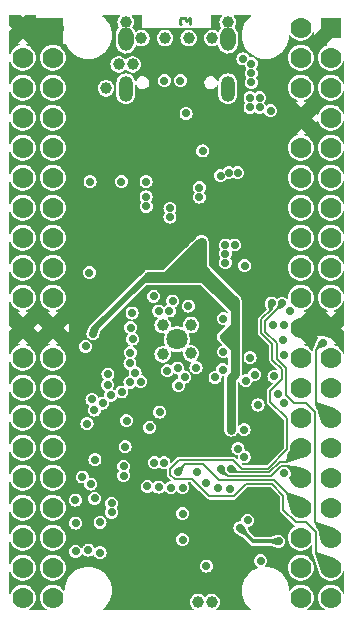
<source format=gbr>
%TF.GenerationSoftware,KiCad,Pcbnew,7.0.11-7.0.11~ubuntu22.04.1*%
%TF.CreationDate,2024-12-17T16:05:18+02:00*%
%TF.ProjectId,RP2350-PICO2-XXL_Rev_A,52503233-3530-42d5-9049-434f322d5858,A*%
%TF.SameCoordinates,PX81b3200PY6e263e0*%
%TF.FileFunction,Copper,L3,Inr*%
%TF.FilePolarity,Positive*%
%FSLAX46Y46*%
G04 Gerber Fmt 4.6, Leading zero omitted, Abs format (unit mm)*
G04 Created by KiCad (PCBNEW 7.0.11-7.0.11~ubuntu22.04.1) date 2024-12-17 16:05:18*
%MOMM*%
%LPD*%
G01*
G04 APERTURE LIST*
%ADD10C,0.222250*%
%TA.AperFunction,NonConductor*%
%ADD11C,0.222250*%
%TD*%
%TA.AperFunction,ComponentPad*%
%ADD12O,1.200000X2.200000*%
%TD*%
%TA.AperFunction,ComponentPad*%
%ADD13O,1.300000X2.000000*%
%TD*%
%TA.AperFunction,HeatsinkPad*%
%ADD14C,1.000000*%
%TD*%
%TA.AperFunction,HeatsinkPad*%
%ADD15C,1.800000*%
%TD*%
%TA.AperFunction,ComponentPad*%
%ADD16R,1.778000X1.778000*%
%TD*%
%TA.AperFunction,ComponentPad*%
%ADD17C,1.778000*%
%TD*%
%TA.AperFunction,ViaPad*%
%ADD18C,0.700000*%
%TD*%
%TA.AperFunction,ViaPad*%
%ADD19C,1.000000*%
%TD*%
%TA.AperFunction,Conductor*%
%ADD20C,1.270000*%
%TD*%
%TA.AperFunction,Conductor*%
%ADD21C,0.355600*%
%TD*%
%TA.AperFunction,Conductor*%
%ADD22C,1.778000*%
%TD*%
%TA.AperFunction,Conductor*%
%ADD23C,0.508000*%
%TD*%
%TA.AperFunction,Conductor*%
%ADD24C,0.762000*%
%TD*%
%TA.AperFunction,Conductor*%
%ADD25C,0.127000*%
%TD*%
G04 APERTURE END LIST*
D10*
D11*
X15619287Y49925667D02*
X15619287Y50476001D01*
X15619287Y50476001D02*
X15280621Y50179667D01*
X15280621Y50179667D02*
X15280621Y50306667D01*
X15280621Y50306667D02*
X15238287Y50391334D01*
X15238287Y50391334D02*
X15195954Y50433667D01*
X15195954Y50433667D02*
X15111287Y50476001D01*
X15111287Y50476001D02*
X14899621Y50476001D01*
X14899621Y50476001D02*
X14814954Y50433667D01*
X14814954Y50433667D02*
X14772621Y50391334D01*
X14772621Y50391334D02*
X14730287Y50306667D01*
X14730287Y50306667D02*
X14730287Y50052667D01*
X14730287Y50052667D02*
X14772621Y49968001D01*
X14772621Y49968001D02*
X14814954Y49925667D01*
D12*
%TO.N,GND*%
%TO.C,USB-C1*%
X10180000Y44470000D03*
X18820000Y44470000D03*
D13*
X10180000Y48650000D03*
X18820000Y48650000D03*
%TD*%
D14*
%TO.N,GND*%
%TO.C,U3*%
X15700000Y24450000D03*
X13300000Y24450000D03*
D15*
X14500000Y23250000D03*
D14*
X15700000Y22050000D03*
X13300000Y21980000D03*
%TD*%
D16*
%TO.N,+3.3V*%
%TO.C,EXT1*%
X4000000Y49630000D03*
D17*
X1460000Y49630000D03*
%TO.N,/GPIO16*%
X4000000Y47090000D03*
%TO.N,/GPIO0\u005CUART0_TX*%
X1460000Y47090000D03*
%TO.N,/GPIO17*%
X4000000Y44550000D03*
%TO.N,/GPIO1\u005CUART0_RX*%
X1460000Y44550000D03*
%TO.N,/GPIO18*%
X4000000Y42010000D03*
%TO.N,/GPIO2\u005CI2C1_SDA*%
X1460000Y42010000D03*
%TO.N,/GPIO19*%
X4000000Y39470000D03*
%TO.N,/GPIO3\u005CI2C1_SCL*%
X1460000Y39470000D03*
%TO.N,/GPIO20*%
X4000000Y36930000D03*
%TO.N,/GPIO4\u005CSPI0_RX(MISO)*%
X1460000Y36930000D03*
%TO.N,/GPIO21*%
X4000000Y34390000D03*
%TO.N,/GPIO5\u005CSPI0_CSn(CS#)*%
X1460000Y34390000D03*
%TO.N,/GPIO22*%
X4000000Y31850000D03*
%TO.N,/GPIO6\u005CSPI0_SCK(SCK)*%
X1460000Y31850000D03*
%TO.N,/GPIO23*%
X4000000Y29310000D03*
%TO.N,/GPIO7\u005CSPI0_TX(MOSI)*%
X1460000Y29310000D03*
%TO.N,GND*%
X4000000Y26770000D03*
X1460000Y26770000D03*
%TO.N,+3.3V*%
X4000000Y24230000D03*
X1460000Y24230000D03*
%TO.N,/GPIO24*%
X4000000Y21690000D03*
%TO.N,/GPIO8\u005CQMI_CS1n*%
X1460000Y21690000D03*
%TO.N,/GPIO25\u005CUser_Led*%
X4000000Y19150000D03*
%TO.N,/GPIO9\u005CSPI1_CSn*%
X1460000Y19150000D03*
%TO.N,/GPIO26*%
X4000000Y16610000D03*
%TO.N,/GPIO10\u005CSPI1_SCK\u005CSD_CLK*%
X1460000Y16610000D03*
%TO.N,/GPIO27*%
X4000000Y14070000D03*
%TO.N,/GPIO11\u005CSPI1_TX\u005CSD_CMD*%
X1460000Y14070000D03*
%TO.N,/GPIO28*%
X4000000Y11530000D03*
%TO.N,/GPIO12\u005CSPI1_RX\u005CSD_DAT0*%
X1460000Y11530000D03*
%TO.N,/GPIO29*%
X4000000Y8990000D03*
%TO.N,/GPIO13*%
X1460000Y8990000D03*
%TO.N,/GPIO30*%
X4000000Y6450000D03*
%TO.N,/GPIO14*%
X1460000Y6450000D03*
%TO.N,/GPIO31*%
X4000000Y3910000D03*
%TO.N,/GPIO15*%
X1460000Y3910000D03*
%TO.N,GND*%
X4000000Y1370000D03*
X1460000Y1370000D03*
%TD*%
D16*
%TO.N,+3.3V*%
%TO.C,EXT2*%
X27540000Y49630000D03*
D17*
%TO.N,VBUS*%
X25000000Y49630000D03*
%TO.N,/GPIO32*%
X27540000Y47090000D03*
%TO.N,VSYS*%
X25000000Y47090000D03*
%TO.N,/GPIO33*%
X27540000Y44550000D03*
%TO.N,GND*%
X25000000Y44550000D03*
%TO.N,/GPIO34*%
X27540000Y42010000D03*
%TO.N,+3.3V*%
X25000000Y42010000D03*
%TO.N,/GPIO35*%
X27540000Y39470000D03*
%TO.N,GND*%
X25000000Y39470000D03*
%TO.N,/GPIO36*%
X27540000Y36930000D03*
%TO.N,/3V3_EN*%
X25000000Y36930000D03*
%TO.N,/GPIO37*%
X27540000Y34390000D03*
%TO.N,/ADC_VREF*%
X25000000Y34390000D03*
%TO.N,/GPIO38*%
X27540000Y31850000D03*
%TO.N,GND*%
X25000000Y31850000D03*
%TO.N,/GPIO39*%
X27540000Y29310000D03*
%TO.N,/RUN*%
X25000000Y29310000D03*
%TO.N,GND*%
X27540000Y26770000D03*
%TO.N,/BOOTSEL#*%
X25000000Y26770000D03*
%TO.N,+3.3V*%
X27540000Y24230000D03*
X25000000Y24230000D03*
%TO.N,/GPIO40*%
X27540000Y21690000D03*
%TO.N,/QSPI_SD0*%
X25000000Y21690000D03*
%TO.N,/GPIO41*%
X27540000Y19150000D03*
%TO.N,/QSPI_SD1*%
X25000000Y19150000D03*
%TO.N,/GPIO42*%
X27540000Y16610000D03*
%TO.N,/QSPI_SD2*%
X25000000Y16610000D03*
%TO.N,/GPIO43*%
X27540000Y14070000D03*
%TO.N,/QSPI_SD3*%
X25000000Y14070000D03*
%TO.N,/GPIO44*%
X27540000Y11530000D03*
%TO.N,/QSPI_CLK*%
X25000000Y11530000D03*
%TO.N,/GPIO45*%
X27540000Y8990000D03*
%TO.N,/QSPI_CSn*%
X25000000Y8990000D03*
%TO.N,/GPIO46*%
X27540000Y6450000D03*
%TO.N,/SWDIO*%
X25000000Y6450000D03*
%TO.N,/GPIO47*%
X27540000Y3910000D03*
%TO.N,/SWCLK*%
X25000000Y3910000D03*
%TO.N,GND*%
X27540000Y1370000D03*
X25000000Y1370000D03*
%TD*%
D18*
%TO.N,GND*%
X12600000Y12800000D03*
X8970000Y8600000D03*
X11900000Y36600000D03*
D19*
X13500000Y48750000D03*
X11500000Y48750000D03*
D18*
X7097500Y28891743D03*
X11900000Y35300000D03*
X18600000Y31250000D03*
X10125000Y14150000D03*
X19400000Y31250000D03*
D19*
X10177000Y50095000D03*
D18*
X13400000Y12800000D03*
X7159000Y36600000D03*
X19675000Y14000000D03*
X7320302Y18172075D03*
X6789425Y22650000D03*
X16400000Y35287997D03*
X12200000Y15800000D03*
X10000000Y11700000D03*
X20250000Y29500000D03*
X18600000Y30500000D03*
D19*
X17450000Y1000000D03*
X17500000Y48750000D03*
X8500000Y44500000D03*
X15500000Y48750000D03*
D18*
X11905000Y34500000D03*
X16400000Y36092000D03*
X18600000Y29750000D03*
X8970000Y9350000D03*
X5925000Y7700000D03*
X19650000Y37350000D03*
D19*
X9572398Y46522400D03*
D18*
X18900000Y37350000D03*
X10000000Y12500000D03*
X5925000Y5300000D03*
X23046304Y18642961D03*
X23570000Y21910000D03*
D19*
X16300000Y1000000D03*
D18*
X20200000Y13300000D03*
D19*
X10750000Y46522400D03*
D18*
X20488119Y7920497D03*
X9800000Y36600000D03*
X13912002Y33600000D03*
D19*
X18813000Y50095000D03*
D18*
X21600000Y4500000D03*
X13912002Y34349994D03*
X18200000Y37100000D03*
X17000000Y4050000D03*
%TO.N,/USB_D+*%
X13435390Y45142000D03*
X14803393Y45144771D03*
%TO.N,+3.3V*%
X7100000Y39650000D03*
X9488808Y15758000D03*
X21600000Y33950000D03*
X20800000Y33950000D03*
X21600000Y33200000D03*
X21450000Y30750000D03*
X14000000Y7400000D03*
X10915000Y35300000D03*
D19*
X21500000Y34800000D03*
D18*
X19500000Y33800000D03*
X20800000Y33200000D03*
X7782038Y26013000D03*
D19*
X10750000Y34500000D03*
D18*
X17026189Y26813811D03*
X15660000Y27200000D03*
X21090000Y19240000D03*
X10903817Y15742404D03*
X10000000Y10700000D03*
X14918034Y36150000D03*
X19500000Y33000000D03*
X13424639Y8025844D03*
D19*
X20500000Y34800000D03*
D18*
X21955678Y21611944D03*
X16400000Y26440000D03*
X7100000Y38900000D03*
X14250000Y31000000D03*
X9912800Y8405000D03*
X21145968Y13391936D03*
X16400000Y27206498D03*
X10000000Y28100000D03*
X14918034Y36923966D03*
X19300000Y32250000D03*
X7436498Y20400000D03*
X7089789Y35631777D03*
%TO.N,/+1V1*%
X16130000Y30250000D03*
X16130000Y30973803D03*
X7400877Y23728242D03*
X18500000Y23450000D03*
X19100000Y15600006D03*
X16600000Y31500000D03*
%TO.N,/SWDIO*%
X23600000Y11900000D03*
%TO.N,/RUN*%
X8000000Y7765500D03*
X8000000Y5200000D03*
X20200000Y15600000D03*
%TO.N,VBUS*%
X20800000Y45000000D03*
X20800000Y46600000D03*
X20097318Y46990715D03*
X20800000Y45800000D03*
%TO.N,/GPIO25\u005CUser_Led*%
X11444402Y19674500D03*
X6889850Y16109850D03*
X7216596Y11000000D03*
X7000000Y5400000D03*
%TO.N,/GPIO29*%
X5900000Y9650002D03*
%TO.N,/GPIO7\u005CSPI0_TX(MOSI)*%
X14656263Y19321525D03*
X16985184Y11127541D03*
%TO.N,/GPIO5\u005CSPI0_CSn(CS#)*%
X14570816Y20825900D03*
X18990761Y10590157D03*
%TO.N,/GPIO4\u005CSPI0_RX(MISO)*%
X16211794Y11988233D03*
X13700000Y20600000D03*
%TO.N,/GPIO0\u005CUART0_TX*%
X12000000Y10800000D03*
%TO.N,/GPIO1\u005CUART0_RX*%
X12966095Y10740595D03*
%TO.N,/GPIO18*%
X10538813Y19621658D03*
%TO.N,/GPIO24*%
X9820000Y18799998D03*
%TO.N,/GPIO20*%
X8650000Y19400000D03*
%TO.N,/GPIO19*%
X8663498Y20300000D03*
%TO.N,/GPIO21*%
X8900000Y18500000D03*
%TO.N,/GPIO23*%
X7517592Y17268482D03*
%TO.N,/GPIO22*%
X8218084Y17849416D03*
%TO.N,/GPIO26*%
X10248685Y16359500D03*
%TO.N,/GPIO27*%
X13046085Y17099596D03*
%TO.N,/GPIO28*%
X6500000Y11600000D03*
%TO.N,/3V3_EN*%
X16699996Y39200000D03*
X22432500Y42600000D03*
%TO.N,/BOOTSEL#*%
X19851721Y7284100D03*
X23127467Y6147533D03*
%TO.N,VSYS*%
X15281782Y42381788D03*
X20700000Y43700000D03*
X21500000Y43700000D03*
X20700000Y42900000D03*
X21500000Y42900000D03*
%TO.N,/GPIO9\u005CSPI1_CSn*%
X10710192Y25467675D03*
%TO.N,/GPIO12\u005CSPI1_RX\u005CSD_DAT0*%
X10559378Y22126459D03*
%TO.N,/GPIO10\u005CSPI1_SCK\u005CSD_CLK*%
X10600444Y24236500D03*
%TO.N,/GPIO11\u005CSPI1_TX\u005CSD_CMD*%
X10749492Y23279335D03*
%TO.N,/GPIO3\u005CI2C1_SCL*%
X13993264Y10701256D03*
%TO.N,/GPIO2\u005CI2C1_SDA*%
X14999995Y6299995D03*
X14999996Y8500002D03*
X15000000Y10700000D03*
%TO.N,/GPIO17*%
X10966127Y20439922D03*
%TO.N,/GPIO16*%
X10529561Y21226951D03*
%TO.N,/GPIO6\u005CSPI0_SCK(SCK)*%
X18000000Y10700000D03*
X15172670Y20058633D03*
%TO.N,/GPIO47*%
X22515809Y26331194D03*
%TO.N,/GPIO46*%
X23414302Y26285698D03*
%TO.N,/GPIO45*%
X24053960Y25652577D03*
%TO.N,/QSPI_CSn*%
X12531613Y26900000D03*
X14568988Y12025000D03*
%TO.N,/GPIO44*%
X23559283Y24438500D03*
X23538814Y17825921D03*
%TO.N,/QSPI_CLK*%
X16120547Y20845998D03*
X18210000Y12260000D03*
%TO.N,/QSPI_SD0*%
X14152408Y26506374D03*
X7561065Y13050000D03*
X7550355Y9780209D03*
%TO.N,/QSPI_SD1*%
X12963500Y25654002D03*
%TO.N,/GPIO41*%
X23525000Y23200002D03*
%TO.N,/GPIO42*%
X26850000Y22960368D03*
%TO.N,/QSPI_SD2*%
X13863503Y25654002D03*
%TO.N,/QSPI_SD3*%
X15461683Y26061683D03*
X19112196Y12272115D03*
%TO.N,/GPIO43*%
X22725000Y20125000D03*
X22632546Y24423825D03*
%TO.N,/GPIO35*%
X20340000Y19740000D03*
%TO.N,/GPIO34*%
X18376267Y20676267D03*
%TO.N,/GPIO33*%
X17739869Y20039869D03*
%TO.N,/GPIO32*%
X21370000Y17686500D03*
%TO.N,/GPIO36*%
X18440000Y25010000D03*
%TO.N,/GPIO37*%
X18439608Y22193758D03*
%TO.N,/GPIO38*%
X21086500Y20252141D03*
%TO.N,/GPIO39*%
X20700000Y21700000D03*
%TD*%
D20*
%TO.N,+3.3V*%
X21500000Y35800000D02*
X21500000Y37400000D01*
D21*
X4250126Y48670000D02*
X2420000Y48670000D01*
X26760000Y25010000D02*
X26755000Y25015000D01*
X4285063Y48635063D02*
X4250126Y48670000D01*
D20*
X23617500Y43392500D02*
X23617500Y40627500D01*
D21*
X26273200Y25503200D02*
X26273200Y40736800D01*
X4710063Y48210063D02*
X4563326Y48356800D01*
D20*
X23500000Y43510000D02*
X25000000Y42010000D01*
D21*
X26266800Y48323200D02*
X26266800Y43276800D01*
X26510000Y25260000D02*
X26760000Y25010000D01*
X4563326Y48356800D02*
X2733200Y48356800D01*
X25785000Y25015000D02*
X26035000Y25265000D01*
D20*
X25000000Y42010000D02*
X23245000Y40255000D01*
X25000000Y24230000D02*
X27540000Y24230000D01*
X21500000Y37400000D02*
X21500000Y34800000D01*
D21*
X2733200Y48356800D02*
X2420000Y48670000D01*
D20*
X23617500Y40627500D02*
X23245000Y40255000D01*
X20500000Y34800000D02*
X21500000Y35800000D01*
D21*
X23500000Y47381526D02*
X23500000Y43510000D01*
D20*
X21500000Y34800000D02*
X20500000Y34800000D01*
D21*
X4710063Y48210063D02*
X7100000Y45820126D01*
D20*
X23500000Y43510000D02*
X23617500Y43392500D01*
D21*
X26505000Y25265000D02*
X26035000Y25265000D01*
X26273200Y25496800D02*
X26510000Y25260000D01*
X26250000Y48340000D02*
X26266800Y48323200D01*
X4485063Y49630000D02*
X4000000Y49630000D01*
X4485063Y48435063D02*
X4710063Y48210063D01*
X26250000Y48340000D02*
X26233200Y48356800D01*
X4000000Y49630000D02*
X4710063Y49630000D01*
X26510000Y25260000D02*
X26505000Y25265000D01*
X26035000Y25265000D02*
X26273200Y25503200D01*
D20*
X21500000Y38510000D02*
X21500000Y37400000D01*
D21*
X26273200Y25503200D02*
X26273200Y25496800D01*
X4000000Y48920126D02*
X4285063Y48635063D01*
X7100000Y45820126D02*
X7100000Y38900000D01*
X26760000Y25010000D02*
X27540000Y24230000D01*
X26233200Y48356800D02*
X24475274Y48356800D01*
D20*
X26266800Y43276800D02*
X25000000Y42010000D01*
X27540000Y49630000D02*
X26250000Y48340000D01*
D21*
X4485063Y48435063D02*
X4485063Y49630000D01*
D20*
X26273200Y40736800D02*
X25000000Y42010000D01*
D21*
X2420000Y48670000D02*
X1460000Y49630000D01*
X4710063Y49630000D02*
X4710063Y48210063D01*
D20*
X23245000Y40255000D02*
X21500000Y38510000D01*
D21*
X4000000Y49630000D02*
X4000000Y48920126D01*
X24475274Y48356800D02*
X23500000Y47381526D01*
X25000000Y24230000D02*
X25785000Y25015000D01*
X26755000Y25015000D02*
X25785000Y25015000D01*
X4285063Y48635063D02*
X4485063Y48435063D01*
D22*
X4000000Y49630000D02*
X1460000Y49630000D01*
D23*
%TO.N,/+1V1*%
X11700000Y28300000D02*
X12100000Y28700000D01*
X13400000Y28300000D02*
X13400002Y28300000D01*
D24*
X16130000Y30973803D02*
X16130000Y31030000D01*
X15928099Y30771901D02*
X15871901Y30771901D01*
D23*
X15000000Y28300000D02*
X15650000Y28950000D01*
X14450000Y28300000D02*
X15650000Y29500000D01*
D24*
X18500000Y23450000D02*
X19400000Y24350000D01*
D23*
X11700000Y28300000D02*
X13200000Y28300000D01*
X16130000Y28330000D02*
X16100000Y28300000D01*
X11700000Y28300000D02*
X16900000Y28300000D01*
D24*
X19400000Y26500000D02*
X18950000Y26950000D01*
X19250000Y23450000D02*
X18500000Y23450000D01*
X15650000Y30493803D02*
X15650000Y29500000D01*
D23*
X15000000Y28300000D02*
X15530000Y28300000D01*
X15650000Y30550000D02*
X13550000Y28450000D01*
D24*
X19400000Y23600000D02*
X19400000Y23700000D01*
X15871901Y30771901D02*
X13800000Y28700000D01*
X19100000Y15600006D02*
X19100000Y20000000D01*
X16130000Y30250000D02*
X16130000Y28900000D01*
X15928099Y30771901D02*
X15650000Y30493803D01*
X19400000Y24350000D02*
X19400000Y25800000D01*
D23*
X17600000Y28300000D02*
X16730000Y28300000D01*
D24*
X19100000Y20000000D02*
X19400000Y20300000D01*
X15650000Y29500000D02*
X15650000Y28950000D01*
D23*
X16100000Y28300000D02*
X17600000Y28300000D01*
X16400000Y31500000D02*
X16600000Y31500000D01*
D24*
X13800000Y28700000D02*
X13550000Y28450000D01*
X18950000Y26950000D02*
X17600000Y28300000D01*
X15650000Y30550000D02*
X16400000Y31300000D01*
X19400000Y25800000D02*
X16900000Y28300000D01*
D23*
X14180000Y28300000D02*
X16130000Y30250000D01*
X14100000Y28300000D02*
X15000000Y28300000D01*
X7400877Y23728242D02*
X7400877Y24000877D01*
X16900000Y28300000D02*
X16730000Y28300000D01*
X14180000Y28300000D02*
X14450000Y28300000D01*
X7400877Y24000877D02*
X11700000Y28300000D01*
D24*
X19400000Y22900000D02*
X19400000Y23700000D01*
X16130000Y31030000D02*
X16400000Y31300000D01*
X15650000Y30493803D02*
X15650000Y30550000D01*
X19400000Y23700000D02*
X19400000Y24350000D01*
X19400000Y20300000D02*
X19400000Y21700000D01*
X19400000Y22550000D02*
X19400000Y21700000D01*
D23*
X11700000Y28300000D02*
X13400002Y28300000D01*
D24*
X16400000Y31300000D02*
X16600000Y31500000D01*
X18500000Y23450000D02*
X18950000Y23900000D01*
D23*
X14100000Y28300000D02*
X14180000Y28300000D01*
D24*
X16130000Y29770000D02*
X16130000Y30973803D01*
D23*
X15530000Y28300000D02*
X16130000Y28900000D01*
D24*
X17600000Y28300000D02*
X16600000Y29300000D01*
D23*
X13550000Y28450000D02*
X13400000Y28300000D01*
D24*
X19400000Y23600000D02*
X19250000Y23450000D01*
X15650000Y28950000D02*
X16130000Y29430000D01*
X18950000Y23900000D02*
X19400000Y24350000D01*
X16130000Y30973803D02*
X15928099Y30771901D01*
D23*
X15873803Y30973803D02*
X16130000Y30973803D01*
X12100000Y28700000D02*
X13800000Y28700000D01*
D24*
X16600000Y29300000D02*
X16600000Y31500000D01*
D23*
X13200000Y28300000D02*
X15873803Y30973803D01*
X15873803Y30973803D02*
X16400000Y31500000D01*
D24*
X19400000Y22900000D02*
X19400000Y21700000D01*
X16130000Y29430000D02*
X16130000Y30250000D01*
D23*
X13400000Y28300000D02*
X14100000Y28300000D01*
X16730000Y28300000D02*
X16130000Y28900000D01*
D24*
X16600000Y29300000D02*
X16130000Y29770000D01*
X19400000Y24350000D02*
X19400000Y26500000D01*
D23*
X16130000Y28900000D02*
X16130000Y28330000D01*
D24*
X18500000Y23450000D02*
X19400000Y22550000D01*
D21*
%TO.N,/BOOTSEL#*%
X20988288Y6147533D02*
X23127467Y6147533D01*
X19851721Y7284100D02*
X20988288Y6147533D01*
D25*
%TO.N,/GPIO47*%
X26250000Y6950000D02*
X26250000Y5200000D01*
X22554000Y10996000D02*
X23525000Y10025000D01*
X19977119Y12304000D02*
X19281119Y13000000D01*
X22515809Y26331194D02*
X22515809Y25815809D01*
X24550000Y7750000D02*
X25450000Y7750000D01*
X21650000Y24950000D02*
X21650000Y23750000D01*
X13950000Y12300000D02*
X13950000Y11775000D01*
X15800000Y11400000D02*
X17250000Y9950000D01*
X23525000Y10025000D02*
X23525000Y8775000D01*
X17250000Y9950000D02*
X19300000Y9950000D01*
X26250000Y5200000D02*
X27540000Y3910000D01*
X22425000Y17975000D02*
X23847500Y16552500D01*
X25450000Y7750000D02*
X26250000Y6950000D01*
X23847500Y13959948D02*
X22191552Y12304000D01*
X22515809Y25815809D02*
X21650000Y24950000D01*
X20346000Y10996000D02*
X22554000Y10996000D01*
X21650000Y23750000D02*
X22577000Y22823000D01*
X22577000Y21523000D02*
X23398000Y20702000D01*
X23398000Y20702000D02*
X23398000Y19873000D01*
X23525000Y8775000D02*
X24550000Y7750000D01*
X19300000Y9950000D02*
X20346000Y10996000D01*
X19281119Y13000000D02*
X14650000Y13000000D01*
X23398000Y19873000D02*
X22425000Y18900000D01*
X14325000Y11400000D02*
X15800000Y11400000D01*
X23847500Y16552500D02*
X23847500Y13959948D01*
X22425000Y18900000D02*
X22425000Y17975000D01*
X22191552Y12304000D02*
X19977119Y12304000D01*
X22577000Y22823000D02*
X22577000Y21523000D01*
X13950000Y11775000D02*
X14325000Y11400000D01*
X14650000Y13000000D02*
X13950000Y12300000D01*
%TO.N,/GPIO46*%
X24400000Y17900000D02*
X25420000Y17900000D01*
X22000000Y24837552D02*
X22000000Y23900000D01*
X26200000Y7790000D02*
X27540000Y6450000D01*
X25420000Y17900000D02*
X26200000Y17120000D01*
X22950000Y22950000D02*
X22950000Y21614012D01*
X22950000Y21614012D02*
X23725000Y20839012D01*
X23414302Y26285698D02*
X23414302Y26251854D01*
X23725000Y20839012D02*
X23725000Y18575000D01*
X23414302Y26251854D02*
X22000000Y24837552D01*
X26200000Y17120000D02*
X26200000Y7790000D01*
X23725000Y18575000D02*
X24400000Y17900000D01*
X22000000Y23900000D02*
X22950000Y22950000D01*
%TO.N,/QSPI_CSn*%
X25000000Y8990000D02*
X25000000Y9012448D01*
X25000000Y9012448D02*
X22689448Y11323000D01*
X22689448Y11323000D02*
X18067459Y11323000D01*
X18067459Y11323000D02*
X16726959Y12663500D01*
X15207488Y12663500D02*
X14568988Y12025000D01*
X16726959Y12663500D02*
X15207488Y12663500D01*
%TO.N,/QSPI_CLK*%
X23982000Y12548000D02*
X23360448Y12548000D01*
X23360448Y12548000D02*
X22462448Y11650000D01*
X18210000Y12238540D02*
X18798540Y11650000D01*
X18210000Y12260000D02*
X18210000Y12238540D01*
X22462448Y11650000D02*
X18798540Y11650000D01*
X25000000Y11530000D02*
X23982000Y12548000D01*
%TO.N,/GPIO42*%
X26850000Y22960368D02*
X26275000Y22385368D01*
X26275000Y22385368D02*
X26275000Y17875000D01*
X26275000Y17875000D02*
X27540000Y16610000D01*
%TO.N,/QSPI_SD3*%
X23225000Y12875000D02*
X23805000Y12875000D01*
X19436498Y11977000D02*
X22327000Y11977000D01*
X22327000Y11977000D02*
X23225000Y12875000D01*
X19141383Y12272115D02*
X19436498Y11977000D01*
X19112196Y12272115D02*
X19141383Y12272115D01*
X23805000Y12875000D02*
X25000000Y14070000D01*
%TD*%
%TA.AperFunction,Conductor*%
%TO.N,+3.3V*%
G36*
X1311632Y50676394D02*
G01*
X1460000Y50528026D01*
X1608368Y50676394D01*
X1652562Y50694700D01*
X2547086Y50694700D01*
X2591280Y50676394D01*
X2609586Y50632200D01*
X2609228Y50625519D01*
X2603000Y50567598D01*
X2603000Y50523468D01*
X2883053Y50243415D01*
X2901359Y50199221D01*
X2883053Y50155027D01*
X2358026Y49630000D01*
X2883053Y49104973D01*
X2901359Y49060779D01*
X2883053Y49016585D01*
X2603000Y48736532D01*
X2603000Y48692403D01*
X2609505Y48631905D01*
X2660552Y48495041D01*
X2660555Y48495037D01*
X2748096Y48378097D01*
X2865036Y48290556D01*
X2865040Y48290553D01*
X3001904Y48239506D01*
X3062402Y48233001D01*
X3062416Y48233000D01*
X3600090Y48233000D01*
X3644284Y48214694D01*
X3662590Y48170500D01*
X3644284Y48126306D01*
X3622668Y48112221D01*
X3578782Y48095220D01*
X3512288Y48069460D01*
X3340611Y47963162D01*
X3191403Y47827139D01*
X3191396Y47827131D01*
X3069720Y47666005D01*
X2979719Y47485260D01*
X2924462Y47291057D01*
X2924460Y47291046D01*
X2905832Y47090005D01*
X2905832Y47089996D01*
X2924460Y46888955D01*
X2924462Y46888944D01*
X2972780Y46719128D01*
X2979719Y46694741D01*
X3069720Y46513995D01*
X3191400Y46352864D01*
X3224845Y46322375D01*
X3340611Y46216839D01*
X3340612Y46216838D01*
X3340616Y46216835D01*
X3512287Y46110541D01*
X3700567Y46037601D01*
X3899043Y46000500D01*
X3899046Y46000500D01*
X4100954Y46000500D01*
X4100957Y46000500D01*
X4299433Y46037601D01*
X4487713Y46110541D01*
X4659384Y46216835D01*
X4808600Y46352864D01*
X4930280Y46513995D01*
X4934464Y46522397D01*
X8866753Y46522397D01*
X8887256Y46353536D01*
X8887257Y46353530D01*
X8947580Y46194469D01*
X9044209Y46054478D01*
X9044214Y46054472D01*
X9044215Y46054471D01*
X9171546Y45941666D01*
X9322173Y45862610D01*
X9487342Y45821900D01*
X9487344Y45821900D01*
X9657452Y45821900D01*
X9657454Y45821900D01*
X9822623Y45862610D01*
X9973250Y45941666D01*
X10100581Y46054471D01*
X10109763Y46067774D01*
X10149933Y46093745D01*
X10196703Y46083706D01*
X10212633Y46067776D01*
X10221817Y46054471D01*
X10349148Y45941666D01*
X10499775Y45862610D01*
X10664944Y45821900D01*
X10664946Y45821900D01*
X10835054Y45821900D01*
X10835056Y45821900D01*
X11000225Y45862610D01*
X11150852Y45941666D01*
X11278183Y46054471D01*
X11294165Y46077624D01*
X11373004Y46191842D01*
X11374818Y46194470D01*
X11435140Y46353528D01*
X11445478Y46438670D01*
X11455645Y46522397D01*
X11455645Y46522404D01*
X11435141Y46691265D01*
X11435140Y46691271D01*
X11426865Y46713090D01*
X11374818Y46850330D01*
X11374817Y46850332D01*
X11278188Y46990323D01*
X11278181Y46990331D01*
X11277750Y46990713D01*
X19542068Y46990713D01*
X19560986Y46847013D01*
X19560987Y46847008D01*
X19560988Y46847006D01*
X19616457Y46713090D01*
X19704697Y46598094D01*
X19819693Y46509854D01*
X19953609Y46454385D01*
X19953613Y46454385D01*
X19953615Y46454384D01*
X20097315Y46435465D01*
X20097318Y46435465D01*
X20097321Y46435465D01*
X20215699Y46451050D01*
X20261905Y46438670D01*
X20281599Y46413003D01*
X20319137Y46322379D01*
X20319139Y46322375D01*
X20383846Y46238048D01*
X20396226Y46191842D01*
X20383846Y46161952D01*
X20319138Y46077624D01*
X20263670Y45943709D01*
X20263668Y45943703D01*
X20244750Y45800003D01*
X20244750Y45799998D01*
X20263668Y45656298D01*
X20263669Y45656293D01*
X20263670Y45656291D01*
X20302890Y45561603D01*
X20314066Y45534621D01*
X20319139Y45522375D01*
X20357593Y45472261D01*
X20383846Y45438048D01*
X20396226Y45391842D01*
X20383846Y45361953D01*
X20351293Y45319529D01*
X20319138Y45277624D01*
X20263670Y45143709D01*
X20263668Y45143703D01*
X20244750Y45000003D01*
X20244750Y44999998D01*
X20263668Y44856298D01*
X20263669Y44856293D01*
X20263670Y44856291D01*
X20292932Y44785646D01*
X20318819Y44723146D01*
X20319139Y44722375D01*
X20407379Y44607379D01*
X20522375Y44519139D01*
X20656291Y44463670D01*
X20656295Y44463670D01*
X20656297Y44463669D01*
X20799997Y44444750D01*
X20800000Y44444750D01*
X20800003Y44444750D01*
X20943702Y44463669D01*
X20943702Y44463670D01*
X20943709Y44463670D01*
X21077625Y44519139D01*
X21117838Y44549996D01*
X23905832Y44549996D01*
X23924460Y44348955D01*
X23924462Y44348944D01*
X23972287Y44180862D01*
X23979719Y44154741D01*
X24069720Y43973995D01*
X24191400Y43812864D01*
X24276205Y43735554D01*
X24340611Y43676839D01*
X24340612Y43676838D01*
X24340616Y43676835D01*
X24512287Y43570541D01*
X24700567Y43497601D01*
X24700572Y43497600D01*
X24701950Y43497208D01*
X24702301Y43496930D01*
X24703261Y43496558D01*
X24703145Y43496261D01*
X24739449Y43467510D01*
X24744965Y43419993D01*
X24715267Y43382494D01*
X24695138Y43375446D01*
X24655882Y43368895D01*
X24655877Y43368894D01*
X24568969Y43339058D01*
X24568968Y43339057D01*
X24999999Y42908026D01*
X25431030Y43339057D01*
X25431029Y43339058D01*
X25344122Y43368894D01*
X25344117Y43368895D01*
X25304861Y43375446D01*
X25264283Y43400776D01*
X25253502Y43447381D01*
X25278832Y43487959D01*
X25298053Y43497209D01*
X25299424Y43497600D01*
X25299433Y43497601D01*
X25487713Y43570541D01*
X25659384Y43676835D01*
X25808600Y43812864D01*
X25930280Y43973995D01*
X26020281Y44154741D01*
X26075538Y44348947D01*
X26083145Y44431043D01*
X26094168Y44549996D01*
X26094168Y44550005D01*
X26075539Y44751046D01*
X26075537Y44751057D01*
X26053664Y44827932D01*
X26020281Y44945259D01*
X25930280Y45126005D01*
X25808600Y45287136D01*
X25680213Y45404177D01*
X25659388Y45423162D01*
X25659385Y45423164D01*
X25659384Y45423165D01*
X25487713Y45529459D01*
X25487711Y45529460D01*
X25432986Y45550660D01*
X25299433Y45602399D01*
X25299430Y45602400D01*
X25299429Y45602400D01*
X25100961Y45639500D01*
X25100957Y45639500D01*
X24899043Y45639500D01*
X24899038Y45639500D01*
X24700570Y45602400D01*
X24512288Y45529460D01*
X24340611Y45423162D01*
X24191403Y45287139D01*
X24191396Y45287131D01*
X24069720Y45126005D01*
X23979719Y44945260D01*
X23924462Y44751057D01*
X23924460Y44751046D01*
X23905832Y44550005D01*
X23905832Y44549996D01*
X21117838Y44549996D01*
X21192621Y44607379D01*
X21280861Y44722375D01*
X21336330Y44856291D01*
X21355250Y45000000D01*
X21355110Y45001062D01*
X21336331Y45143703D01*
X21336330Y45143705D01*
X21336330Y45143709D01*
X21280861Y45277625D01*
X21280860Y45277627D01*
X21238162Y45333271D01*
X21216153Y45361953D01*
X21203773Y45408158D01*
X21216154Y45438048D01*
X21242408Y45472262D01*
X21280861Y45522375D01*
X21336330Y45656291D01*
X21341530Y45695789D01*
X21355250Y45799998D01*
X21355250Y45800003D01*
X21336331Y45943703D01*
X21336330Y45943705D01*
X21336330Y45943709D01*
X21280861Y46077625D01*
X21280860Y46077627D01*
X21216154Y46161952D01*
X21203773Y46208158D01*
X21216154Y46238048D01*
X21280860Y46322374D01*
X21280861Y46322375D01*
X21336330Y46456291D01*
X21355250Y46600000D01*
X21337314Y46736232D01*
X21336331Y46743703D01*
X21336330Y46743705D01*
X21336330Y46743709D01*
X21280861Y46877625D01*
X21192621Y46992621D01*
X21077625Y47080861D01*
X20943709Y47136330D01*
X20943707Y47136331D01*
X20943702Y47136332D01*
X20800003Y47155250D01*
X20799996Y47155250D01*
X20681617Y47139666D01*
X20635412Y47152047D01*
X20615717Y47177713D01*
X20613863Y47182190D01*
X20578179Y47268340D01*
X20489939Y47383336D01*
X20374943Y47471576D01*
X20365061Y47475669D01*
X20293655Y47505246D01*
X20241027Y47527045D01*
X20241025Y47527046D01*
X20241020Y47527047D01*
X20097321Y47545965D01*
X20097315Y47545965D01*
X19953615Y47527047D01*
X19953609Y47527045D01*
X19819694Y47471577D01*
X19704697Y47383336D01*
X19616456Y47268339D01*
X19560988Y47134424D01*
X19560986Y47134418D01*
X19542068Y46990718D01*
X19542068Y46990713D01*
X11277750Y46990713D01*
X11150851Y47103135D01*
X11000226Y47182190D01*
X10835059Y47222900D01*
X10835056Y47222900D01*
X10664944Y47222900D01*
X10664940Y47222900D01*
X10499773Y47182190D01*
X10349148Y47103135D01*
X10221818Y46990331D01*
X10221814Y46990326D01*
X10212635Y46977028D01*
X10172463Y46951056D01*
X10125694Y46961097D01*
X10109763Y46977028D01*
X10100583Y46990326D01*
X10100579Y46990331D01*
X9973249Y47103135D01*
X9822624Y47182190D01*
X9657457Y47222900D01*
X9657454Y47222900D01*
X9487342Y47222900D01*
X9487338Y47222900D01*
X9322171Y47182190D01*
X9171546Y47103135D01*
X9044216Y46990331D01*
X9044209Y46990323D01*
X8947580Y46850332D01*
X8887257Y46691271D01*
X8887256Y46691265D01*
X8866753Y46522404D01*
X8866753Y46522397D01*
X4934464Y46522397D01*
X5020281Y46694741D01*
X5075538Y46888947D01*
X5084932Y46990326D01*
X5094168Y47089996D01*
X5094168Y47090005D01*
X5075539Y47291046D01*
X5075537Y47291057D01*
X5045002Y47398373D01*
X5020281Y47485259D01*
X4930280Y47666005D01*
X4808600Y47827136D01*
X4733992Y47895151D01*
X4659388Y47963162D01*
X4659385Y47963164D01*
X4659384Y47963165D01*
X4487713Y48069459D01*
X4487711Y48069460D01*
X4434146Y48090211D01*
X4377332Y48112221D01*
X4342735Y48145255D01*
X4341630Y48193077D01*
X4374665Y48227675D01*
X4399910Y48233000D01*
X4937584Y48233000D01*
X4937597Y48233001D01*
X4998095Y48239506D01*
X5071596Y48266921D01*
X5119401Y48265214D01*
X5151998Y48230205D01*
X5151998Y48230204D01*
X5175633Y48166839D01*
X5175634Y48166836D01*
X5312773Y47915686D01*
X5312778Y47915680D01*
X5484265Y47686600D01*
X5686599Y47484266D01*
X5686602Y47484264D01*
X5686605Y47484261D01*
X5915685Y47312774D01*
X6163029Y47177713D01*
X6166839Y47175633D01*
X6434954Y47075631D01*
X6714572Y47014804D01*
X6928552Y46999500D01*
X6928562Y46999500D01*
X7071438Y46999500D01*
X7071448Y46999500D01*
X7285428Y47014804D01*
X7565046Y47075631D01*
X7833161Y47175633D01*
X8084315Y47312774D01*
X8313395Y47484261D01*
X8515739Y47686605D01*
X8687226Y47915685D01*
X8824367Y48166839D01*
X8924369Y48434954D01*
X8985196Y48714572D01*
X9005610Y49000000D01*
X8985196Y49285428D01*
X8924369Y49565046D01*
X8824367Y49833161D01*
X8817636Y49845487D01*
X8687226Y50084315D01*
X8515739Y50313395D01*
X8515736Y50313398D01*
X8515734Y50313401D01*
X8313400Y50515735D01*
X8224659Y50582166D01*
X8200250Y50623305D01*
X8212080Y50669655D01*
X8253219Y50694064D01*
X8262114Y50694700D01*
X9632757Y50694700D01*
X9676951Y50676394D01*
X9695257Y50632200D01*
X9676951Y50588006D01*
X9674202Y50585418D01*
X9648818Y50562931D01*
X9648811Y50562923D01*
X9552182Y50422932D01*
X9491859Y50263871D01*
X9491858Y50263865D01*
X9471355Y50095004D01*
X9471355Y50094997D01*
X9491858Y49926136D01*
X9491859Y49926130D01*
X9552182Y49767068D01*
X9600316Y49697335D01*
X9610356Y49650565D01*
X9589343Y49614197D01*
X9558902Y49588340D01*
X9446943Y49441061D01*
X9369270Y49273174D01*
X9369268Y49273169D01*
X9349621Y49183910D01*
X9332247Y49104973D01*
X9329500Y49092495D01*
X9329500Y48253887D01*
X9344486Y48116090D01*
X9344487Y48116088D01*
X9403555Y47940780D01*
X9498928Y47782266D01*
X9498930Y47782264D01*
X9626151Y47647959D01*
X9779270Y47544142D01*
X9779274Y47544141D01*
X9779275Y47544140D01*
X9929560Y47484261D01*
X9951125Y47475669D01*
X10133683Y47445740D01*
X10318407Y47455755D01*
X10496659Y47505246D01*
X10660104Y47591900D01*
X10801100Y47711663D01*
X10913054Y47858936D01*
X10990732Y48026833D01*
X11012467Y48125579D01*
X11039843Y48164801D01*
X11086939Y48173179D01*
X11102546Y48167483D01*
X11249775Y48090210D01*
X11414944Y48049500D01*
X11414946Y48049500D01*
X11585054Y48049500D01*
X11585056Y48049500D01*
X11750225Y48090210D01*
X11900852Y48169266D01*
X12028183Y48282071D01*
X12124818Y48422070D01*
X12185140Y48581128D01*
X12191306Y48631905D01*
X12205645Y48749997D01*
X12794355Y48749997D01*
X12814858Y48581136D01*
X12814859Y48581130D01*
X12875182Y48422069D01*
X12971811Y48282078D01*
X12971818Y48282070D01*
X13030886Y48229741D01*
X13099148Y48169266D01*
X13249775Y48090210D01*
X13414944Y48049500D01*
X13414946Y48049500D01*
X13585054Y48049500D01*
X13585056Y48049500D01*
X13750225Y48090210D01*
X13900852Y48169266D01*
X14028183Y48282071D01*
X14124818Y48422070D01*
X14185140Y48581128D01*
X14191306Y48631905D01*
X14205645Y48749997D01*
X14794355Y48749997D01*
X14814858Y48581136D01*
X14814859Y48581130D01*
X14875182Y48422069D01*
X14971811Y48282078D01*
X14971818Y48282070D01*
X15030886Y48229741D01*
X15099148Y48169266D01*
X15249775Y48090210D01*
X15414944Y48049500D01*
X15414946Y48049500D01*
X15585054Y48049500D01*
X15585056Y48049500D01*
X15750225Y48090210D01*
X15900852Y48169266D01*
X16028183Y48282071D01*
X16124818Y48422070D01*
X16185140Y48581128D01*
X16191306Y48631905D01*
X16205645Y48749997D01*
X16205645Y48750004D01*
X16185141Y48918865D01*
X16185140Y48918871D01*
X16156646Y48994004D01*
X16124818Y49077930D01*
X16124817Y49077932D01*
X16028188Y49217923D01*
X16028181Y49217931D01*
X15900851Y49330735D01*
X15750226Y49409790D01*
X15585059Y49450500D01*
X15585056Y49450500D01*
X15414944Y49450500D01*
X15414940Y49450500D01*
X15249773Y49409790D01*
X15099148Y49330735D01*
X14971818Y49217931D01*
X14971811Y49217923D01*
X14875182Y49077932D01*
X14814859Y48918871D01*
X14814858Y48918865D01*
X14794355Y48750004D01*
X14794355Y48749997D01*
X14205645Y48749997D01*
X14205645Y48750004D01*
X14185141Y48918865D01*
X14185140Y48918871D01*
X14156646Y48994004D01*
X14124818Y49077930D01*
X14124817Y49077932D01*
X14028188Y49217923D01*
X14028181Y49217931D01*
X13900851Y49330735D01*
X13750226Y49409790D01*
X13585059Y49450500D01*
X13585056Y49450500D01*
X13414944Y49450500D01*
X13414940Y49450500D01*
X13249773Y49409790D01*
X13099148Y49330735D01*
X12971818Y49217931D01*
X12971811Y49217923D01*
X12875182Y49077932D01*
X12814859Y48918871D01*
X12814858Y48918865D01*
X12794355Y48750004D01*
X12794355Y48749997D01*
X12205645Y48749997D01*
X12205645Y48750004D01*
X12185141Y48918865D01*
X12185140Y48918871D01*
X12156646Y48994004D01*
X12124818Y49077930D01*
X12124817Y49077932D01*
X12028188Y49217923D01*
X12028181Y49217931D01*
X11900851Y49330735D01*
X11750226Y49409790D01*
X11585059Y49450500D01*
X11585056Y49450500D01*
X11414944Y49450500D01*
X11414940Y49450500D01*
X11249773Y49409790D01*
X11099148Y49330735D01*
X11067209Y49302440D01*
X11021990Y49286837D01*
X10978982Y49307779D01*
X10966537Y49329267D01*
X10956444Y49359220D01*
X10956444Y49359221D01*
X10861070Y49517736D01*
X10762081Y49622237D01*
X10744979Y49666910D01*
X10756019Y49700721D01*
X10801818Y49767070D01*
X10862140Y49926128D01*
X10870843Y49997799D01*
X10882645Y50094997D01*
X10882645Y50095004D01*
X10862141Y50263865D01*
X10862140Y50263871D01*
X10843358Y50313395D01*
X10801818Y50422930D01*
X10801817Y50422932D01*
X10705188Y50562923D01*
X10705181Y50562931D01*
X10679798Y50585418D01*
X10658857Y50628426D01*
X10674461Y50673645D01*
X10717469Y50694586D01*
X10721243Y50694700D01*
X11511500Y50694700D01*
X11555694Y50676394D01*
X11574000Y50632200D01*
X11574000Y49587000D01*
X17416000Y49587000D01*
X17416000Y50632200D01*
X17434306Y50676394D01*
X17478500Y50694700D01*
X18268757Y50694700D01*
X18312951Y50676394D01*
X18331257Y50632200D01*
X18312951Y50588006D01*
X18310202Y50585418D01*
X18284818Y50562931D01*
X18284811Y50562923D01*
X18188182Y50422932D01*
X18127859Y50263871D01*
X18127858Y50263865D01*
X18107355Y50095004D01*
X18107355Y50094997D01*
X18127858Y49926136D01*
X18127859Y49926130D01*
X18188182Y49767069D01*
X18237795Y49695193D01*
X18247835Y49648423D01*
X18226822Y49612055D01*
X18198901Y49588338D01*
X18086944Y49441062D01*
X18031918Y49322127D01*
X17996747Y49289705D01*
X17948951Y49291648D01*
X17933750Y49301589D01*
X17932789Y49302440D01*
X17900852Y49330734D01*
X17900851Y49330735D01*
X17750226Y49409790D01*
X17585059Y49450500D01*
X17585056Y49450500D01*
X17414944Y49450500D01*
X17414940Y49450500D01*
X17249773Y49409790D01*
X17099148Y49330735D01*
X16971818Y49217931D01*
X16971811Y49217923D01*
X16875182Y49077932D01*
X16814859Y48918871D01*
X16814858Y48918865D01*
X16794355Y48750004D01*
X16794355Y48749997D01*
X16814858Y48581136D01*
X16814859Y48581130D01*
X16875182Y48422069D01*
X16971811Y48282078D01*
X16971818Y48282070D01*
X17030886Y48229741D01*
X17099148Y48169266D01*
X17249775Y48090210D01*
X17414944Y48049500D01*
X17414946Y48049500D01*
X17585054Y48049500D01*
X17585056Y48049500D01*
X17750225Y48090210D01*
X17893244Y48165274D01*
X17940880Y48169602D01*
X17977628Y48138978D01*
X17983605Y48119367D01*
X17983758Y48119400D01*
X17984179Y48117485D01*
X17984420Y48116696D01*
X17984486Y48116090D01*
X17984487Y48116088D01*
X18043555Y47940780D01*
X18138928Y47782266D01*
X18138930Y47782264D01*
X18266151Y47647959D01*
X18419270Y47544142D01*
X18419274Y47544141D01*
X18419275Y47544140D01*
X18569560Y47484261D01*
X18591125Y47475669D01*
X18773683Y47445740D01*
X18958407Y47455755D01*
X19136659Y47505246D01*
X19300104Y47591900D01*
X19441100Y47711663D01*
X19553054Y47858936D01*
X19630732Y48026833D01*
X19670500Y48207503D01*
X19670500Y49046113D01*
X19655514Y49183910D01*
X19596444Y49359221D01*
X19547203Y49441062D01*
X19501071Y49517735D01*
X19399767Y49624680D01*
X19382665Y49669353D01*
X19393704Y49703163D01*
X19437818Y49767070D01*
X19498140Y49926128D01*
X19506843Y49997799D01*
X19518645Y50094997D01*
X19518645Y50095004D01*
X19498141Y50263865D01*
X19498140Y50263871D01*
X19479358Y50313395D01*
X19437818Y50422930D01*
X19437817Y50422932D01*
X19341188Y50562923D01*
X19341181Y50562931D01*
X19315798Y50585418D01*
X19294857Y50628426D01*
X19310461Y50673645D01*
X19353469Y50694586D01*
X19357243Y50694700D01*
X20737886Y50694700D01*
X20782080Y50676394D01*
X20800386Y50632200D01*
X20782080Y50588006D01*
X20775341Y50582166D01*
X20686599Y50515735D01*
X20484265Y50313401D01*
X20312778Y50084321D01*
X20312773Y50084315D01*
X20175634Y49833165D01*
X20175633Y49833162D01*
X20099858Y49630000D01*
X20075631Y49565046D01*
X20015735Y49289705D01*
X20014804Y49285427D01*
X20014803Y49285421D01*
X19994390Y49000000D01*
X20002052Y48892862D01*
X20014804Y48714572D01*
X20043833Y48581128D01*
X20075631Y48434955D01*
X20075632Y48434951D01*
X20175633Y48166839D01*
X20175634Y48166836D01*
X20312773Y47915686D01*
X20312778Y47915680D01*
X20484265Y47686600D01*
X20686599Y47484266D01*
X20686602Y47484264D01*
X20686605Y47484261D01*
X20915685Y47312774D01*
X21163029Y47177713D01*
X21166839Y47175633D01*
X21434954Y47075631D01*
X21714572Y47014804D01*
X21928552Y46999500D01*
X21928562Y46999500D01*
X22071438Y46999500D01*
X22071448Y46999500D01*
X22285428Y47014804D01*
X22565046Y47075631D01*
X22603560Y47089996D01*
X23905832Y47089996D01*
X23924460Y46888955D01*
X23924462Y46888944D01*
X23972780Y46719128D01*
X23979719Y46694741D01*
X24069720Y46513995D01*
X24191400Y46352864D01*
X24224845Y46322375D01*
X24340611Y46216839D01*
X24340612Y46216838D01*
X24340616Y46216835D01*
X24512287Y46110541D01*
X24700567Y46037601D01*
X24899043Y46000500D01*
X24899046Y46000500D01*
X25100954Y46000500D01*
X25100957Y46000500D01*
X25299433Y46037601D01*
X25487713Y46110541D01*
X25659384Y46216835D01*
X25808600Y46352864D01*
X25930280Y46513995D01*
X26020281Y46694741D01*
X26075538Y46888947D01*
X26084932Y46990326D01*
X26094168Y47089996D01*
X26094168Y47090005D01*
X26075539Y47291046D01*
X26075537Y47291057D01*
X26045002Y47398373D01*
X26020281Y47485259D01*
X25930280Y47666005D01*
X25808600Y47827136D01*
X25733992Y47895151D01*
X25659388Y47963162D01*
X25659385Y47963164D01*
X25659384Y47963165D01*
X25487713Y48069459D01*
X25487711Y48069460D01*
X25432986Y48090660D01*
X25299433Y48142399D01*
X25299430Y48142400D01*
X25299429Y48142400D01*
X25100961Y48179500D01*
X25100957Y48179500D01*
X24899043Y48179500D01*
X24899038Y48179500D01*
X24700570Y48142400D01*
X24700567Y48142400D01*
X24700567Y48142399D01*
X24661153Y48127130D01*
X24512288Y48069460D01*
X24340611Y47963162D01*
X24191403Y47827139D01*
X24191396Y47827131D01*
X24069720Y47666005D01*
X23979719Y47485260D01*
X23924462Y47291057D01*
X23924460Y47291046D01*
X23905832Y47090005D01*
X23905832Y47089996D01*
X22603560Y47089996D01*
X22833161Y47175633D01*
X23084315Y47312774D01*
X23313395Y47484261D01*
X23515739Y47686605D01*
X23687226Y47915685D01*
X23824367Y48166839D01*
X23924369Y48434954D01*
X23985196Y48714572D01*
X24002806Y48960800D01*
X24024218Y49003574D01*
X24069606Y49018681D01*
X24112381Y48997269D01*
X24115023Y48994004D01*
X24191391Y48892875D01*
X24191394Y48892871D01*
X24191400Y48892864D01*
X24276205Y48815554D01*
X24340611Y48756839D01*
X24340612Y48756838D01*
X24340616Y48756835D01*
X24512287Y48650541D01*
X24700567Y48577601D01*
X24899043Y48540500D01*
X24899046Y48540500D01*
X25100954Y48540500D01*
X25100957Y48540500D01*
X25299433Y48577601D01*
X25487713Y48650541D01*
X25659384Y48756835D01*
X25808600Y48892864D01*
X25930280Y49053995D01*
X26020281Y49234741D01*
X26020385Y49235108D01*
X26020458Y49235201D01*
X26021322Y49237429D01*
X26022012Y49237162D01*
X26050083Y49272607D01*
X26097599Y49278123D01*
X26135099Y49248425D01*
X26143000Y49218008D01*
X26143000Y48692403D01*
X26149505Y48631905D01*
X26200552Y48495041D01*
X26200555Y48495037D01*
X26288096Y48378097D01*
X26405036Y48290556D01*
X26405040Y48290553D01*
X26541904Y48239506D01*
X26602402Y48233001D01*
X26602416Y48233000D01*
X27140090Y48233000D01*
X27184284Y48214694D01*
X27202590Y48170500D01*
X27184284Y48126306D01*
X27162668Y48112221D01*
X27118782Y48095220D01*
X27052288Y48069460D01*
X26880611Y47963162D01*
X26731403Y47827139D01*
X26731396Y47827131D01*
X26609720Y47666005D01*
X26519719Y47485260D01*
X26464462Y47291057D01*
X26464460Y47291046D01*
X26445832Y47090005D01*
X26445832Y47089996D01*
X26464460Y46888955D01*
X26464462Y46888944D01*
X26512780Y46719128D01*
X26519719Y46694741D01*
X26609720Y46513995D01*
X26731400Y46352864D01*
X26764845Y46322375D01*
X26880611Y46216839D01*
X26880612Y46216838D01*
X26880616Y46216835D01*
X27052287Y46110541D01*
X27240567Y46037601D01*
X27439043Y46000500D01*
X27439046Y46000500D01*
X27640954Y46000500D01*
X27640957Y46000500D01*
X27839433Y46037601D01*
X28027713Y46110541D01*
X28199384Y46216835D01*
X28348600Y46352864D01*
X28470280Y46513995D01*
X28560281Y46694741D01*
X28572086Y46736233D01*
X28601787Y46773729D01*
X28649304Y46779242D01*
X28686801Y46749541D01*
X28694700Y46719128D01*
X28694700Y44920873D01*
X28676394Y44876679D01*
X28632200Y44858373D01*
X28588006Y44876679D01*
X28572086Y44903769D01*
X28564109Y44931804D01*
X28560281Y44945259D01*
X28470280Y45126005D01*
X28348600Y45287136D01*
X28220213Y45404177D01*
X28199388Y45423162D01*
X28199385Y45423164D01*
X28199384Y45423165D01*
X28027713Y45529459D01*
X28027711Y45529460D01*
X27972986Y45550660D01*
X27839433Y45602399D01*
X27839430Y45602400D01*
X27839429Y45602400D01*
X27640961Y45639500D01*
X27640957Y45639500D01*
X27439043Y45639500D01*
X27439038Y45639500D01*
X27240570Y45602400D01*
X27052288Y45529460D01*
X26880611Y45423162D01*
X26731403Y45287139D01*
X26731396Y45287131D01*
X26609720Y45126005D01*
X26519719Y44945260D01*
X26464462Y44751057D01*
X26464460Y44751046D01*
X26445832Y44550005D01*
X26445832Y44549996D01*
X26464460Y44348955D01*
X26464462Y44348944D01*
X26512287Y44180862D01*
X26519719Y44154741D01*
X26609720Y43973995D01*
X26731400Y43812864D01*
X26816205Y43735554D01*
X26880611Y43676839D01*
X26880612Y43676838D01*
X26880616Y43676835D01*
X27052287Y43570541D01*
X27240567Y43497601D01*
X27439043Y43460500D01*
X27439046Y43460500D01*
X27640954Y43460500D01*
X27640957Y43460500D01*
X27839433Y43497601D01*
X28027713Y43570541D01*
X28199384Y43676835D01*
X28348600Y43812864D01*
X28470280Y43973995D01*
X28560281Y44154741D01*
X28572086Y44196233D01*
X28601787Y44233729D01*
X28649304Y44239242D01*
X28686801Y44209541D01*
X28694700Y44179128D01*
X28694700Y42380873D01*
X28676394Y42336679D01*
X28632200Y42318373D01*
X28588006Y42336679D01*
X28572086Y42363769D01*
X28567219Y42380873D01*
X28560281Y42405259D01*
X28470280Y42586005D01*
X28348600Y42747136D01*
X28221888Y42862650D01*
X28199388Y42883162D01*
X28199385Y42883164D01*
X28199384Y42883165D01*
X28027713Y42989459D01*
X28027711Y42989460D01*
X27897042Y43040081D01*
X27839433Y43062399D01*
X27839430Y43062400D01*
X27839429Y43062400D01*
X27640961Y43099500D01*
X27640957Y43099500D01*
X27439043Y43099500D01*
X27439038Y43099500D01*
X27240570Y43062400D01*
X27052288Y42989460D01*
X26880611Y42883162D01*
X26731403Y42747139D01*
X26731396Y42747131D01*
X26609720Y42586005D01*
X26519719Y42405260D01*
X26488788Y42296550D01*
X26459086Y42259052D01*
X26411570Y42253540D01*
X26374072Y42283242D01*
X26368086Y42298311D01*
X26331360Y42443336D01*
X25898026Y42010001D01*
X25898026Y42010000D01*
X26331360Y41576666D01*
X26368086Y41721690D01*
X26396681Y41760038D01*
X26444017Y41766935D01*
X26482365Y41738340D01*
X26488787Y41723452D01*
X26519719Y41614741D01*
X26609720Y41433995D01*
X26731400Y41272864D01*
X26816205Y41195554D01*
X26880611Y41136839D01*
X26880612Y41136838D01*
X26880616Y41136835D01*
X27052287Y41030541D01*
X27240567Y40957601D01*
X27439043Y40920500D01*
X27439046Y40920500D01*
X27640954Y40920500D01*
X27640957Y40920500D01*
X27839433Y40957601D01*
X28027713Y41030541D01*
X28199384Y41136835D01*
X28348600Y41272864D01*
X28470280Y41433995D01*
X28560281Y41614741D01*
X28572086Y41656233D01*
X28601787Y41693729D01*
X28649304Y41699242D01*
X28686801Y41669541D01*
X28694700Y41639128D01*
X28694700Y39840873D01*
X28676394Y39796679D01*
X28632200Y39778373D01*
X28588006Y39796679D01*
X28572086Y39823769D01*
X28567219Y39840873D01*
X28560281Y39865259D01*
X28470280Y40046005D01*
X28348600Y40207136D01*
X28273992Y40275151D01*
X28199388Y40343162D01*
X28199385Y40343164D01*
X28199384Y40343165D01*
X28027713Y40449459D01*
X28027711Y40449460D01*
X27972986Y40470660D01*
X27839433Y40522399D01*
X27839430Y40522400D01*
X27839429Y40522400D01*
X27640961Y40559500D01*
X27640957Y40559500D01*
X27439043Y40559500D01*
X27439038Y40559500D01*
X27240570Y40522400D01*
X27052288Y40449460D01*
X26880611Y40343162D01*
X26731403Y40207139D01*
X26731396Y40207131D01*
X26609720Y40046005D01*
X26519719Y39865260D01*
X26464462Y39671057D01*
X26464460Y39671046D01*
X26445832Y39470005D01*
X26445832Y39469996D01*
X26464460Y39268955D01*
X26464462Y39268944D01*
X26512780Y39099128D01*
X26519719Y39074741D01*
X26609720Y38893995D01*
X26731400Y38732864D01*
X26746456Y38719139D01*
X26880611Y38596839D01*
X26880612Y38596838D01*
X26880616Y38596835D01*
X27052287Y38490541D01*
X27240567Y38417601D01*
X27439043Y38380500D01*
X27439046Y38380500D01*
X27640954Y38380500D01*
X27640957Y38380500D01*
X27839433Y38417601D01*
X28027713Y38490541D01*
X28199384Y38596835D01*
X28348600Y38732864D01*
X28470280Y38893995D01*
X28560281Y39074741D01*
X28572086Y39116233D01*
X28601787Y39153729D01*
X28649304Y39159242D01*
X28686801Y39129541D01*
X28694700Y39099128D01*
X28694700Y37300873D01*
X28676394Y37256679D01*
X28632200Y37238373D01*
X28588006Y37256679D01*
X28572086Y37283769D01*
X28567219Y37300873D01*
X28560281Y37325259D01*
X28470280Y37506005D01*
X28348600Y37667136D01*
X28273992Y37735151D01*
X28199388Y37803162D01*
X28199385Y37803164D01*
X28199384Y37803165D01*
X28027713Y37909459D01*
X28027711Y37909460D01*
X27972986Y37930660D01*
X27839433Y37982399D01*
X27839430Y37982400D01*
X27839429Y37982400D01*
X27640961Y38019500D01*
X27640957Y38019500D01*
X27439043Y38019500D01*
X27439038Y38019500D01*
X27240570Y37982400D01*
X27052288Y37909460D01*
X26880611Y37803162D01*
X26731403Y37667139D01*
X26731396Y37667131D01*
X26609720Y37506005D01*
X26519719Y37325260D01*
X26464462Y37131057D01*
X26464460Y37131046D01*
X26445832Y36930005D01*
X26445832Y36929996D01*
X26464460Y36728955D01*
X26464462Y36728944D01*
X26511488Y36563670D01*
X26519719Y36534741D01*
X26609720Y36353995D01*
X26731400Y36192864D01*
X26812272Y36119139D01*
X26880611Y36056839D01*
X26880612Y36056838D01*
X26880616Y36056835D01*
X27052287Y35950541D01*
X27240567Y35877601D01*
X27439043Y35840500D01*
X27439046Y35840500D01*
X27640954Y35840500D01*
X27640957Y35840500D01*
X27839433Y35877601D01*
X28027713Y35950541D01*
X28199384Y36056835D01*
X28348600Y36192864D01*
X28470280Y36353995D01*
X28560281Y36534741D01*
X28572086Y36576233D01*
X28601787Y36613729D01*
X28649304Y36619242D01*
X28686801Y36589541D01*
X28694700Y36559128D01*
X28694700Y34760873D01*
X28676394Y34716679D01*
X28632200Y34698373D01*
X28588006Y34716679D01*
X28572086Y34743769D01*
X28569839Y34751667D01*
X28560281Y34785259D01*
X28470280Y34966005D01*
X28348600Y35127136D01*
X28273992Y35195151D01*
X28199388Y35263162D01*
X28199385Y35263164D01*
X28199384Y35263165D01*
X28027713Y35369459D01*
X28027711Y35369460D01*
X27972986Y35390660D01*
X27839433Y35442399D01*
X27839430Y35442400D01*
X27839429Y35442400D01*
X27640961Y35479500D01*
X27640957Y35479500D01*
X27439043Y35479500D01*
X27439038Y35479500D01*
X27240570Y35442400D01*
X27052288Y35369460D01*
X26880611Y35263162D01*
X26731403Y35127139D01*
X26731396Y35127131D01*
X26609720Y34966005D01*
X26519719Y34785260D01*
X26464462Y34591057D01*
X26464460Y34591046D01*
X26445832Y34390005D01*
X26445832Y34389996D01*
X26464460Y34188955D01*
X26464462Y34188944D01*
X26512777Y34019139D01*
X26519719Y33994741D01*
X26609720Y33813995D01*
X26731400Y33652864D01*
X26789389Y33600000D01*
X26880611Y33516839D01*
X26880612Y33516838D01*
X26880616Y33516835D01*
X27052287Y33410541D01*
X27240567Y33337601D01*
X27439043Y33300500D01*
X27439046Y33300500D01*
X27640954Y33300500D01*
X27640957Y33300500D01*
X27839433Y33337601D01*
X28027713Y33410541D01*
X28199384Y33516835D01*
X28348600Y33652864D01*
X28470280Y33813995D01*
X28560281Y33994741D01*
X28572086Y34036233D01*
X28601787Y34073729D01*
X28649304Y34079242D01*
X28686801Y34049541D01*
X28694700Y34019128D01*
X28694700Y32220873D01*
X28676394Y32176679D01*
X28632200Y32158373D01*
X28588006Y32176679D01*
X28572086Y32203769D01*
X28567219Y32220873D01*
X28560281Y32245259D01*
X28470280Y32426005D01*
X28348600Y32587136D01*
X28273992Y32655151D01*
X28199388Y32723162D01*
X28199385Y32723164D01*
X28199384Y32723165D01*
X28027713Y32829459D01*
X28027711Y32829460D01*
X27972986Y32850660D01*
X27839433Y32902399D01*
X27839430Y32902400D01*
X27839429Y32902400D01*
X27640961Y32939500D01*
X27640957Y32939500D01*
X27439043Y32939500D01*
X27439038Y32939500D01*
X27240570Y32902400D01*
X27052288Y32829460D01*
X26880611Y32723162D01*
X26731403Y32587139D01*
X26731396Y32587131D01*
X26609720Y32426005D01*
X26519719Y32245260D01*
X26464462Y32051057D01*
X26464460Y32051046D01*
X26445832Y31850005D01*
X26445832Y31849996D01*
X26464460Y31648955D01*
X26464462Y31648944D01*
X26512780Y31479128D01*
X26519719Y31454741D01*
X26609720Y31273995D01*
X26731400Y31112864D01*
X26816205Y31035554D01*
X26880611Y30976839D01*
X26880612Y30976838D01*
X26880616Y30976835D01*
X27052287Y30870541D01*
X27240567Y30797601D01*
X27439043Y30760500D01*
X27439046Y30760500D01*
X27640954Y30760500D01*
X27640957Y30760500D01*
X27839433Y30797601D01*
X28027713Y30870541D01*
X28199384Y30976835D01*
X28348600Y31112864D01*
X28470280Y31273995D01*
X28560281Y31454741D01*
X28572086Y31496233D01*
X28601787Y31533729D01*
X28649304Y31539242D01*
X28686801Y31509541D01*
X28694700Y31479128D01*
X28694700Y29680873D01*
X28676394Y29636679D01*
X28632200Y29618373D01*
X28588006Y29636679D01*
X28572086Y29663769D01*
X28567219Y29680873D01*
X28560281Y29705259D01*
X28470280Y29886005D01*
X28348600Y30047136D01*
X28254240Y30133157D01*
X28199388Y30183162D01*
X28199385Y30183164D01*
X28199384Y30183165D01*
X28027713Y30289459D01*
X28027711Y30289460D01*
X27972986Y30310660D01*
X27839433Y30362399D01*
X27839430Y30362400D01*
X27839429Y30362400D01*
X27640961Y30399500D01*
X27640957Y30399500D01*
X27439043Y30399500D01*
X27439038Y30399500D01*
X27240570Y30362400D01*
X27240567Y30362400D01*
X27240567Y30362399D01*
X27201153Y30347130D01*
X27052288Y30289460D01*
X26880611Y30183162D01*
X26731403Y30047139D01*
X26731396Y30047131D01*
X26609720Y29886005D01*
X26519719Y29705260D01*
X26464462Y29511057D01*
X26464460Y29511046D01*
X26445832Y29310005D01*
X26445832Y29309996D01*
X26464460Y29108955D01*
X26464462Y29108944D01*
X26512780Y28939128D01*
X26519719Y28914741D01*
X26609720Y28733995D01*
X26731400Y28572864D01*
X26812290Y28499123D01*
X26880611Y28436839D01*
X26880612Y28436838D01*
X26880616Y28436835D01*
X27052287Y28330541D01*
X27240567Y28257601D01*
X27439043Y28220500D01*
X27439046Y28220500D01*
X27640954Y28220500D01*
X27640957Y28220500D01*
X27839433Y28257601D01*
X28027713Y28330541D01*
X28199384Y28436835D01*
X28348600Y28572864D01*
X28470280Y28733995D01*
X28560281Y28914741D01*
X28572086Y28956233D01*
X28601787Y28993729D01*
X28649304Y28999242D01*
X28686801Y28969541D01*
X28694700Y28939128D01*
X28694700Y27140873D01*
X28676394Y27096679D01*
X28632200Y27078373D01*
X28588006Y27096679D01*
X28572086Y27123769D01*
X28567219Y27140873D01*
X28560281Y27165259D01*
X28470280Y27346005D01*
X28348600Y27507136D01*
X28273992Y27575151D01*
X28199388Y27643162D01*
X28199385Y27643164D01*
X28199384Y27643165D01*
X28027713Y27749459D01*
X28027711Y27749460D01*
X27972986Y27770660D01*
X27839433Y27822399D01*
X27839430Y27822400D01*
X27839429Y27822400D01*
X27640961Y27859500D01*
X27640957Y27859500D01*
X27439043Y27859500D01*
X27439038Y27859500D01*
X27240570Y27822400D01*
X27052288Y27749460D01*
X26880611Y27643162D01*
X26731403Y27507139D01*
X26731396Y27507131D01*
X26609720Y27346005D01*
X26519719Y27165260D01*
X26464462Y26971057D01*
X26464460Y26971046D01*
X26445832Y26770005D01*
X26445832Y26769996D01*
X26464460Y26568955D01*
X26464462Y26568944D01*
X26512780Y26399128D01*
X26519719Y26374741D01*
X26609720Y26193995D01*
X26731400Y26032864D01*
X26798636Y25971570D01*
X26880611Y25896839D01*
X26880612Y25896838D01*
X26880616Y25896835D01*
X27052287Y25790541D01*
X27240567Y25717601D01*
X27240572Y25717600D01*
X27241950Y25717208D01*
X27242301Y25716930D01*
X27243261Y25716558D01*
X27243145Y25716261D01*
X27279449Y25687510D01*
X27284965Y25639993D01*
X27255267Y25602494D01*
X27235138Y25595446D01*
X27195882Y25588895D01*
X27195877Y25588894D01*
X27108969Y25559058D01*
X27108968Y25559057D01*
X27539999Y25128026D01*
X27971030Y25559057D01*
X27971029Y25559058D01*
X27884122Y25588894D01*
X27884117Y25588895D01*
X27844861Y25595446D01*
X27804283Y25620776D01*
X27793502Y25667381D01*
X27818832Y25707959D01*
X27838053Y25717209D01*
X27839424Y25717600D01*
X27839433Y25717601D01*
X28027713Y25790541D01*
X28199384Y25896835D01*
X28348600Y26032864D01*
X28470280Y26193995D01*
X28560281Y26374741D01*
X28572086Y26416233D01*
X28601787Y26453729D01*
X28649304Y26459242D01*
X28686801Y26429541D01*
X28694700Y26399128D01*
X28694700Y24512562D01*
X28676394Y24468368D01*
X28438026Y24230000D01*
X28676394Y23991632D01*
X28694700Y23947438D01*
X28694700Y22060873D01*
X28676394Y22016679D01*
X28632200Y21998373D01*
X28588006Y22016679D01*
X28572086Y22043769D01*
X28567219Y22060873D01*
X28560281Y22085259D01*
X28470280Y22266005D01*
X28348600Y22427136D01*
X28261772Y22506291D01*
X28199388Y22563162D01*
X28199385Y22563164D01*
X28199384Y22563165D01*
X28027713Y22669459D01*
X28027711Y22669460D01*
X27839431Y22742400D01*
X27838040Y22742795D01*
X27837686Y22743075D01*
X27836739Y22743442D01*
X27836852Y22743736D01*
X27800545Y22772500D01*
X27795036Y22820017D01*
X27824741Y22857512D01*
X27844862Y22864556D01*
X27884123Y22871108D01*
X27971029Y22900944D01*
X27971029Y22900945D01*
X26713863Y24158111D01*
X27040000Y24158111D01*
X27080507Y24020156D01*
X27158239Y23899202D01*
X27266900Y23805048D01*
X27397685Y23745320D01*
X27504237Y23730000D01*
X27575763Y23730000D01*
X27682315Y23745320D01*
X27813100Y23805048D01*
X27921761Y23899202D01*
X27999493Y24020156D01*
X28040000Y24158111D01*
X28040000Y24301889D01*
X27999493Y24439844D01*
X27921761Y24560798D01*
X27813100Y24654952D01*
X27682315Y24714680D01*
X27575763Y24730000D01*
X27504237Y24730000D01*
X27397685Y24714680D01*
X27266900Y24654952D01*
X27158239Y24560798D01*
X27080507Y24439844D01*
X27040000Y24301889D01*
X27040000Y24158111D01*
X26713863Y24158111D01*
X26270000Y24601974D01*
X25898026Y24230000D01*
X26423052Y23704974D01*
X26441358Y23660780D01*
X26423052Y23616586D01*
X26331713Y23525247D01*
X26426060Y23380838D01*
X26434907Y23333828D01*
X26423322Y23308607D01*
X26369137Y23237991D01*
X26346229Y23182686D01*
X26341726Y23173864D01*
X26329745Y23154382D01*
X26329743Y23154379D01*
X26133636Y22625418D01*
X26119228Y22602950D01*
X26111062Y22594784D01*
X26101595Y22587014D01*
X26084668Y22575703D01*
X26064787Y22545950D01*
X26064786Y22545948D01*
X26026319Y22488380D01*
X26026316Y22488375D01*
X26005828Y22385368D01*
X26009799Y22365404D01*
X26011000Y22353211D01*
X26011000Y22345589D01*
X25992694Y22301395D01*
X25948500Y22283089D01*
X25904306Y22301395D01*
X25898624Y22307924D01*
X25808600Y22427136D01*
X25721772Y22506291D01*
X25659388Y22563162D01*
X25659385Y22563164D01*
X25659384Y22563165D01*
X25487713Y22669459D01*
X25487711Y22669460D01*
X25299431Y22742400D01*
X25298040Y22742795D01*
X25297686Y22743075D01*
X25296739Y22743442D01*
X25296852Y22743736D01*
X25260545Y22772500D01*
X25255036Y22820017D01*
X25284741Y22857512D01*
X25304862Y22864556D01*
X25344123Y22871108D01*
X25431029Y22900944D01*
X25431029Y22900945D01*
X24173863Y24158111D01*
X24500000Y24158111D01*
X24540507Y24020156D01*
X24618239Y23899202D01*
X24726900Y23805048D01*
X24857685Y23745320D01*
X24964237Y23730000D01*
X25035763Y23730000D01*
X25142315Y23745320D01*
X25273100Y23805048D01*
X25381761Y23899202D01*
X25459493Y24020156D01*
X25500000Y24158111D01*
X25500000Y24301889D01*
X25459493Y24439844D01*
X25381761Y24560798D01*
X25273100Y24654952D01*
X25142315Y24714680D01*
X25035763Y24730000D01*
X24964237Y24730000D01*
X24857685Y24714680D01*
X24726900Y24654952D01*
X24618239Y24560798D01*
X24540507Y24439844D01*
X24500000Y24301889D01*
X24500000Y24158111D01*
X24173863Y24158111D01*
X24146168Y24185806D01*
X24127862Y24230000D01*
X24146168Y24274194D01*
X25431030Y25559057D01*
X25431029Y25559058D01*
X25344122Y25588894D01*
X25344117Y25588895D01*
X25304861Y25595446D01*
X25264283Y25620776D01*
X25253502Y25667381D01*
X25278832Y25707959D01*
X25298053Y25717209D01*
X25299424Y25717600D01*
X25299433Y25717601D01*
X25487713Y25790541D01*
X25659384Y25896835D01*
X25808600Y26032864D01*
X25930280Y26193995D01*
X26020281Y26374741D01*
X26075538Y26568947D01*
X26075539Y26568955D01*
X26094168Y26769996D01*
X26094168Y26770005D01*
X26075539Y26971046D01*
X26075537Y26971057D01*
X26045002Y27078373D01*
X26020281Y27165259D01*
X25930280Y27346005D01*
X25808600Y27507136D01*
X25733992Y27575151D01*
X25659388Y27643162D01*
X25659385Y27643164D01*
X25659384Y27643165D01*
X25487713Y27749459D01*
X25487711Y27749460D01*
X25432986Y27770660D01*
X25299433Y27822399D01*
X25299430Y27822400D01*
X25299429Y27822400D01*
X25100961Y27859500D01*
X25100957Y27859500D01*
X24899043Y27859500D01*
X24899038Y27859500D01*
X24700570Y27822400D01*
X24512288Y27749460D01*
X24340611Y27643162D01*
X24191403Y27507139D01*
X24191396Y27507131D01*
X24069720Y27346005D01*
X23979719Y27165260D01*
X23924462Y26971057D01*
X23924460Y26971046D01*
X23905832Y26770005D01*
X23905832Y26769995D01*
X23909350Y26732023D01*
X23895200Y26686328D01*
X23852883Y26664024D01*
X23809069Y26676672D01*
X23806923Y26678319D01*
X23691927Y26766559D01*
X23683629Y26769996D01*
X23649822Y26783999D01*
X23558011Y26822028D01*
X23558009Y26822029D01*
X23558004Y26822030D01*
X23414305Y26840948D01*
X23414299Y26840948D01*
X23270599Y26822030D01*
X23270593Y26822028D01*
X23136676Y26766559D01*
X23021956Y26678531D01*
X22975751Y26666151D01*
X22934325Y26690067D01*
X22908430Y26723815D01*
X22908428Y26723816D01*
X22908428Y26723817D01*
X22811487Y26798202D01*
X22793434Y26812055D01*
X22659518Y26867524D01*
X22659516Y26867525D01*
X22659511Y26867526D01*
X22515812Y26886444D01*
X22515806Y26886444D01*
X22372106Y26867526D01*
X22372100Y26867524D01*
X22238185Y26812056D01*
X22123188Y26723815D01*
X22034947Y26608818D01*
X21979479Y26474903D01*
X21979477Y26474897D01*
X21960559Y26331197D01*
X21960559Y26331192D01*
X21979477Y26187490D01*
X21979478Y26187487D01*
X21994337Y26151612D01*
X21998713Y26134587D01*
X21999776Y26124998D01*
X21999776Y26124996D01*
X21999777Y26124994D01*
X22061012Y25931626D01*
X22096989Y25818017D01*
X22092879Y25770358D01*
X22081599Y25754954D01*
X21486062Y25159416D01*
X21476595Y25151646D01*
X21459668Y25140335D01*
X21439787Y25110582D01*
X21439786Y25110580D01*
X21401319Y25053012D01*
X21401316Y25053007D01*
X21380828Y24950000D01*
X21384799Y24930036D01*
X21386000Y24917843D01*
X21386000Y23782158D01*
X21384799Y23769966D01*
X21380828Y23750002D01*
X21380828Y23750000D01*
X21386000Y23723998D01*
X21401316Y23646994D01*
X21401317Y23646992D01*
X21436871Y23593783D01*
X21459666Y23559668D01*
X21459667Y23559667D01*
X21476591Y23548359D01*
X21486062Y23540586D01*
X22294694Y22731954D01*
X22313000Y22687760D01*
X22313000Y21555158D01*
X22311799Y21542966D01*
X22307828Y21523002D01*
X22307828Y21523000D01*
X22313000Y21496998D01*
X22328316Y21419994D01*
X22328317Y21419992D01*
X22359269Y21373670D01*
X22375418Y21349501D01*
X22386667Y21332667D01*
X22388871Y21331194D01*
X22403591Y21321359D01*
X22413062Y21313586D01*
X22982162Y20744486D01*
X23000468Y20700292D01*
X22982162Y20656098D01*
X22937968Y20637792D01*
X22914051Y20642549D01*
X22881340Y20656098D01*
X22868709Y20661330D01*
X22868707Y20661331D01*
X22868702Y20661332D01*
X22725003Y20680250D01*
X22724997Y20680250D01*
X22581297Y20661332D01*
X22581291Y20661330D01*
X22447376Y20605862D01*
X22332379Y20517621D01*
X22244138Y20402624D01*
X22188670Y20268709D01*
X22188668Y20268703D01*
X22169750Y20125003D01*
X22169750Y20124998D01*
X22188668Y19981298D01*
X22188669Y19981293D01*
X22188670Y19981291D01*
X22223932Y19896160D01*
X22240906Y19855179D01*
X22244139Y19847375D01*
X22332379Y19732379D01*
X22447375Y19644139D01*
X22581291Y19588670D01*
X22581299Y19588669D01*
X22596160Y19586712D01*
X22637588Y19562796D01*
X22649969Y19516591D01*
X22632198Y19480553D01*
X22261062Y19109416D01*
X22251595Y19101646D01*
X22234668Y19090335D01*
X22214787Y19060582D01*
X22214786Y19060580D01*
X22176319Y19003012D01*
X22176316Y19003007D01*
X22155828Y18900000D01*
X22159799Y18880036D01*
X22161000Y18867843D01*
X22161000Y18007158D01*
X22159799Y17994966D01*
X22155828Y17975002D01*
X22155828Y17975000D01*
X22161000Y17948998D01*
X22176316Y17871994D01*
X22176317Y17871992D01*
X22234667Y17784667D01*
X22243311Y17778891D01*
X22251591Y17773359D01*
X22261062Y17765586D01*
X23565194Y16461454D01*
X23583500Y16417260D01*
X23583500Y14095188D01*
X23565194Y14050994D01*
X22100506Y12586306D01*
X22056312Y12568000D01*
X20112360Y12568000D01*
X20068166Y12586306D01*
X19995163Y12659309D01*
X19976857Y12703503D01*
X19995163Y12747697D01*
X20039357Y12766003D01*
X20055541Y12763871D01*
X20056295Y12763669D01*
X20199997Y12744750D01*
X20200000Y12744750D01*
X20200003Y12744750D01*
X20343702Y12763669D01*
X20343702Y12763670D01*
X20343709Y12763670D01*
X20477625Y12819139D01*
X20592621Y12907379D01*
X20680861Y13022375D01*
X20736330Y13156291D01*
X20741113Y13192621D01*
X20755250Y13299998D01*
X20755250Y13300003D01*
X20736331Y13443703D01*
X20736330Y13443705D01*
X20736330Y13443709D01*
X20680861Y13577625D01*
X20592621Y13692621D01*
X20477625Y13780861D01*
X20343709Y13836330D01*
X20343708Y13836331D01*
X20343704Y13836332D01*
X20343706Y13836332D01*
X20272966Y13845645D01*
X20231540Y13869563D01*
X20219160Y13915768D01*
X20230250Y14000000D01*
X20223536Y14050994D01*
X20211331Y14143703D01*
X20211330Y14143705D01*
X20211330Y14143709D01*
X20155861Y14277625D01*
X20067621Y14392621D01*
X19952625Y14480861D01*
X19818709Y14536330D01*
X19818707Y14536331D01*
X19818702Y14536332D01*
X19675003Y14555250D01*
X19674997Y14555250D01*
X19531297Y14536332D01*
X19531291Y14536330D01*
X19397376Y14480862D01*
X19282379Y14392621D01*
X19194138Y14277624D01*
X19138670Y14143709D01*
X19138668Y14143703D01*
X19119750Y14000003D01*
X19119750Y13999998D01*
X19138668Y13856298D01*
X19138669Y13856293D01*
X19138670Y13856291D01*
X19194139Y13722375D01*
X19282379Y13607379D01*
X19397375Y13519139D01*
X19531291Y13463670D01*
X19531297Y13463670D01*
X19531298Y13463669D01*
X19554882Y13460565D01*
X19602031Y13454357D01*
X19643458Y13430440D01*
X19655839Y13384235D01*
X19655839Y13384234D01*
X19644750Y13300003D01*
X19644750Y13299998D01*
X19663668Y13156295D01*
X19663874Y13155529D01*
X19663821Y13155133D01*
X19664204Y13152230D01*
X19663425Y13152128D01*
X19657626Y13108103D01*
X19619674Y13078985D01*
X19572248Y13085233D01*
X19559308Y13095163D01*
X19490533Y13163938D01*
X19482760Y13173409D01*
X19471452Y13190333D01*
X19471451Y13190334D01*
X19432809Y13216154D01*
X19384127Y13248683D01*
X19384125Y13248684D01*
X19307121Y13264000D01*
X19281120Y13269172D01*
X19281118Y13269172D01*
X19261155Y13265201D01*
X19248962Y13264000D01*
X14682152Y13264000D01*
X14669960Y13265201D01*
X14650000Y13269171D01*
X14649999Y13269171D01*
X14627017Y13264600D01*
X14627006Y13264599D01*
X14546993Y13248684D01*
X14546988Y13248681D01*
X14459667Y13190334D01*
X14459666Y13190333D01*
X14448354Y13173405D01*
X14440584Y13163938D01*
X14058989Y12782343D01*
X14014795Y12764037D01*
X13970601Y12782343D01*
X13952830Y12818379D01*
X13936331Y12943703D01*
X13936330Y12943705D01*
X13936330Y12943709D01*
X13880861Y13077625D01*
X13792621Y13192621D01*
X13677625Y13280861D01*
X13543709Y13336330D01*
X13543707Y13336331D01*
X13543702Y13336332D01*
X13400003Y13355250D01*
X13399997Y13355250D01*
X13256297Y13336332D01*
X13256291Y13336330D01*
X13122376Y13280862D01*
X13038048Y13216154D01*
X12991842Y13203774D01*
X12961952Y13216154D01*
X12877625Y13280861D01*
X12743709Y13336330D01*
X12743707Y13336331D01*
X12743702Y13336332D01*
X12600003Y13355250D01*
X12599997Y13355250D01*
X12456297Y13336332D01*
X12456291Y13336330D01*
X12322376Y13280862D01*
X12207379Y13192621D01*
X12119138Y13077624D01*
X12063670Y12943709D01*
X12063668Y12943703D01*
X12044750Y12800003D01*
X12044750Y12799998D01*
X12063668Y12656298D01*
X12063669Y12656293D01*
X12063670Y12656291D01*
X12119139Y12522375D01*
X12207379Y12407379D01*
X12322375Y12319139D01*
X12456291Y12263670D01*
X12456295Y12263670D01*
X12456297Y12263669D01*
X12599997Y12244750D01*
X12600000Y12244750D01*
X12600003Y12244750D01*
X12743702Y12263669D01*
X12743702Y12263670D01*
X12743709Y12263670D01*
X12877625Y12319139D01*
X12961952Y12383847D01*
X13008158Y12396227D01*
X13038048Y12383846D01*
X13122373Y12319140D01*
X13122374Y12319140D01*
X13122375Y12319139D01*
X13256291Y12263670D01*
X13256295Y12263670D01*
X13256297Y12263669D01*
X13399997Y12244750D01*
X13400000Y12244750D01*
X13400003Y12244750D01*
X13543702Y12263669D01*
X13543702Y12263670D01*
X13543709Y12263670D01*
X13599584Y12286814D01*
X13647418Y12286813D01*
X13681243Y12252989D01*
X13686000Y12229071D01*
X13686000Y11807158D01*
X13684799Y11794966D01*
X13680828Y11775002D01*
X13680828Y11775000D01*
X13686000Y11748998D01*
X13701316Y11671994D01*
X13701317Y11671992D01*
X13729327Y11630073D01*
X13759666Y11584668D01*
X13759667Y11584667D01*
X13776591Y11573359D01*
X13786062Y11565586D01*
X13993673Y11357975D01*
X14011979Y11313781D01*
X13993673Y11269587D01*
X13957637Y11251816D01*
X13849561Y11237588D01*
X13849555Y11237586D01*
X13715640Y11182118D01*
X13600640Y11093875D01*
X13544356Y11020524D01*
X13502930Y10996607D01*
X13456724Y11008988D01*
X13445187Y11020525D01*
X13412081Y11063669D01*
X13367227Y11122124D01*
X13358717Y11133215D01*
X13358716Y11133216D01*
X13243720Y11221456D01*
X13109804Y11276925D01*
X13109802Y11276926D01*
X13109797Y11276927D01*
X12966098Y11295845D01*
X12966092Y11295845D01*
X12822392Y11276927D01*
X12822386Y11276925D01*
X12688469Y11221456D01*
X12688468Y11221456D01*
X12573474Y11133217D01*
X12573473Y11133216D01*
X12555422Y11109692D01*
X12513995Y11085775D01*
X12467790Y11098158D01*
X12456254Y11109693D01*
X12449006Y11119139D01*
X12392621Y11192621D01*
X12277625Y11280861D01*
X12143709Y11336330D01*
X12143707Y11336331D01*
X12143702Y11336332D01*
X12000003Y11355250D01*
X11999997Y11355250D01*
X11856297Y11336332D01*
X11856291Y11336330D01*
X11722376Y11280862D01*
X11607379Y11192621D01*
X11519138Y11077624D01*
X11463670Y10943709D01*
X11463668Y10943703D01*
X11444750Y10800003D01*
X11444750Y10799998D01*
X11463668Y10656298D01*
X11463669Y10656293D01*
X11463670Y10656291D01*
X11483929Y10607380D01*
X11516512Y10528716D01*
X11519139Y10522375D01*
X11607379Y10407379D01*
X11722375Y10319139D01*
X11856291Y10263670D01*
X11856295Y10263670D01*
X11856297Y10263669D01*
X11999997Y10244750D01*
X12000000Y10244750D01*
X12000003Y10244750D01*
X12143702Y10263669D01*
X12143702Y10263670D01*
X12143709Y10263670D01*
X12277625Y10319139D01*
X12392621Y10407379D01*
X12410671Y10430902D01*
X12452098Y10454820D01*
X12498303Y10442440D01*
X12509840Y10430903D01*
X12573474Y10347974D01*
X12688470Y10259734D01*
X12822386Y10204265D01*
X12822390Y10204265D01*
X12822392Y10204264D01*
X12966092Y10185345D01*
X12966095Y10185345D01*
X12966098Y10185345D01*
X13109797Y10204264D01*
X13109797Y10204265D01*
X13109804Y10204265D01*
X13243720Y10259734D01*
X13358716Y10347974D01*
X13415002Y10421329D01*
X13456427Y10445245D01*
X13502633Y10432865D01*
X13514167Y10421332D01*
X13600643Y10308635D01*
X13715639Y10220395D01*
X13849555Y10164926D01*
X13849559Y10164926D01*
X13849561Y10164925D01*
X13993261Y10146006D01*
X13993264Y10146006D01*
X13993267Y10146006D01*
X14136966Y10164925D01*
X14136966Y10164926D01*
X14136973Y10164926D01*
X14270889Y10220395D01*
X14385885Y10308635D01*
X14446565Y10387716D01*
X14487992Y10411633D01*
X14534197Y10399253D01*
X14545735Y10387715D01*
X14606413Y10308637D01*
X14607379Y10307379D01*
X14722375Y10219139D01*
X14856291Y10163670D01*
X14856295Y10163670D01*
X14856297Y10163669D01*
X14999997Y10144750D01*
X15000000Y10144750D01*
X15000003Y10144750D01*
X15143702Y10163669D01*
X15143702Y10163670D01*
X15143709Y10163670D01*
X15277625Y10219139D01*
X15392621Y10307379D01*
X15480861Y10422375D01*
X15536330Y10556291D01*
X15540858Y10590682D01*
X15555250Y10699998D01*
X15555250Y10700003D01*
X15536331Y10843703D01*
X15536330Y10843705D01*
X15536330Y10843709D01*
X15480861Y10977625D01*
X15436487Y11035454D01*
X15424108Y11081658D01*
X15448025Y11123085D01*
X15486073Y11136000D01*
X15664760Y11136000D01*
X15708953Y11117695D01*
X16381402Y10445245D01*
X17040586Y9786061D01*
X17048355Y9776595D01*
X17059667Y9759667D01*
X17079154Y9746646D01*
X17079165Y9746638D01*
X17081708Y9744939D01*
X17081710Y9744937D01*
X17146992Y9701317D01*
X17198496Y9691073D01*
X17249999Y9680828D01*
X17250000Y9680828D01*
X17250001Y9680828D01*
X17269964Y9684799D01*
X17282157Y9686000D01*
X19267843Y9686000D01*
X19280036Y9684799D01*
X19299999Y9680828D01*
X19300000Y9680828D01*
X19300001Y9680828D01*
X19334336Y9687658D01*
X19403008Y9701317D01*
X19468290Y9744938D01*
X19468290Y9744939D01*
X19481302Y9753633D01*
X19481300Y9753633D01*
X19490333Y9759667D01*
X19501646Y9776601D01*
X19509412Y9786061D01*
X20437046Y10713694D01*
X20481240Y10732000D01*
X22418760Y10732000D01*
X22462954Y10713694D01*
X23242694Y9933954D01*
X23261000Y9889760D01*
X23261000Y8807158D01*
X23259799Y8794966D01*
X23255828Y8775002D01*
X23255828Y8775000D01*
X23261000Y8748998D01*
X23276316Y8671994D01*
X23276317Y8671992D01*
X23300212Y8636232D01*
X23334666Y8584668D01*
X23334667Y8584667D01*
X23351591Y8573359D01*
X23361062Y8565586D01*
X24340584Y7586064D01*
X24348357Y7576593D01*
X24359664Y7559670D01*
X24359667Y7559667D01*
X24379157Y7546644D01*
X24379161Y7546641D01*
X24452111Y7497896D01*
X24450485Y7495464D01*
X24476790Y7469166D01*
X24476797Y7421331D01*
X24451953Y7392103D01*
X24340614Y7323165D01*
X24191403Y7187139D01*
X24191396Y7187131D01*
X24069720Y7026005D01*
X23979719Y6845260D01*
X23924462Y6651057D01*
X23924460Y6651046D01*
X23905832Y6450005D01*
X23905832Y6449996D01*
X23924460Y6248955D01*
X23924462Y6248944D01*
X23972780Y6079128D01*
X23979719Y6054741D01*
X24069720Y5873995D01*
X24191400Y5712864D01*
X24242070Y5666672D01*
X24340611Y5576839D01*
X24340612Y5576838D01*
X24340616Y5576835D01*
X24512287Y5470541D01*
X24700567Y5397601D01*
X24899043Y5360500D01*
X24899046Y5360500D01*
X25100954Y5360500D01*
X25100957Y5360500D01*
X25299433Y5397601D01*
X25487713Y5470541D01*
X25659384Y5576835D01*
X25808600Y5712864D01*
X25873624Y5798970D01*
X25914865Y5823207D01*
X25961164Y5811182D01*
X25985401Y5769941D01*
X25986000Y5761306D01*
X25986000Y5232158D01*
X25984799Y5219966D01*
X25980828Y5200002D01*
X25980828Y5200000D01*
X25986000Y5173998D01*
X26001316Y5096994D01*
X26001318Y5096990D01*
X26050814Y5022915D01*
X26058550Y5006681D01*
X26509648Y3550075D01*
X26510059Y3548691D01*
X26519719Y3514740D01*
X26529673Y3494750D01*
X26609720Y3333995D01*
X26731400Y3172864D01*
X26816205Y3095554D01*
X26880611Y3036839D01*
X26880612Y3036838D01*
X26880616Y3036835D01*
X27052287Y2930541D01*
X27240567Y2857601D01*
X27439043Y2820500D01*
X27439046Y2820500D01*
X27640954Y2820500D01*
X27640957Y2820500D01*
X27839433Y2857601D01*
X28027713Y2930541D01*
X28199384Y3036835D01*
X28348600Y3172864D01*
X28470280Y3333995D01*
X28560281Y3514741D01*
X28572086Y3556233D01*
X28601787Y3593729D01*
X28649304Y3599242D01*
X28686801Y3569541D01*
X28694700Y3539128D01*
X28694700Y1740873D01*
X28676394Y1696679D01*
X28632200Y1678373D01*
X28588006Y1696679D01*
X28572086Y1723769D01*
X28567219Y1740873D01*
X28560281Y1765259D01*
X28470280Y1946005D01*
X28348600Y2107136D01*
X28273992Y2175151D01*
X28199388Y2243162D01*
X28199385Y2243164D01*
X28199384Y2243165D01*
X28027713Y2349459D01*
X28027711Y2349460D01*
X27972986Y2370660D01*
X27839433Y2422399D01*
X27839430Y2422400D01*
X27839429Y2422400D01*
X27640961Y2459500D01*
X27640957Y2459500D01*
X27439043Y2459500D01*
X27439038Y2459500D01*
X27240570Y2422400D01*
X27052288Y2349460D01*
X26880611Y2243162D01*
X26731403Y2107139D01*
X26731396Y2107131D01*
X26609720Y1946005D01*
X26519719Y1765260D01*
X26464462Y1571057D01*
X26464460Y1571046D01*
X26445832Y1370005D01*
X26445832Y1369996D01*
X26464460Y1168955D01*
X26464462Y1168944D01*
X26512531Y1000004D01*
X26519719Y974741D01*
X26609720Y793995D01*
X26731400Y632864D01*
X26767563Y599897D01*
X26880611Y496839D01*
X26880612Y496838D01*
X26880616Y496835D01*
X27003193Y420939D01*
X27031131Y382109D01*
X27023430Y334898D01*
X26984600Y306960D01*
X26970291Y305300D01*
X25569709Y305300D01*
X25525515Y323606D01*
X25507209Y367800D01*
X25525515Y411994D01*
X25536805Y420938D01*
X25659384Y496835D01*
X25808600Y632864D01*
X25930280Y793995D01*
X26020281Y974741D01*
X26075538Y1168947D01*
X26076466Y1178957D01*
X26094168Y1369996D01*
X26094168Y1370005D01*
X26075539Y1571046D01*
X26075537Y1571057D01*
X26045002Y1678373D01*
X26020281Y1765259D01*
X25930280Y1946005D01*
X25808600Y2107136D01*
X25733992Y2175151D01*
X25659388Y2243162D01*
X25659385Y2243164D01*
X25659384Y2243165D01*
X25487713Y2349459D01*
X25487711Y2349460D01*
X25432986Y2370660D01*
X25299433Y2422399D01*
X25299430Y2422400D01*
X25299429Y2422400D01*
X25100961Y2459500D01*
X25100957Y2459500D01*
X24899043Y2459500D01*
X24899038Y2459500D01*
X24700570Y2422400D01*
X24512288Y2349460D01*
X24340611Y2243162D01*
X24191403Y2107139D01*
X24191396Y2107131D01*
X24115023Y2005996D01*
X24073782Y1981760D01*
X24027482Y1993785D01*
X24003246Y2035026D01*
X24002806Y2039202D01*
X23997948Y2107131D01*
X23985196Y2285428D01*
X23924369Y2565046D01*
X23824367Y2833161D01*
X23687226Y3084315D01*
X23515739Y3313395D01*
X23515736Y3313398D01*
X23515734Y3313401D01*
X23313400Y3515735D01*
X23259303Y3556232D01*
X23084315Y3687226D01*
X23084314Y3687227D01*
X22833164Y3824366D01*
X22833161Y3824367D01*
X22603582Y3909996D01*
X23905832Y3909996D01*
X23924460Y3708955D01*
X23924462Y3708944D01*
X23969665Y3550075D01*
X23979719Y3514741D01*
X24069720Y3333995D01*
X24191400Y3172864D01*
X24276205Y3095554D01*
X24340611Y3036839D01*
X24340612Y3036838D01*
X24340616Y3036835D01*
X24512287Y2930541D01*
X24700567Y2857601D01*
X24899043Y2820500D01*
X24899046Y2820500D01*
X25100954Y2820500D01*
X25100957Y2820500D01*
X25299433Y2857601D01*
X25487713Y2930541D01*
X25659384Y3036835D01*
X25808600Y3172864D01*
X25930280Y3333995D01*
X26020281Y3514741D01*
X26075538Y3708947D01*
X26075539Y3708955D01*
X26094168Y3909996D01*
X26094168Y3910005D01*
X26075539Y4111046D01*
X26075537Y4111057D01*
X26045002Y4218373D01*
X26020281Y4305259D01*
X25930280Y4486005D01*
X25808600Y4647136D01*
X25680768Y4763671D01*
X25659388Y4783162D01*
X25659385Y4783164D01*
X25659384Y4783165D01*
X25487713Y4889459D01*
X25487711Y4889460D01*
X25415917Y4917273D01*
X25299433Y4962399D01*
X25299430Y4962400D01*
X25299429Y4962400D01*
X25100961Y4999500D01*
X25100957Y4999500D01*
X24899043Y4999500D01*
X24899038Y4999500D01*
X24700570Y4962400D01*
X24512288Y4889460D01*
X24340611Y4783162D01*
X24191403Y4647139D01*
X24191396Y4647131D01*
X24069720Y4486005D01*
X23979719Y4305260D01*
X23924462Y4111057D01*
X23924460Y4111046D01*
X23905832Y3910005D01*
X23905832Y3909996D01*
X22603582Y3909996D01*
X22565049Y3924368D01*
X22565048Y3924369D01*
X22565046Y3924369D01*
X22285428Y3985196D01*
X22285423Y3985197D01*
X22285419Y3985197D01*
X22178624Y3992835D01*
X22071448Y4000500D01*
X22036631Y4000500D01*
X21992437Y4018806D01*
X21974131Y4063000D01*
X21990916Y4103524D01*
X21990127Y4104129D01*
X21992387Y4107076D01*
X21992437Y4107194D01*
X21992616Y4107374D01*
X21992618Y4107377D01*
X21992621Y4107379D01*
X22080861Y4222375D01*
X22136330Y4356291D01*
X22147696Y4442621D01*
X22155250Y4499998D01*
X22155250Y4500003D01*
X22136331Y4643703D01*
X22136330Y4643705D01*
X22136330Y4643709D01*
X22080861Y4777625D01*
X21992621Y4892621D01*
X21877625Y4980861D01*
X21743709Y5036330D01*
X21743707Y5036331D01*
X21743702Y5036332D01*
X21600003Y5055250D01*
X21599997Y5055250D01*
X21456297Y5036332D01*
X21456291Y5036330D01*
X21322376Y4980862D01*
X21207379Y4892621D01*
X21119138Y4777624D01*
X21063670Y4643709D01*
X21063668Y4643703D01*
X21044750Y4500003D01*
X21044750Y4499998D01*
X21063668Y4356298D01*
X21063669Y4356293D01*
X21063670Y4356291D01*
X21119139Y4222375D01*
X21207379Y4107379D01*
X21322375Y4019139D01*
X21349347Y4007967D01*
X21383172Y3974144D01*
X21383173Y3926309D01*
X21349349Y3892483D01*
X21347272Y3891666D01*
X21166838Y3824367D01*
X21166835Y3824366D01*
X20915685Y3687227D01*
X20915679Y3687222D01*
X20686599Y3515735D01*
X20484265Y3313401D01*
X20312778Y3084321D01*
X20312773Y3084315D01*
X20175634Y2833165D01*
X20175633Y2833162D01*
X20075632Y2565050D01*
X20075631Y2565046D01*
X20014804Y2285427D01*
X20014803Y2285421D01*
X19994390Y2000000D01*
X20011178Y1765259D01*
X20014804Y1714572D01*
X20068835Y1466195D01*
X20075631Y1434955D01*
X20075632Y1434951D01*
X20175633Y1166839D01*
X20175634Y1166836D01*
X20312773Y915686D01*
X20312778Y915680D01*
X20484265Y686600D01*
X20686599Y484266D01*
X20686602Y484264D01*
X20686605Y484261D01*
X20758778Y430233D01*
X20775341Y417834D01*
X20799750Y376695D01*
X20787920Y330345D01*
X20746781Y305936D01*
X20737886Y305300D01*
X17886313Y305300D01*
X17842119Y323606D01*
X17823813Y367800D01*
X17842119Y411994D01*
X17850809Y419237D01*
X17850843Y419262D01*
X17850852Y419266D01*
X17978183Y532071D01*
X17979914Y534578D01*
X18074817Y672069D01*
X18074816Y672069D01*
X18074818Y672070D01*
X18135140Y831128D01*
X18145407Y915685D01*
X18155645Y999997D01*
X18155645Y1000004D01*
X18135141Y1168865D01*
X18135140Y1168871D01*
X18135112Y1168944D01*
X18074818Y1327930D01*
X18045776Y1370005D01*
X17978188Y1467923D01*
X17978181Y1467931D01*
X17850851Y1580735D01*
X17700226Y1659790D01*
X17535059Y1700500D01*
X17535056Y1700500D01*
X17364944Y1700500D01*
X17364940Y1700500D01*
X17199773Y1659790D01*
X17049148Y1580735D01*
X16921818Y1467931D01*
X16921780Y1467887D01*
X16921756Y1467876D01*
X16918987Y1465422D01*
X16918302Y1466195D01*
X16878770Y1446949D01*
X16833552Y1462555D01*
X16828220Y1467887D01*
X16828181Y1467931D01*
X16700851Y1580735D01*
X16550226Y1659790D01*
X16385059Y1700500D01*
X16385056Y1700500D01*
X16214944Y1700500D01*
X16214940Y1700500D01*
X16049773Y1659790D01*
X15899148Y1580735D01*
X15771818Y1467931D01*
X15771811Y1467923D01*
X15675182Y1327932D01*
X15614859Y1168871D01*
X15614858Y1168865D01*
X15594355Y1000004D01*
X15594355Y999997D01*
X15614858Y831136D01*
X15614859Y831130D01*
X15675182Y672069D01*
X15771811Y532078D01*
X15771818Y532070D01*
X15803649Y503870D01*
X15899148Y419266D01*
X15899153Y419264D01*
X15899191Y419237D01*
X15899204Y419217D01*
X15901978Y416759D01*
X15901293Y415986D01*
X15925163Y379067D01*
X15915124Y332296D01*
X15874954Y306324D01*
X15863687Y305300D01*
X8262114Y305300D01*
X8217920Y323606D01*
X8199614Y367800D01*
X8217920Y411994D01*
X8224659Y417834D01*
X8232196Y423477D01*
X8313395Y484261D01*
X8515739Y686605D01*
X8687226Y915685D01*
X8824367Y1166839D01*
X8924369Y1434954D01*
X8985196Y1714572D01*
X9005610Y2000000D01*
X8985196Y2285428D01*
X8924369Y2565046D01*
X8824367Y2833161D01*
X8687226Y3084315D01*
X8515739Y3313395D01*
X8515736Y3313398D01*
X8515734Y3313401D01*
X8313400Y3515735D01*
X8259303Y3556232D01*
X8084315Y3687226D01*
X8084314Y3687227D01*
X7833164Y3824366D01*
X7833161Y3824367D01*
X7565049Y3924368D01*
X7565048Y3924369D01*
X7565046Y3924369D01*
X7285428Y3985196D01*
X7285423Y3985197D01*
X7285419Y3985197D01*
X7178624Y3992835D01*
X7071448Y4000500D01*
X6928552Y4000500D01*
X6842810Y3994368D01*
X6714580Y3985197D01*
X6714574Y3985197D01*
X6714572Y3985196D01*
X6443872Y3926309D01*
X6434954Y3924369D01*
X6434950Y3924368D01*
X6166838Y3824367D01*
X6166835Y3824366D01*
X5915685Y3687227D01*
X5915679Y3687222D01*
X5686599Y3515735D01*
X5484265Y3313401D01*
X5312778Y3084321D01*
X5312773Y3084315D01*
X5175634Y2833165D01*
X5175633Y2833162D01*
X5075632Y2565050D01*
X5075631Y2565046D01*
X5014804Y2285427D01*
X5014803Y2285421D01*
X4997193Y2039202D01*
X4975781Y1996427D01*
X4930393Y1981320D01*
X4887618Y2002732D01*
X4884976Y2005997D01*
X4808600Y2107136D01*
X4733992Y2175151D01*
X4659388Y2243162D01*
X4659385Y2243164D01*
X4659384Y2243165D01*
X4487713Y2349459D01*
X4487711Y2349460D01*
X4432986Y2370660D01*
X4299433Y2422399D01*
X4299430Y2422400D01*
X4299429Y2422400D01*
X4100961Y2459500D01*
X4100957Y2459500D01*
X3899043Y2459500D01*
X3899038Y2459500D01*
X3700570Y2422400D01*
X3512288Y2349460D01*
X3340611Y2243162D01*
X3191403Y2107139D01*
X3191396Y2107131D01*
X3069720Y1946005D01*
X2979719Y1765260D01*
X2924462Y1571057D01*
X2924460Y1571046D01*
X2905832Y1370005D01*
X2905832Y1369996D01*
X2924460Y1168955D01*
X2924462Y1168944D01*
X2972531Y1000004D01*
X2979719Y974741D01*
X3069720Y793995D01*
X3191400Y632864D01*
X3227563Y599897D01*
X3340611Y496839D01*
X3340612Y496838D01*
X3340616Y496835D01*
X3463193Y420939D01*
X3491131Y382109D01*
X3483430Y334898D01*
X3444600Y306960D01*
X3430291Y305300D01*
X2029709Y305300D01*
X1985515Y323606D01*
X1967209Y367800D01*
X1985515Y411994D01*
X1996805Y420938D01*
X2119384Y496835D01*
X2268600Y632864D01*
X2390280Y793995D01*
X2480281Y974741D01*
X2535538Y1168947D01*
X2536466Y1178957D01*
X2554168Y1369996D01*
X2554168Y1370005D01*
X2535539Y1571046D01*
X2535537Y1571057D01*
X2505002Y1678373D01*
X2480281Y1765259D01*
X2390280Y1946005D01*
X2268600Y2107136D01*
X2193992Y2175151D01*
X2119388Y2243162D01*
X2119385Y2243164D01*
X2119384Y2243165D01*
X1947713Y2349459D01*
X1947711Y2349460D01*
X1892986Y2370660D01*
X1759433Y2422399D01*
X1759430Y2422400D01*
X1759429Y2422400D01*
X1560961Y2459500D01*
X1560957Y2459500D01*
X1359043Y2459500D01*
X1359038Y2459500D01*
X1160570Y2422400D01*
X972288Y2349460D01*
X800611Y2243162D01*
X651403Y2107139D01*
X651396Y2107131D01*
X529720Y1946005D01*
X439719Y1765260D01*
X427914Y1723769D01*
X398212Y1686271D01*
X350696Y1680759D01*
X313198Y1710461D01*
X305300Y1740873D01*
X305300Y3539128D01*
X323606Y3583322D01*
X367800Y3601628D01*
X411994Y3583322D01*
X427913Y3556234D01*
X439719Y3514741D01*
X529720Y3333995D01*
X651400Y3172864D01*
X736205Y3095554D01*
X800611Y3036839D01*
X800612Y3036838D01*
X800616Y3036835D01*
X972287Y2930541D01*
X1160567Y2857601D01*
X1359043Y2820500D01*
X1359046Y2820500D01*
X1560954Y2820500D01*
X1560957Y2820500D01*
X1759433Y2857601D01*
X1947713Y2930541D01*
X2119384Y3036835D01*
X2268600Y3172864D01*
X2390280Y3333995D01*
X2480281Y3514741D01*
X2535538Y3708947D01*
X2535539Y3708955D01*
X2554168Y3909996D01*
X2905832Y3909996D01*
X2924460Y3708955D01*
X2924462Y3708944D01*
X2969665Y3550075D01*
X2979719Y3514741D01*
X3069720Y3333995D01*
X3191400Y3172864D01*
X3276205Y3095554D01*
X3340611Y3036839D01*
X3340612Y3036838D01*
X3340616Y3036835D01*
X3512287Y2930541D01*
X3700567Y2857601D01*
X3899043Y2820500D01*
X3899046Y2820500D01*
X4100954Y2820500D01*
X4100957Y2820500D01*
X4299433Y2857601D01*
X4487713Y2930541D01*
X4659384Y3036835D01*
X4808600Y3172864D01*
X4930280Y3333995D01*
X5020281Y3514741D01*
X5075538Y3708947D01*
X5075539Y3708955D01*
X5094168Y3909996D01*
X5094168Y3910005D01*
X5081196Y4049998D01*
X16444750Y4049998D01*
X16463668Y3906298D01*
X16463669Y3906293D01*
X16463670Y3906291D01*
X16519139Y3772375D01*
X16607379Y3657379D01*
X16722375Y3569139D01*
X16856291Y3513670D01*
X16856295Y3513670D01*
X16856297Y3513669D01*
X16999997Y3494750D01*
X17000000Y3494750D01*
X17000003Y3494750D01*
X17143702Y3513669D01*
X17143702Y3513670D01*
X17143709Y3513670D01*
X17277625Y3569139D01*
X17392621Y3657379D01*
X17480861Y3772375D01*
X17536330Y3906291D01*
X17538710Y3924369D01*
X17555250Y4049998D01*
X17555250Y4050003D01*
X17536331Y4193703D01*
X17536330Y4193705D01*
X17536330Y4193709D01*
X17480861Y4327625D01*
X17392621Y4442621D01*
X17277625Y4530861D01*
X17143709Y4586330D01*
X17143707Y4586331D01*
X17143702Y4586332D01*
X17000003Y4605250D01*
X16999997Y4605250D01*
X16856297Y4586332D01*
X16856291Y4586330D01*
X16722376Y4530862D01*
X16607379Y4442621D01*
X16519138Y4327624D01*
X16463670Y4193709D01*
X16463668Y4193703D01*
X16444750Y4050003D01*
X16444750Y4049998D01*
X5081196Y4049998D01*
X5075539Y4111046D01*
X5075537Y4111057D01*
X5045002Y4218373D01*
X5020281Y4305259D01*
X4930280Y4486005D01*
X4808600Y4647136D01*
X4680768Y4763671D01*
X4659388Y4783162D01*
X4659385Y4783164D01*
X4659384Y4783165D01*
X4487713Y4889459D01*
X4487711Y4889460D01*
X4415917Y4917273D01*
X4299433Y4962399D01*
X4299430Y4962400D01*
X4299429Y4962400D01*
X4100961Y4999500D01*
X4100957Y4999500D01*
X3899043Y4999500D01*
X3899038Y4999500D01*
X3700570Y4962400D01*
X3512288Y4889460D01*
X3340611Y4783162D01*
X3191403Y4647139D01*
X3191396Y4647131D01*
X3069720Y4486005D01*
X2979719Y4305260D01*
X2924462Y4111057D01*
X2924460Y4111046D01*
X2905832Y3910005D01*
X2905832Y3909996D01*
X2554168Y3909996D01*
X2554168Y3910005D01*
X2535539Y4111046D01*
X2535537Y4111057D01*
X2505002Y4218373D01*
X2480281Y4305259D01*
X2390280Y4486005D01*
X2268600Y4647136D01*
X2140768Y4763671D01*
X2119388Y4783162D01*
X2119385Y4783164D01*
X2119384Y4783165D01*
X1947713Y4889459D01*
X1947711Y4889460D01*
X1875917Y4917273D01*
X1759433Y4962399D01*
X1759430Y4962400D01*
X1759429Y4962400D01*
X1560961Y4999500D01*
X1560957Y4999500D01*
X1359043Y4999500D01*
X1359038Y4999500D01*
X1160570Y4962400D01*
X972288Y4889460D01*
X800611Y4783162D01*
X651403Y4647139D01*
X651396Y4647131D01*
X529720Y4486005D01*
X439719Y4305260D01*
X427914Y4263769D01*
X398212Y4226271D01*
X350696Y4220759D01*
X313198Y4250461D01*
X305300Y4280873D01*
X305300Y5299998D01*
X5369750Y5299998D01*
X5388668Y5156298D01*
X5388669Y5156293D01*
X5388670Y5156291D01*
X5444139Y5022375D01*
X5532379Y4907379D01*
X5647375Y4819139D01*
X5781291Y4763670D01*
X5781295Y4763670D01*
X5781297Y4763669D01*
X5924997Y4744750D01*
X5925000Y4744750D01*
X5925003Y4744750D01*
X6068702Y4763669D01*
X6068702Y4763670D01*
X6068709Y4763670D01*
X6202625Y4819139D01*
X6317621Y4907379D01*
X6405861Y5022375D01*
X6431046Y5083180D01*
X6464869Y5117003D01*
X6512705Y5117004D01*
X6538372Y5097309D01*
X6607376Y5007382D01*
X6607377Y5007381D01*
X6607379Y5007379D01*
X6722375Y4919139D01*
X6856291Y4863670D01*
X6856295Y4863670D01*
X6856297Y4863669D01*
X6999997Y4844750D01*
X7000000Y4844750D01*
X7000003Y4844750D01*
X7143702Y4863669D01*
X7143702Y4863670D01*
X7143709Y4863670D01*
X7277625Y4919139D01*
X7392621Y5007379D01*
X7392621Y5007380D01*
X7395871Y5009873D01*
X7397084Y5008292D01*
X7435191Y5024109D01*
X7479399Y5005837D01*
X7492980Y4985527D01*
X7515391Y4931423D01*
X7519139Y4922375D01*
X7607379Y4807379D01*
X7722375Y4719139D01*
X7856291Y4663670D01*
X7856295Y4663670D01*
X7856297Y4663669D01*
X7999997Y4644750D01*
X8000000Y4644750D01*
X8000003Y4644750D01*
X8143702Y4663669D01*
X8143702Y4663670D01*
X8143709Y4663670D01*
X8277625Y4719139D01*
X8392621Y4807379D01*
X8480861Y4922375D01*
X8536330Y5056291D01*
X8541688Y5096990D01*
X8555250Y5199998D01*
X8555250Y5200003D01*
X8536331Y5343703D01*
X8536330Y5343705D01*
X8536330Y5343709D01*
X8480861Y5477625D01*
X8392621Y5592621D01*
X8277625Y5680861D01*
X8249233Y5692621D01*
X8238397Y5697110D01*
X8143709Y5736330D01*
X8143707Y5736331D01*
X8143702Y5736332D01*
X8000003Y5755250D01*
X7999997Y5755250D01*
X7856297Y5736332D01*
X7856291Y5736330D01*
X7722376Y5680862D01*
X7654744Y5628966D01*
X7609457Y5594215D01*
X7604129Y5590127D01*
X7602926Y5591695D01*
X7564736Y5575892D01*
X7520549Y5594215D01*
X7507020Y5614471D01*
X7480861Y5677625D01*
X7392621Y5792621D01*
X7277625Y5880861D01*
X7260935Y5887774D01*
X7213616Y5907374D01*
X7143709Y5936330D01*
X7143707Y5936331D01*
X7143702Y5936332D01*
X7000003Y5955250D01*
X6999997Y5955250D01*
X6856297Y5936332D01*
X6856291Y5936330D01*
X6722376Y5880862D01*
X6692411Y5857869D01*
X6607379Y5792621D01*
X6546178Y5712862D01*
X6519137Y5677622D01*
X6493953Y5616822D01*
X6460129Y5582997D01*
X6412293Y5582998D01*
X6386626Y5602692D01*
X6380096Y5611202D01*
X6317621Y5692621D01*
X6202625Y5780861D01*
X6187340Y5787192D01*
X6143862Y5805201D01*
X6068709Y5836330D01*
X6068707Y5836331D01*
X6068702Y5836332D01*
X5925003Y5855250D01*
X5924997Y5855250D01*
X5781297Y5836332D01*
X5781291Y5836330D01*
X5647376Y5780862D01*
X5532379Y5692621D01*
X5444138Y5577624D01*
X5388670Y5443709D01*
X5388668Y5443703D01*
X5369750Y5300003D01*
X5369750Y5299998D01*
X305300Y5299998D01*
X305300Y6079128D01*
X323606Y6123322D01*
X367800Y6141628D01*
X411994Y6123322D01*
X427913Y6096234D01*
X439719Y6054741D01*
X529720Y5873995D01*
X651400Y5712864D01*
X702070Y5666672D01*
X800611Y5576839D01*
X800612Y5576838D01*
X800616Y5576835D01*
X972287Y5470541D01*
X1160567Y5397601D01*
X1359043Y5360500D01*
X1359046Y5360500D01*
X1560954Y5360500D01*
X1560957Y5360500D01*
X1759433Y5397601D01*
X1947713Y5470541D01*
X2119384Y5576835D01*
X2268600Y5712864D01*
X2390280Y5873995D01*
X2480281Y6054741D01*
X2535538Y6248947D01*
X2540268Y6299993D01*
X2554168Y6449996D01*
X2905832Y6449996D01*
X2924460Y6248955D01*
X2924462Y6248944D01*
X2972780Y6079128D01*
X2979719Y6054741D01*
X3069720Y5873995D01*
X3191400Y5712864D01*
X3242070Y5666672D01*
X3340611Y5576839D01*
X3340612Y5576838D01*
X3340616Y5576835D01*
X3512287Y5470541D01*
X3700567Y5397601D01*
X3899043Y5360500D01*
X3899046Y5360500D01*
X4100954Y5360500D01*
X4100957Y5360500D01*
X4299433Y5397601D01*
X4487713Y5470541D01*
X4659384Y5576835D01*
X4808600Y5712864D01*
X4930280Y5873995D01*
X5020281Y6054741D01*
X5075538Y6248947D01*
X5080268Y6299993D01*
X14444745Y6299993D01*
X14463663Y6156293D01*
X14463664Y6156288D01*
X14463665Y6156286D01*
X14519134Y6022370D01*
X14607374Y5907374D01*
X14722370Y5819134D01*
X14856286Y5763665D01*
X14856290Y5763665D01*
X14856292Y5763664D01*
X14999992Y5744745D01*
X14999995Y5744745D01*
X14999998Y5744745D01*
X15143697Y5763664D01*
X15143697Y5763665D01*
X15143704Y5763665D01*
X15277620Y5819134D01*
X15392616Y5907374D01*
X15480856Y6022370D01*
X15536325Y6156286D01*
X15548524Y6248947D01*
X15555245Y6299993D01*
X15555245Y6299998D01*
X15536326Y6443698D01*
X15536325Y6443700D01*
X15536325Y6443704D01*
X15480856Y6577620D01*
X15392616Y6692616D01*
X15277620Y6780856D01*
X15261572Y6787503D01*
X15222302Y6803769D01*
X15143704Y6836325D01*
X15143702Y6836326D01*
X15143697Y6836327D01*
X14999998Y6855245D01*
X14999992Y6855245D01*
X14856292Y6836327D01*
X14856286Y6836325D01*
X14722371Y6780857D01*
X14607374Y6692616D01*
X14519133Y6577619D01*
X14463665Y6443704D01*
X14463663Y6443698D01*
X14444745Y6299998D01*
X14444745Y6299993D01*
X5080268Y6299993D01*
X5094168Y6449996D01*
X5094168Y6450005D01*
X5075539Y6651046D01*
X5075537Y6651057D01*
X5045002Y6758373D01*
X5020281Y6845259D01*
X4930280Y7026005D01*
X4808600Y7187136D01*
X4708313Y7278560D01*
X4659388Y7323162D01*
X4659385Y7323164D01*
X4659384Y7323165D01*
X4487713Y7429459D01*
X4487711Y7429460D01*
X4415917Y7457273D01*
X4299433Y7502399D01*
X4299430Y7502400D01*
X4299429Y7502400D01*
X4100961Y7539500D01*
X4100957Y7539500D01*
X3899043Y7539500D01*
X3899038Y7539500D01*
X3700570Y7502400D01*
X3700567Y7502400D01*
X3700567Y7502399D01*
X3682666Y7495464D01*
X3512288Y7429460D01*
X3340611Y7323162D01*
X3191403Y7187139D01*
X3191396Y7187131D01*
X3069720Y7026005D01*
X2979719Y6845260D01*
X2924462Y6651057D01*
X2924460Y6651046D01*
X2905832Y6450005D01*
X2905832Y6449996D01*
X2554168Y6449996D01*
X2554168Y6450005D01*
X2535539Y6651046D01*
X2535537Y6651057D01*
X2505002Y6758373D01*
X2480281Y6845259D01*
X2390280Y7026005D01*
X2268600Y7187136D01*
X2168313Y7278560D01*
X2119388Y7323162D01*
X2119385Y7323164D01*
X2119384Y7323165D01*
X1947713Y7429459D01*
X1947711Y7429460D01*
X1875917Y7457273D01*
X1759433Y7502399D01*
X1759430Y7502400D01*
X1759429Y7502400D01*
X1560961Y7539500D01*
X1560957Y7539500D01*
X1359043Y7539500D01*
X1359038Y7539500D01*
X1160570Y7502400D01*
X1160567Y7502400D01*
X1160567Y7502399D01*
X1142666Y7495464D01*
X972288Y7429460D01*
X800611Y7323162D01*
X651403Y7187139D01*
X651396Y7187131D01*
X529720Y7026005D01*
X439719Y6845260D01*
X427914Y6803769D01*
X398212Y6766271D01*
X350696Y6760759D01*
X313198Y6790461D01*
X305300Y6820873D01*
X305300Y7699998D01*
X5369750Y7699998D01*
X5388668Y7556298D01*
X5388669Y7556293D01*
X5388670Y7556291D01*
X5417512Y7486660D01*
X5441203Y7429462D01*
X5444139Y7422375D01*
X5532379Y7307379D01*
X5647375Y7219139D01*
X5781291Y7163670D01*
X5781295Y7163670D01*
X5781297Y7163669D01*
X5924997Y7144750D01*
X5925000Y7144750D01*
X5925003Y7144750D01*
X6068702Y7163669D01*
X6068702Y7163670D01*
X6068709Y7163670D01*
X6202625Y7219139D01*
X6317621Y7307379D01*
X6405861Y7422375D01*
X6461330Y7556291D01*
X6461331Y7556298D01*
X6480250Y7699998D01*
X6480250Y7700003D01*
X6471627Y7765498D01*
X7444750Y7765498D01*
X7463668Y7621798D01*
X7463669Y7621793D01*
X7463670Y7621791D01*
X7487931Y7563219D01*
X7515995Y7495464D01*
X7519139Y7487875D01*
X7607379Y7372879D01*
X7722375Y7284639D01*
X7856291Y7229170D01*
X7856295Y7229170D01*
X7856297Y7229169D01*
X7999997Y7210250D01*
X8000000Y7210250D01*
X8000003Y7210250D01*
X8143702Y7229169D01*
X8143702Y7229170D01*
X8143709Y7229170D01*
X8276319Y7284098D01*
X19296471Y7284098D01*
X19315389Y7140398D01*
X19315391Y7140392D01*
X19362770Y7026005D01*
X19370860Y7006475D01*
X19459100Y6891479D01*
X19574096Y6803239D01*
X19602254Y6791576D01*
X19620014Y6780408D01*
X19621957Y6778669D01*
X20048508Y6526617D01*
X20104522Y6493518D01*
X20116920Y6483904D01*
X20688463Y5912361D01*
X20696588Y5902357D01*
X20706115Y5887775D01*
X20706116Y5887774D01*
X20734332Y5865813D01*
X20740138Y5860686D01*
X20742955Y5857869D01*
X20761057Y5844945D01*
X20763100Y5843422D01*
X20805747Y5810228D01*
X20805749Y5810228D01*
X20810303Y5807762D01*
X20810278Y5807718D01*
X20815167Y5805201D01*
X20815190Y5805248D01*
X20819837Y5802977D01*
X20819842Y5802973D01*
X20871654Y5787549D01*
X20874041Y5786783D01*
X20925161Y5769233D01*
X20925163Y5769233D01*
X20930270Y5768380D01*
X20930261Y5768331D01*
X20935705Y5767538D01*
X20935712Y5767587D01*
X20940844Y5766947D01*
X20940847Y5766948D01*
X20940848Y5766947D01*
X20994831Y5769180D01*
X20997414Y5769233D01*
X22374119Y5769233D01*
X22389682Y5767265D01*
X22932538Y5627673D01*
X22937791Y5627193D01*
X22956009Y5622697D01*
X22983758Y5611203D01*
X22983762Y5611203D01*
X22983764Y5611202D01*
X23127464Y5592283D01*
X23127467Y5592283D01*
X23127470Y5592283D01*
X23271169Y5611202D01*
X23271169Y5611203D01*
X23271176Y5611203D01*
X23405092Y5666672D01*
X23520088Y5754912D01*
X23608328Y5869908D01*
X23663797Y6003824D01*
X23666239Y6022372D01*
X23682717Y6147531D01*
X23682717Y6147536D01*
X23663798Y6291236D01*
X23663797Y6291238D01*
X23663797Y6291242D01*
X23608328Y6425158D01*
X23520088Y6540154D01*
X23405092Y6628394D01*
X23271176Y6683863D01*
X23271174Y6683864D01*
X23271169Y6683865D01*
X23127470Y6702783D01*
X23127464Y6702783D01*
X22983764Y6683865D01*
X22983758Y6683863D01*
X22955598Y6672199D01*
X22935140Y6667539D01*
X22934902Y6667525D01*
X22932543Y6667395D01*
X22932539Y6667394D01*
X22868991Y6651053D01*
X22389677Y6527802D01*
X22374118Y6525833D01*
X21170873Y6525833D01*
X21126679Y6544139D01*
X20651915Y7018903D01*
X20642301Y7031302D01*
X20564083Y7163671D01*
X20496195Y7278560D01*
X20489472Y7325920D01*
X20518208Y7364163D01*
X20541845Y7372320D01*
X20631821Y7384166D01*
X20631821Y7384167D01*
X20631828Y7384167D01*
X20765744Y7439636D01*
X20880740Y7527876D01*
X20968980Y7642872D01*
X21024449Y7776788D01*
X21025459Y7784462D01*
X21043369Y7920495D01*
X21043369Y7920500D01*
X21024450Y8064200D01*
X21024449Y8064202D01*
X21024449Y8064206D01*
X20968980Y8198122D01*
X20880740Y8313118D01*
X20765744Y8401358D01*
X20631828Y8456827D01*
X20631826Y8456828D01*
X20631821Y8456829D01*
X20488122Y8475747D01*
X20488116Y8475747D01*
X20344416Y8456829D01*
X20344410Y8456827D01*
X20210495Y8401359D01*
X20095498Y8313118D01*
X20007257Y8198121D01*
X19951789Y8064206D01*
X19951787Y8064200D01*
X19932869Y7920500D01*
X19932869Y7920496D01*
X19934540Y7907802D01*
X19922159Y7861596D01*
X19880733Y7837679D01*
X19864418Y7837679D01*
X19851724Y7839350D01*
X19851718Y7839350D01*
X19708018Y7820432D01*
X19708012Y7820430D01*
X19574097Y7764962D01*
X19459100Y7676721D01*
X19370859Y7561724D01*
X19315391Y7427809D01*
X19315389Y7427803D01*
X19296471Y7284103D01*
X19296471Y7284098D01*
X8276319Y7284098D01*
X8277625Y7284639D01*
X8392621Y7372879D01*
X8480861Y7487875D01*
X8536330Y7621791D01*
X8536331Y7621798D01*
X8555250Y7765498D01*
X8555250Y7765503D01*
X8536331Y7909203D01*
X8536330Y7909205D01*
X8536330Y7909209D01*
X8480861Y8043125D01*
X8392621Y8158121D01*
X8277625Y8246361D01*
X8261915Y8252868D01*
X8238397Y8262610D01*
X8143709Y8301830D01*
X8143707Y8301831D01*
X8143702Y8301832D01*
X8000003Y8320750D01*
X7999997Y8320750D01*
X7856297Y8301832D01*
X7856291Y8301830D01*
X7722376Y8246362D01*
X7607379Y8158121D01*
X7519138Y8043124D01*
X7463670Y7909209D01*
X7463668Y7909203D01*
X7444750Y7765503D01*
X7444750Y7765498D01*
X6471627Y7765498D01*
X6461331Y7843703D01*
X6461330Y7843705D01*
X6461330Y7843709D01*
X6405861Y7977625D01*
X6317621Y8092621D01*
X6202625Y8180861D01*
X6068709Y8236330D01*
X6068707Y8236331D01*
X6068702Y8236332D01*
X5925003Y8255250D01*
X5924997Y8255250D01*
X5781297Y8236332D01*
X5781291Y8236330D01*
X5647376Y8180862D01*
X5532379Y8092621D01*
X5444138Y7977624D01*
X5388670Y7843709D01*
X5388668Y7843703D01*
X5369750Y7700003D01*
X5369750Y7699998D01*
X305300Y7699998D01*
X305300Y8619128D01*
X323606Y8663322D01*
X367800Y8681628D01*
X411994Y8663322D01*
X427913Y8636234D01*
X439719Y8594741D01*
X529720Y8413995D01*
X651400Y8252864D01*
X711449Y8198122D01*
X800611Y8116839D01*
X800612Y8116838D01*
X800616Y8116835D01*
X972287Y8010541D01*
X1160567Y7937601D01*
X1359043Y7900500D01*
X1359046Y7900500D01*
X1560954Y7900500D01*
X1560957Y7900500D01*
X1759433Y7937601D01*
X1947713Y8010541D01*
X2119384Y8116835D01*
X2268600Y8252864D01*
X2390280Y8413995D01*
X2480281Y8594741D01*
X2535538Y8788947D01*
X2536655Y8801003D01*
X2554168Y8989996D01*
X2905832Y8989996D01*
X2924460Y8788955D01*
X2924462Y8788944D01*
X2972780Y8619128D01*
X2979719Y8594741D01*
X3069720Y8413995D01*
X3191400Y8252864D01*
X3251449Y8198122D01*
X3340611Y8116839D01*
X3340612Y8116838D01*
X3340616Y8116835D01*
X3512287Y8010541D01*
X3700567Y7937601D01*
X3899043Y7900500D01*
X3899046Y7900500D01*
X4100954Y7900500D01*
X4100957Y7900500D01*
X4299433Y7937601D01*
X4487713Y8010541D01*
X4659384Y8116835D01*
X4808600Y8252864D01*
X4930280Y8413995D01*
X5020281Y8594741D01*
X5021777Y8599998D01*
X8414750Y8599998D01*
X8433668Y8456298D01*
X8433669Y8456294D01*
X8433670Y8456291D01*
X8489139Y8322375D01*
X8577379Y8207379D01*
X8692375Y8119139D01*
X8826291Y8063670D01*
X8826295Y8063670D01*
X8826297Y8063669D01*
X8969997Y8044750D01*
X8970000Y8044750D01*
X8970003Y8044750D01*
X9113702Y8063669D01*
X9113702Y8063670D01*
X9113709Y8063670D01*
X9247625Y8119139D01*
X9362621Y8207379D01*
X9450861Y8322375D01*
X9506330Y8456291D01*
X9507972Y8468765D01*
X9512084Y8500000D01*
X14444746Y8500000D01*
X14463664Y8356300D01*
X14463665Y8356295D01*
X14463666Y8356293D01*
X14486224Y8301832D01*
X14513355Y8236330D01*
X14519135Y8222377D01*
X14607375Y8107381D01*
X14722371Y8019141D01*
X14856287Y7963672D01*
X14856291Y7963672D01*
X14856293Y7963671D01*
X14999993Y7944752D01*
X14999996Y7944752D01*
X14999999Y7944752D01*
X15143698Y7963671D01*
X15143698Y7963672D01*
X15143705Y7963672D01*
X15277621Y8019141D01*
X15392617Y8107381D01*
X15480857Y8222377D01*
X15536326Y8356293D01*
X15543923Y8413996D01*
X15555246Y8500000D01*
X15555246Y8500005D01*
X15536327Y8643705D01*
X15536326Y8643707D01*
X15536326Y8643711D01*
X15480857Y8777627D01*
X15392617Y8892623D01*
X15277621Y8980863D01*
X15143705Y9036332D01*
X15143703Y9036333D01*
X15143698Y9036334D01*
X14999999Y9055252D01*
X14999993Y9055252D01*
X14856293Y9036334D01*
X14856287Y9036332D01*
X14722372Y8980864D01*
X14607375Y8892623D01*
X14519134Y8777626D01*
X14463666Y8643711D01*
X14463664Y8643705D01*
X14444746Y8500005D01*
X14444746Y8500000D01*
X9512084Y8500000D01*
X9525250Y8599998D01*
X9525250Y8600003D01*
X9506331Y8743703D01*
X9506330Y8743705D01*
X9506330Y8743709D01*
X9450861Y8877625D01*
X9450860Y8877627D01*
X9405337Y8936952D01*
X9392956Y8983157D01*
X9405337Y9013048D01*
X9423206Y9036334D01*
X9450861Y9072375D01*
X9506330Y9206291D01*
X9513056Y9257381D01*
X9525250Y9349998D01*
X9525250Y9350003D01*
X9506331Y9493703D01*
X9506330Y9493705D01*
X9506330Y9493709D01*
X9450861Y9627625D01*
X9362621Y9742621D01*
X9247625Y9830861D01*
X9113709Y9886330D01*
X9113707Y9886331D01*
X9113702Y9886332D01*
X8970003Y9905250D01*
X8969997Y9905250D01*
X8826297Y9886332D01*
X8826291Y9886330D01*
X8692376Y9830862D01*
X8577379Y9742621D01*
X8489138Y9627624D01*
X8433670Y9493709D01*
X8433668Y9493703D01*
X8414750Y9350003D01*
X8414750Y9349998D01*
X8433668Y9206298D01*
X8433669Y9206293D01*
X8433670Y9206291D01*
X8489139Y9072375D01*
X8489140Y9072374D01*
X8534662Y9013047D01*
X8547042Y8966841D01*
X8534662Y8936953D01*
X8489138Y8877624D01*
X8433670Y8743709D01*
X8433668Y8743703D01*
X8414750Y8600003D01*
X8414750Y8599998D01*
X5021777Y8599998D01*
X5075538Y8788947D01*
X5076655Y8801003D01*
X5094168Y8989996D01*
X5094168Y8990005D01*
X5075539Y9191046D01*
X5075537Y9191057D01*
X5065891Y9224959D01*
X5020281Y9385259D01*
X4930280Y9566005D01*
X4866850Y9650000D01*
X5344750Y9650000D01*
X5363668Y9506300D01*
X5363669Y9506295D01*
X5363670Y9506293D01*
X5419139Y9372377D01*
X5507379Y9257381D01*
X5622375Y9169141D01*
X5756291Y9113672D01*
X5756295Y9113672D01*
X5756297Y9113671D01*
X5899997Y9094752D01*
X5900000Y9094752D01*
X5900003Y9094752D01*
X6043702Y9113671D01*
X6043702Y9113672D01*
X6043709Y9113672D01*
X6177625Y9169141D01*
X6292621Y9257381D01*
X6380861Y9372377D01*
X6436330Y9506293D01*
X6436981Y9511235D01*
X6455250Y9650000D01*
X6455250Y9650005D01*
X6438108Y9780207D01*
X6995105Y9780207D01*
X7014023Y9636507D01*
X7014024Y9636502D01*
X7014025Y9636500D01*
X7069494Y9502584D01*
X7157734Y9387588D01*
X7272730Y9299348D01*
X7406646Y9243879D01*
X7406650Y9243879D01*
X7406652Y9243878D01*
X7550352Y9224959D01*
X7550355Y9224959D01*
X7550358Y9224959D01*
X7694057Y9243878D01*
X7694057Y9243879D01*
X7694064Y9243879D01*
X7827980Y9299348D01*
X7942976Y9387588D01*
X8031216Y9502584D01*
X8086685Y9636500D01*
X8095139Y9700712D01*
X8105605Y9780207D01*
X8105605Y9780212D01*
X8086686Y9923912D01*
X8086685Y9923914D01*
X8086685Y9923918D01*
X8031216Y10057834D01*
X7942976Y10172830D01*
X7827980Y10261070D01*
X7821705Y10263669D01*
X7788752Y10277319D01*
X7694064Y10316539D01*
X7694062Y10316540D01*
X7694057Y10316541D01*
X7550358Y10335459D01*
X7550352Y10335459D01*
X7406652Y10316541D01*
X7406646Y10316539D01*
X7272731Y10261071D01*
X7157734Y10172830D01*
X7069493Y10057833D01*
X7014025Y9923918D01*
X7014023Y9923912D01*
X6995105Y9780212D01*
X6995105Y9780207D01*
X6438108Y9780207D01*
X6436331Y9793705D01*
X6436330Y9793707D01*
X6436330Y9793711D01*
X6380861Y9927627D01*
X6292621Y10042623D01*
X6177625Y10130863D01*
X6043709Y10186332D01*
X6043707Y10186333D01*
X6043702Y10186334D01*
X5900003Y10205252D01*
X5899997Y10205252D01*
X5756297Y10186334D01*
X5756291Y10186332D01*
X5622376Y10130864D01*
X5507379Y10042623D01*
X5419138Y9927626D01*
X5363670Y9793711D01*
X5363668Y9793705D01*
X5344750Y9650005D01*
X5344750Y9650000D01*
X4866850Y9650000D01*
X4808600Y9727136D01*
X4694819Y9830862D01*
X4659388Y9863162D01*
X4659385Y9863164D01*
X4659384Y9863165D01*
X4487713Y9969459D01*
X4487711Y9969460D01*
X4380457Y10011010D01*
X4299433Y10042399D01*
X4299430Y10042400D01*
X4299429Y10042400D01*
X4100961Y10079500D01*
X4100957Y10079500D01*
X3899043Y10079500D01*
X3899038Y10079500D01*
X3700570Y10042400D01*
X3512288Y9969460D01*
X3340611Y9863162D01*
X3191403Y9727139D01*
X3191396Y9727131D01*
X3069720Y9566005D01*
X2979719Y9385260D01*
X2924462Y9191057D01*
X2924460Y9191046D01*
X2905832Y8990005D01*
X2905832Y8989996D01*
X2554168Y8989996D01*
X2554168Y8990005D01*
X2535539Y9191046D01*
X2535537Y9191057D01*
X2525891Y9224959D01*
X2480281Y9385259D01*
X2390280Y9566005D01*
X2268600Y9727136D01*
X2154819Y9830862D01*
X2119388Y9863162D01*
X2119385Y9863164D01*
X2119384Y9863165D01*
X1947713Y9969459D01*
X1947711Y9969460D01*
X1840457Y10011010D01*
X1759433Y10042399D01*
X1759430Y10042400D01*
X1759429Y10042400D01*
X1560961Y10079500D01*
X1560957Y10079500D01*
X1359043Y10079500D01*
X1359038Y10079500D01*
X1160570Y10042400D01*
X972288Y9969460D01*
X800611Y9863162D01*
X651403Y9727139D01*
X651396Y9727131D01*
X529720Y9566005D01*
X439719Y9385260D01*
X427914Y9343769D01*
X398212Y9306271D01*
X350696Y9300759D01*
X313198Y9330461D01*
X305300Y9360873D01*
X305300Y11159128D01*
X323606Y11203322D01*
X367800Y11221628D01*
X411994Y11203322D01*
X427913Y11176234D01*
X439719Y11134741D01*
X529720Y10953995D01*
X651400Y10792864D01*
X716125Y10733859D01*
X800611Y10656839D01*
X800612Y10656838D01*
X800616Y10656835D01*
X972287Y10550541D01*
X1160567Y10477601D01*
X1359043Y10440500D01*
X1359046Y10440500D01*
X1560954Y10440500D01*
X1560957Y10440500D01*
X1759433Y10477601D01*
X1947713Y10550541D01*
X2119384Y10656835D01*
X2268600Y10792864D01*
X2390280Y10953995D01*
X2480281Y11134741D01*
X2535538Y11328947D01*
X2536222Y11336330D01*
X2554168Y11529996D01*
X2905832Y11529996D01*
X2924460Y11328955D01*
X2924462Y11328944D01*
X2971488Y11163670D01*
X2979719Y11134741D01*
X3069720Y10953995D01*
X3191400Y10792864D01*
X3256125Y10733859D01*
X3340611Y10656839D01*
X3340612Y10656838D01*
X3340616Y10656835D01*
X3512287Y10550541D01*
X3700567Y10477601D01*
X3899043Y10440500D01*
X3899046Y10440500D01*
X4100954Y10440500D01*
X4100957Y10440500D01*
X4299433Y10477601D01*
X4487713Y10550541D01*
X4659384Y10656835D01*
X4808600Y10792864D01*
X4930280Y10953995D01*
X5020281Y11134741D01*
X5075538Y11328947D01*
X5076222Y11336330D01*
X5094168Y11529996D01*
X5094168Y11530005D01*
X5087682Y11599998D01*
X5944750Y11599998D01*
X5963668Y11456298D01*
X5963669Y11456293D01*
X5963670Y11456291D01*
X5988398Y11396591D01*
X6016413Y11328955D01*
X6019139Y11322375D01*
X6107379Y11207379D01*
X6222375Y11119139D01*
X6356291Y11063670D01*
X6356295Y11063670D01*
X6356297Y11063669D01*
X6499997Y11044750D01*
X6500000Y11044750D01*
X6500003Y11044750D01*
X6590840Y11056709D01*
X6637046Y11044329D01*
X6660963Y11002902D01*
X6680264Y10856299D01*
X6680265Y10856293D01*
X6680266Y10856291D01*
X6735735Y10722375D01*
X6823975Y10607379D01*
X6938971Y10519139D01*
X7072887Y10463670D01*
X7072891Y10463670D01*
X7072893Y10463669D01*
X7216593Y10444750D01*
X7216596Y10444750D01*
X7216599Y10444750D01*
X7360298Y10463669D01*
X7360298Y10463670D01*
X7360305Y10463670D01*
X7494221Y10519139D01*
X7609217Y10607379D01*
X7697457Y10722375D01*
X7752926Y10856291D01*
X7765789Y10953995D01*
X7771846Y10999998D01*
X7771846Y11000003D01*
X7752927Y11143703D01*
X7752926Y11143705D01*
X7752926Y11143709D01*
X7697457Y11277625D01*
X7609217Y11392621D01*
X7494221Y11480861D01*
X7469040Y11491291D01*
X7430200Y11507379D01*
X7360305Y11536330D01*
X7360303Y11536331D01*
X7360298Y11536332D01*
X7216599Y11555250D01*
X7216593Y11555250D01*
X7125755Y11543291D01*
X7079549Y11555671D01*
X7055632Y11597098D01*
X7042085Y11699998D01*
X9444750Y11699998D01*
X9463668Y11556298D01*
X9463669Y11556293D01*
X9463670Y11556291D01*
X9519139Y11422375D01*
X9607379Y11307379D01*
X9722375Y11219139D01*
X9856291Y11163670D01*
X9856295Y11163670D01*
X9856297Y11163669D01*
X9999997Y11144750D01*
X10000000Y11144750D01*
X10000003Y11144750D01*
X10143702Y11163669D01*
X10143702Y11163670D01*
X10143709Y11163670D01*
X10277625Y11219139D01*
X10392621Y11307379D01*
X10480861Y11422375D01*
X10536330Y11556291D01*
X10538127Y11569939D01*
X10555250Y11699998D01*
X10555250Y11700003D01*
X10536331Y11843703D01*
X10536330Y11843705D01*
X10536330Y11843709D01*
X10480861Y11977625D01*
X10480860Y11977627D01*
X10416154Y12061952D01*
X10403773Y12108158D01*
X10416154Y12138048D01*
X10436805Y12164960D01*
X10480861Y12222375D01*
X10536330Y12356291D01*
X10539958Y12383846D01*
X10555250Y12499998D01*
X10555250Y12500003D01*
X10536331Y12643703D01*
X10536330Y12643705D01*
X10536330Y12643709D01*
X10480861Y12777625D01*
X10392621Y12892621D01*
X10277625Y12980861D01*
X10143709Y13036330D01*
X10143707Y13036331D01*
X10143702Y13036332D01*
X10000003Y13055250D01*
X9999997Y13055250D01*
X9856297Y13036332D01*
X9856291Y13036330D01*
X9722376Y12980862D01*
X9607379Y12892621D01*
X9519138Y12777624D01*
X9463670Y12643709D01*
X9463668Y12643703D01*
X9444750Y12500003D01*
X9444750Y12499998D01*
X9463668Y12356298D01*
X9463669Y12356293D01*
X9463670Y12356291D01*
X9519139Y12222375D01*
X9567332Y12159569D01*
X9583846Y12138048D01*
X9596226Y12091842D01*
X9583846Y12061952D01*
X9519138Y11977624D01*
X9463670Y11843709D01*
X9463668Y11843703D01*
X9444750Y11700003D01*
X9444750Y11699998D01*
X7042085Y11699998D01*
X7036331Y11743703D01*
X7036330Y11743705D01*
X7036330Y11743709D01*
X6980861Y11877625D01*
X6892621Y11992621D01*
X6777625Y12080861D01*
X6749233Y12092621D01*
X6692088Y12116291D01*
X6643709Y12136330D01*
X6643707Y12136331D01*
X6643702Y12136332D01*
X6500003Y12155250D01*
X6499997Y12155250D01*
X6356297Y12136332D01*
X6356291Y12136330D01*
X6222376Y12080862D01*
X6107379Y11992621D01*
X6019138Y11877624D01*
X5963670Y11743709D01*
X5963668Y11743703D01*
X5944750Y11600003D01*
X5944750Y11599998D01*
X5087682Y11599998D01*
X5075539Y11731046D01*
X5075537Y11731057D01*
X5062715Y11776120D01*
X5020281Y11925259D01*
X4930280Y12106005D01*
X4808600Y12267136D01*
X4710801Y12356292D01*
X4659388Y12403162D01*
X4659385Y12403164D01*
X4659384Y12403165D01*
X4487713Y12509459D01*
X4487711Y12509460D01*
X4415008Y12537625D01*
X4299433Y12582399D01*
X4299430Y12582400D01*
X4299429Y12582400D01*
X4100961Y12619500D01*
X4100957Y12619500D01*
X3899043Y12619500D01*
X3899038Y12619500D01*
X3700570Y12582400D01*
X3512288Y12509460D01*
X3340611Y12403162D01*
X3191403Y12267139D01*
X3191396Y12267131D01*
X3069720Y12106005D01*
X2979719Y11925260D01*
X2924462Y11731057D01*
X2924460Y11731046D01*
X2905832Y11530005D01*
X2905832Y11529996D01*
X2554168Y11529996D01*
X2554168Y11530005D01*
X2535539Y11731046D01*
X2535537Y11731057D01*
X2522715Y11776120D01*
X2480281Y11925259D01*
X2390280Y12106005D01*
X2268600Y12267136D01*
X2170801Y12356292D01*
X2119388Y12403162D01*
X2119385Y12403164D01*
X2119384Y12403165D01*
X1947713Y12509459D01*
X1947711Y12509460D01*
X1875008Y12537625D01*
X1759433Y12582399D01*
X1759430Y12582400D01*
X1759429Y12582400D01*
X1560961Y12619500D01*
X1560957Y12619500D01*
X1359043Y12619500D01*
X1359038Y12619500D01*
X1160570Y12582400D01*
X972288Y12509460D01*
X800611Y12403162D01*
X651403Y12267139D01*
X651396Y12267131D01*
X529720Y12106005D01*
X439719Y11925260D01*
X427914Y11883769D01*
X398212Y11846271D01*
X350696Y11840759D01*
X313198Y11870461D01*
X305300Y11900873D01*
X305300Y13699128D01*
X323606Y13743322D01*
X367800Y13761628D01*
X411994Y13743322D01*
X427913Y13716234D01*
X439719Y13674741D01*
X529720Y13493995D01*
X651400Y13332864D01*
X726282Y13264600D01*
X800611Y13196839D01*
X800612Y13196838D01*
X800616Y13196835D01*
X972287Y13090541D01*
X1160567Y13017601D01*
X1359043Y12980500D01*
X1359046Y12980500D01*
X1560954Y12980500D01*
X1560957Y12980500D01*
X1759433Y13017601D01*
X1947713Y13090541D01*
X2119384Y13196835D01*
X2268600Y13332864D01*
X2390280Y13493995D01*
X2480281Y13674741D01*
X2535538Y13868947D01*
X2539877Y13915769D01*
X2554168Y14069996D01*
X2905832Y14069996D01*
X2924460Y13868955D01*
X2924462Y13868944D01*
X2972780Y13699128D01*
X2979719Y13674741D01*
X3069720Y13493995D01*
X3191400Y13332864D01*
X3266282Y13264600D01*
X3340611Y13196839D01*
X3340612Y13196838D01*
X3340616Y13196835D01*
X3512287Y13090541D01*
X3700567Y13017601D01*
X3899043Y12980500D01*
X3899046Y12980500D01*
X4100954Y12980500D01*
X4100957Y12980500D01*
X4299433Y13017601D01*
X4383059Y13049998D01*
X7005815Y13049998D01*
X7024733Y12906298D01*
X7024734Y12906293D01*
X7024735Y12906291D01*
X7063955Y12811603D01*
X7068761Y12800000D01*
X7080204Y12772375D01*
X7168444Y12657379D01*
X7283440Y12569139D01*
X7417356Y12513670D01*
X7417360Y12513670D01*
X7417362Y12513669D01*
X7561062Y12494750D01*
X7561065Y12494750D01*
X7561068Y12494750D01*
X7704767Y12513669D01*
X7704767Y12513670D01*
X7704774Y12513670D01*
X7838690Y12569139D01*
X7953686Y12657379D01*
X8041926Y12772375D01*
X8097395Y12906291D01*
X8097538Y12907380D01*
X8116315Y13049998D01*
X8116315Y13050003D01*
X8097396Y13193703D01*
X8097395Y13193705D01*
X8097395Y13193709D01*
X8041926Y13327625D01*
X7953686Y13442621D01*
X7838690Y13530861D01*
X7704774Y13586330D01*
X7704772Y13586331D01*
X7704767Y13586332D01*
X7561068Y13605250D01*
X7561062Y13605250D01*
X7417362Y13586332D01*
X7417356Y13586330D01*
X7283441Y13530862D01*
X7168444Y13442621D01*
X7080203Y13327624D01*
X7024735Y13193709D01*
X7024733Y13193703D01*
X7005815Y13050003D01*
X7005815Y13049998D01*
X4383059Y13049998D01*
X4487713Y13090541D01*
X4659384Y13196835D01*
X4808600Y13332864D01*
X4930280Y13493995D01*
X5020281Y13674741D01*
X5075538Y13868947D01*
X5079877Y13915769D01*
X5094168Y14069996D01*
X5094168Y14070005D01*
X5086756Y14149998D01*
X9569750Y14149998D01*
X9588668Y14006298D01*
X9588669Y14006293D01*
X9588670Y14006291D01*
X9644139Y13872375D01*
X9732379Y13757379D01*
X9847375Y13669139D01*
X9981291Y13613670D01*
X9981295Y13613670D01*
X9981297Y13613669D01*
X10124997Y13594750D01*
X10125000Y13594750D01*
X10125003Y13594750D01*
X10268702Y13613669D01*
X10268702Y13613670D01*
X10268709Y13613670D01*
X10402625Y13669139D01*
X10517621Y13757379D01*
X10605861Y13872375D01*
X10661330Y14006291D01*
X10661331Y14006298D01*
X10680250Y14149998D01*
X10680250Y14150003D01*
X10661331Y14293703D01*
X10661330Y14293705D01*
X10661330Y14293709D01*
X10605861Y14427625D01*
X10517621Y14542621D01*
X10402625Y14630861D01*
X10268709Y14686330D01*
X10268707Y14686331D01*
X10268702Y14686332D01*
X10125003Y14705250D01*
X10124997Y14705250D01*
X9981297Y14686332D01*
X9981291Y14686330D01*
X9847376Y14630862D01*
X9732379Y14542621D01*
X9644138Y14427624D01*
X9588670Y14293709D01*
X9588668Y14293703D01*
X9569750Y14150003D01*
X9569750Y14149998D01*
X5086756Y14149998D01*
X5075539Y14271046D01*
X5075537Y14271057D01*
X5045002Y14378373D01*
X5020281Y14465259D01*
X4930280Y14646005D01*
X4808600Y14807136D01*
X4733228Y14875847D01*
X4659388Y14943162D01*
X4659385Y14943164D01*
X4659384Y14943165D01*
X4487713Y15049459D01*
X4487711Y15049460D01*
X4432986Y15070660D01*
X4299433Y15122399D01*
X4299430Y15122400D01*
X4299429Y15122400D01*
X4100961Y15159500D01*
X4100957Y15159500D01*
X3899043Y15159500D01*
X3899038Y15159500D01*
X3700570Y15122400D01*
X3512288Y15049460D01*
X3340611Y14943162D01*
X3191403Y14807139D01*
X3191396Y14807131D01*
X3069720Y14646005D01*
X2979719Y14465260D01*
X2924462Y14271057D01*
X2924460Y14271046D01*
X2905832Y14070005D01*
X2905832Y14069996D01*
X2554168Y14069996D01*
X2554168Y14070005D01*
X2535539Y14271046D01*
X2535537Y14271057D01*
X2505002Y14378373D01*
X2480281Y14465259D01*
X2390280Y14646005D01*
X2268600Y14807136D01*
X2193228Y14875847D01*
X2119388Y14943162D01*
X2119385Y14943164D01*
X2119384Y14943165D01*
X1947713Y15049459D01*
X1947711Y15049460D01*
X1892986Y15070660D01*
X1759433Y15122399D01*
X1759430Y15122400D01*
X1759429Y15122400D01*
X1560961Y15159500D01*
X1560957Y15159500D01*
X1359043Y15159500D01*
X1359038Y15159500D01*
X1160570Y15122400D01*
X972288Y15049460D01*
X800611Y14943162D01*
X651403Y14807139D01*
X651396Y14807131D01*
X529720Y14646005D01*
X439719Y14465260D01*
X427914Y14423769D01*
X398212Y14386271D01*
X350696Y14380759D01*
X313198Y14410461D01*
X305300Y14440873D01*
X305300Y16239128D01*
X323606Y16283322D01*
X367800Y16301628D01*
X411994Y16283322D01*
X427913Y16256234D01*
X439719Y16214741D01*
X529720Y16033995D01*
X651400Y15872864D01*
X705913Y15823169D01*
X800611Y15736839D01*
X800612Y15736838D01*
X800616Y15736835D01*
X972287Y15630541D01*
X1160567Y15557601D01*
X1359043Y15520500D01*
X1359046Y15520500D01*
X1560954Y15520500D01*
X1560957Y15520500D01*
X1759433Y15557601D01*
X1947713Y15630541D01*
X2119384Y15736835D01*
X2268600Y15872864D01*
X2390280Y16033995D01*
X2480281Y16214741D01*
X2535538Y16408947D01*
X2535539Y16408955D01*
X2554168Y16609996D01*
X2905832Y16609996D01*
X2924460Y16408955D01*
X2924462Y16408944D01*
X2968674Y16253559D01*
X2979719Y16214741D01*
X3069720Y16033995D01*
X3191400Y15872864D01*
X3245913Y15823169D01*
X3340611Y15736839D01*
X3340612Y15736838D01*
X3340616Y15736835D01*
X3512287Y15630541D01*
X3700567Y15557601D01*
X3899043Y15520500D01*
X3899046Y15520500D01*
X4100954Y15520500D01*
X4100957Y15520500D01*
X4299433Y15557601D01*
X4487713Y15630541D01*
X4659384Y15736835D01*
X4808600Y15872864D01*
X4930280Y16033995D01*
X4968050Y16109848D01*
X6334600Y16109848D01*
X6353518Y15966148D01*
X6353519Y15966143D01*
X6353520Y15966141D01*
X6408989Y15832225D01*
X6497229Y15717229D01*
X6612225Y15628989D01*
X6746141Y15573520D01*
X6746145Y15573520D01*
X6746147Y15573519D01*
X6889847Y15554600D01*
X6889850Y15554600D01*
X6889853Y15554600D01*
X7033552Y15573519D01*
X7033552Y15573520D01*
X7033559Y15573520D01*
X7167475Y15628989D01*
X7282471Y15717229D01*
X7345982Y15799998D01*
X11644750Y15799998D01*
X11663668Y15656298D01*
X11663669Y15656293D01*
X11663670Y15656291D01*
X11719139Y15522375D01*
X11807379Y15407379D01*
X11922375Y15319139D01*
X12056291Y15263670D01*
X12056295Y15263670D01*
X12056297Y15263669D01*
X12199997Y15244750D01*
X12200000Y15244750D01*
X12200003Y15244750D01*
X12343702Y15263669D01*
X12343702Y15263670D01*
X12343709Y15263670D01*
X12477625Y15319139D01*
X12592621Y15407379D01*
X12680861Y15522375D01*
X12736330Y15656291D01*
X12747839Y15743709D01*
X12755250Y15799998D01*
X12755250Y15800003D01*
X12736331Y15943703D01*
X12736330Y15943705D01*
X12736330Y15943709D01*
X12680861Y16077625D01*
X12592621Y16192621D01*
X12477625Y16280861D01*
X12446558Y16293729D01*
X12427488Y16301628D01*
X12343709Y16336330D01*
X12343707Y16336331D01*
X12343702Y16336332D01*
X12200003Y16355250D01*
X12199997Y16355250D01*
X12056297Y16336332D01*
X12056291Y16336330D01*
X11922376Y16280862D01*
X11807379Y16192621D01*
X11719138Y16077624D01*
X11663670Y15943709D01*
X11663668Y15943703D01*
X11644750Y15800003D01*
X11644750Y15799998D01*
X7345982Y15799998D01*
X7370711Y15832225D01*
X7426180Y15966141D01*
X7426277Y15966880D01*
X7445100Y16109848D01*
X7445100Y16109853D01*
X7426181Y16253553D01*
X7426180Y16253555D01*
X7426180Y16253559D01*
X7382299Y16359498D01*
X9693435Y16359498D01*
X9712353Y16215798D01*
X9712355Y16215792D01*
X9756236Y16109850D01*
X9767824Y16081875D01*
X9856064Y15966879D01*
X9971060Y15878639D01*
X10104976Y15823170D01*
X10104980Y15823170D01*
X10104982Y15823169D01*
X10248682Y15804250D01*
X10248685Y15804250D01*
X10248688Y15804250D01*
X10392387Y15823169D01*
X10392387Y15823170D01*
X10392394Y15823170D01*
X10526310Y15878639D01*
X10641306Y15966879D01*
X10729546Y16081875D01*
X10785015Y16215791D01*
X10785016Y16215798D01*
X10803935Y16359498D01*
X10803935Y16359503D01*
X10785016Y16503203D01*
X10785015Y16503205D01*
X10785015Y16503209D01*
X10729546Y16637125D01*
X10641306Y16752121D01*
X10526310Y16840361D01*
X10525950Y16840510D01*
X10440604Y16875861D01*
X10392394Y16895830D01*
X10392392Y16895831D01*
X10392387Y16895832D01*
X10248688Y16914750D01*
X10248682Y16914750D01*
X10104982Y16895832D01*
X10104976Y16895830D01*
X9971061Y16840362D01*
X9856064Y16752121D01*
X9767823Y16637124D01*
X9712355Y16503209D01*
X9712353Y16503203D01*
X9693435Y16359503D01*
X9693435Y16359498D01*
X7382299Y16359498D01*
X7370711Y16387475D01*
X7282471Y16502471D01*
X7167475Y16590711D01*
X7033559Y16646180D01*
X7033557Y16646181D01*
X7033552Y16646182D01*
X6889853Y16665100D01*
X6889847Y16665100D01*
X6746147Y16646182D01*
X6746141Y16646180D01*
X6612226Y16590712D01*
X6497229Y16502471D01*
X6408988Y16387474D01*
X6353520Y16253559D01*
X6353518Y16253553D01*
X6334600Y16109853D01*
X6334600Y16109848D01*
X4968050Y16109848D01*
X5020281Y16214741D01*
X5075538Y16408947D01*
X5075539Y16408955D01*
X5094168Y16609996D01*
X5094168Y16610005D01*
X5075539Y16811046D01*
X5075537Y16811057D01*
X5057098Y16875862D01*
X5020281Y17005259D01*
X4930280Y17186005D01*
X4808600Y17347136D01*
X4714082Y17433301D01*
X4659388Y17483162D01*
X4659385Y17483164D01*
X4659384Y17483165D01*
X4487713Y17589459D01*
X4487711Y17589460D01*
X4415917Y17617273D01*
X4299433Y17662399D01*
X4299430Y17662400D01*
X4299429Y17662400D01*
X4100961Y17699500D01*
X4100957Y17699500D01*
X3899043Y17699500D01*
X3899038Y17699500D01*
X3700570Y17662400D01*
X3700567Y17662400D01*
X3700567Y17662399D01*
X3671964Y17651318D01*
X3512288Y17589460D01*
X3340611Y17483162D01*
X3191403Y17347139D01*
X3191396Y17347131D01*
X3069720Y17186005D01*
X2979719Y17005260D01*
X2924462Y16811057D01*
X2924460Y16811046D01*
X2905832Y16610005D01*
X2905832Y16609996D01*
X2554168Y16609996D01*
X2554168Y16610005D01*
X2535539Y16811046D01*
X2535537Y16811057D01*
X2517098Y16875862D01*
X2480281Y17005259D01*
X2390280Y17186005D01*
X2268600Y17347136D01*
X2174082Y17433301D01*
X2119388Y17483162D01*
X2119385Y17483164D01*
X2119384Y17483165D01*
X1947713Y17589459D01*
X1947711Y17589460D01*
X1875917Y17617273D01*
X1759433Y17662399D01*
X1759430Y17662400D01*
X1759429Y17662400D01*
X1560961Y17699500D01*
X1560957Y17699500D01*
X1359043Y17699500D01*
X1359038Y17699500D01*
X1160570Y17662400D01*
X1160567Y17662400D01*
X1160567Y17662399D01*
X1131964Y17651318D01*
X972288Y17589460D01*
X800611Y17483162D01*
X651403Y17347139D01*
X651396Y17347131D01*
X529720Y17186005D01*
X439719Y17005260D01*
X427914Y16963769D01*
X398212Y16926271D01*
X350696Y16920759D01*
X313198Y16950461D01*
X305300Y16980873D01*
X305300Y18779128D01*
X323606Y18823322D01*
X367800Y18841628D01*
X411994Y18823322D01*
X427913Y18796234D01*
X439719Y18754741D01*
X529720Y18573995D01*
X651400Y18412864D01*
X716821Y18353225D01*
X800611Y18276839D01*
X800612Y18276838D01*
X800616Y18276835D01*
X972287Y18170541D01*
X1160567Y18097601D01*
X1359043Y18060500D01*
X1359046Y18060500D01*
X1560954Y18060500D01*
X1560957Y18060500D01*
X1759433Y18097601D01*
X1947713Y18170541D01*
X2119384Y18276835D01*
X2268600Y18412864D01*
X2390280Y18573995D01*
X2480281Y18754741D01*
X2535538Y18948947D01*
X2538495Y18980861D01*
X2554168Y19149996D01*
X2905832Y19149996D01*
X2924460Y18948955D01*
X2924462Y18948944D01*
X2971054Y18785196D01*
X2979719Y18754741D01*
X3069720Y18573995D01*
X3191400Y18412864D01*
X3256821Y18353225D01*
X3340611Y18276839D01*
X3340612Y18276838D01*
X3340616Y18276835D01*
X3512287Y18170541D01*
X3700567Y18097601D01*
X3899043Y18060500D01*
X3899046Y18060500D01*
X4100954Y18060500D01*
X4100957Y18060500D01*
X4299433Y18097601D01*
X4487713Y18170541D01*
X4490187Y18172073D01*
X6765052Y18172073D01*
X6783970Y18028373D01*
X6783971Y18028368D01*
X6783972Y18028366D01*
X6839441Y17894450D01*
X6927681Y17779454D01*
X7042677Y17691214D01*
X7044205Y17690582D01*
X7047403Y17689256D01*
X7081228Y17655431D01*
X7081227Y17607596D01*
X7073070Y17593467D01*
X7036731Y17546108D01*
X6981262Y17412191D01*
X6981260Y17412185D01*
X6962342Y17268485D01*
X6962342Y17268480D01*
X6981260Y17124780D01*
X6981261Y17124775D01*
X6981262Y17124773D01*
X7020482Y17030085D01*
X7030765Y17005259D01*
X7036731Y16990857D01*
X7124971Y16875861D01*
X7239967Y16787621D01*
X7373883Y16732152D01*
X7373887Y16732152D01*
X7373889Y16732151D01*
X7517589Y16713232D01*
X7517592Y16713232D01*
X7517595Y16713232D01*
X7661294Y16732151D01*
X7661294Y16732152D01*
X7661301Y16732152D01*
X7795217Y16787621D01*
X7910213Y16875861D01*
X7998453Y16990857D01*
X8043493Y17099594D01*
X12490835Y17099594D01*
X12509753Y16955894D01*
X12509754Y16955889D01*
X12509755Y16955887D01*
X12565224Y16821971D01*
X12653464Y16706975D01*
X12768460Y16618735D01*
X12902376Y16563266D01*
X12902380Y16563266D01*
X12902382Y16563265D01*
X13046082Y16544346D01*
X13046085Y16544346D01*
X13046088Y16544346D01*
X13189787Y16563265D01*
X13189787Y16563266D01*
X13189794Y16563266D01*
X13323710Y16618735D01*
X13438706Y16706975D01*
X13526946Y16821971D01*
X13582415Y16955887D01*
X13601335Y17099596D01*
X13598020Y17124773D01*
X13582416Y17243299D01*
X13582415Y17243301D01*
X13582415Y17243305D01*
X13526946Y17377221D01*
X13438706Y17492217D01*
X13323710Y17580457D01*
X13189794Y17635926D01*
X13189792Y17635927D01*
X13189787Y17635928D01*
X13046088Y17654846D01*
X13046082Y17654846D01*
X12902382Y17635928D01*
X12902376Y17635926D01*
X12768461Y17580458D01*
X12653464Y17492217D01*
X12565223Y17377220D01*
X12509755Y17243305D01*
X12509753Y17243299D01*
X12490835Y17099599D01*
X12490835Y17099594D01*
X8043493Y17099594D01*
X8053922Y17124773D01*
X8070482Y17250562D01*
X8094399Y17291986D01*
X8140603Y17304367D01*
X8204837Y17295910D01*
X8218083Y17294166D01*
X8218084Y17294166D01*
X8218087Y17294166D01*
X8361786Y17313085D01*
X8361786Y17313086D01*
X8361793Y17313086D01*
X8495709Y17368555D01*
X8610705Y17456795D01*
X8698945Y17571791D01*
X8754414Y17705707D01*
X8754935Y17709667D01*
X8773334Y17849414D01*
X8773334Y17849418D01*
X8768959Y17882646D01*
X8781339Y17928852D01*
X8822765Y17952770D01*
X8839082Y17952770D01*
X8899997Y17944750D01*
X8900000Y17944750D01*
X8900003Y17944750D01*
X9043702Y17963669D01*
X9043702Y17963670D01*
X9043709Y17963670D01*
X9177625Y18019139D01*
X9292621Y18107379D01*
X9380861Y18222375D01*
X9419058Y18314594D01*
X9452882Y18348417D01*
X9500717Y18348418D01*
X9514844Y18340262D01*
X9542375Y18319137D01*
X9676291Y18263668D01*
X9676295Y18263668D01*
X9676297Y18263667D01*
X9819997Y18244748D01*
X9820000Y18244748D01*
X9820003Y18244748D01*
X9963702Y18263667D01*
X9963702Y18263668D01*
X9963709Y18263668D01*
X10097625Y18319137D01*
X10212621Y18407377D01*
X10300861Y18522373D01*
X10356330Y18656289D01*
X10370810Y18766275D01*
X10375250Y18799996D01*
X10375250Y18800001D01*
X10356331Y18943701D01*
X10356330Y18943703D01*
X10356330Y18943707D01*
X10333476Y18998883D01*
X10333476Y19046718D01*
X10367300Y19080542D01*
X10399376Y19084765D01*
X10538810Y19066408D01*
X10538813Y19066408D01*
X10538816Y19066408D01*
X10682515Y19085327D01*
X10682515Y19085328D01*
X10682522Y19085328D01*
X10816438Y19140797D01*
X10931434Y19229037D01*
X10963507Y19270837D01*
X11004931Y19294753D01*
X11051137Y19282373D01*
X11051138Y19282373D01*
X11051779Y19281881D01*
X11051781Y19281879D01*
X11166777Y19193639D01*
X11300693Y19138170D01*
X11300697Y19138170D01*
X11300699Y19138169D01*
X11444399Y19119250D01*
X11444402Y19119250D01*
X11444405Y19119250D01*
X11588104Y19138169D01*
X11588104Y19138170D01*
X11588111Y19138170D01*
X11722027Y19193639D01*
X11837023Y19281879D01*
X11925263Y19396875D01*
X11980732Y19530791D01*
X11985091Y19563898D01*
X11999652Y19674498D01*
X11999652Y19674503D01*
X11980733Y19818203D01*
X11980732Y19818205D01*
X11980732Y19818209D01*
X11925263Y19952125D01*
X11837023Y20067121D01*
X11722027Y20155361D01*
X11719779Y20156292D01*
X11682799Y20171610D01*
X11588111Y20210830D01*
X11588109Y20210831D01*
X11588104Y20210832D01*
X11553934Y20215330D01*
X11512508Y20239247D01*
X11500127Y20285453D01*
X11501725Y20293482D01*
X11502458Y20296217D01*
X11521377Y20439920D01*
X11521377Y20439925D01*
X11502458Y20583625D01*
X11502457Y20583627D01*
X11502457Y20583631D01*
X11495678Y20599998D01*
X13144750Y20599998D01*
X13163668Y20456298D01*
X13163669Y20456293D01*
X13163670Y20456291D01*
X13188708Y20395844D01*
X13213388Y20336258D01*
X13219139Y20322375D01*
X13307379Y20207379D01*
X13422375Y20119139D01*
X13556291Y20063670D01*
X13556295Y20063670D01*
X13556297Y20063669D01*
X13699997Y20044750D01*
X13700000Y20044750D01*
X13700003Y20044750D01*
X13843702Y20063669D01*
X13843702Y20063670D01*
X13843709Y20063670D01*
X13977625Y20119139D01*
X14092621Y20207379D01*
X14180861Y20322375D01*
X14183904Y20329724D01*
X14217725Y20363550D01*
X14265561Y20363554D01*
X14279696Y20355394D01*
X14293189Y20345040D01*
X14293190Y20345040D01*
X14293191Y20345039D01*
X14427107Y20289570D01*
X14427111Y20289570D01*
X14427113Y20289569D01*
X14570813Y20270650D01*
X14574065Y20270650D01*
X14618259Y20252344D01*
X14636565Y20208150D01*
X14636030Y20199992D01*
X14617420Y20058636D01*
X14617420Y20058631D01*
X14633457Y19936813D01*
X14621076Y19890607D01*
X14579651Y19866690D01*
X14512557Y19857857D01*
X14378639Y19802387D01*
X14263642Y19714146D01*
X14175401Y19599149D01*
X14119933Y19465234D01*
X14119931Y19465228D01*
X14101013Y19321528D01*
X14101013Y19321523D01*
X14119931Y19177823D01*
X14119932Y19177818D01*
X14119933Y19177816D01*
X14175402Y19043900D01*
X14263642Y18928904D01*
X14378638Y18840664D01*
X14512554Y18785195D01*
X14512558Y18785195D01*
X14512560Y18785194D01*
X14656260Y18766275D01*
X14656263Y18766275D01*
X14656266Y18766275D01*
X14799965Y18785194D01*
X14799965Y18785195D01*
X14799972Y18785195D01*
X14933888Y18840664D01*
X15048884Y18928904D01*
X15137124Y19043900D01*
X15192593Y19177816D01*
X15196861Y19210233D01*
X15211513Y19321523D01*
X15211513Y19321528D01*
X15195475Y19443347D01*
X15207855Y19489553D01*
X15249281Y19513470D01*
X15316379Y19522303D01*
X15450295Y19577772D01*
X15565291Y19666012D01*
X15653531Y19781008D01*
X15709000Y19914924D01*
X15717738Y19981292D01*
X15727920Y20058631D01*
X15727920Y20058636D01*
X15709001Y20202336D01*
X15709000Y20202338D01*
X15709000Y20202342D01*
X15653531Y20336258D01*
X15565291Y20451254D01*
X15450295Y20539494D01*
X15316379Y20594963D01*
X15316377Y20594964D01*
X15316372Y20594965D01*
X15172673Y20613883D01*
X15169421Y20613883D01*
X15125227Y20632189D01*
X15106921Y20676383D01*
X15107456Y20684541D01*
X15126066Y20825898D01*
X15126066Y20825903D01*
X15107147Y20969603D01*
X15107146Y20969605D01*
X15107146Y20969609D01*
X15051677Y21103525D01*
X14963437Y21218521D01*
X14848441Y21306761D01*
X14714525Y21362230D01*
X14714523Y21362231D01*
X14714518Y21362232D01*
X14570819Y21381150D01*
X14570813Y21381150D01*
X14427113Y21362232D01*
X14427107Y21362230D01*
X14293192Y21306762D01*
X14178195Y21218521D01*
X14089952Y21103521D01*
X14086906Y21096168D01*
X14053078Y21062347D01*
X14005242Y21062352D01*
X13991119Y21070507D01*
X13977625Y21080861D01*
X13922918Y21103521D01*
X13843709Y21136330D01*
X13843707Y21136331D01*
X13843702Y21136332D01*
X13700003Y21155250D01*
X13699997Y21155250D01*
X13556297Y21136332D01*
X13556291Y21136330D01*
X13422376Y21080862D01*
X13307379Y20992621D01*
X13219138Y20877624D01*
X13163670Y20743709D01*
X13163668Y20743703D01*
X13144750Y20600003D01*
X13144750Y20599998D01*
X11495678Y20599998D01*
X11446988Y20717547D01*
X11358748Y20832543D01*
X11243752Y20920783D01*
X11109836Y20976252D01*
X11109837Y20976252D01*
X11108896Y20976376D01*
X11106886Y20976641D01*
X11065462Y21000562D01*
X11053085Y21046768D01*
X11057304Y21062514D01*
X11065891Y21083242D01*
X11075371Y21155250D01*
X11084811Y21226949D01*
X11084811Y21226954D01*
X11065892Y21370654D01*
X11065891Y21370656D01*
X11065891Y21370660D01*
X11010422Y21504576D01*
X10922182Y21619572D01*
X10922181Y21619573D01*
X10922177Y21619578D01*
X10920867Y21620888D01*
X10920509Y21621752D01*
X10919688Y21622822D01*
X10919974Y21623043D01*
X10902561Y21665082D01*
X10920867Y21709276D01*
X10927010Y21714664D01*
X10951999Y21733838D01*
X11040239Y21848834D01*
X11095708Y21982750D01*
X11100175Y22016679D01*
X11114628Y22126457D01*
X11114628Y22126462D01*
X11095709Y22270162D01*
X11095708Y22270164D01*
X11095708Y22270168D01*
X11040239Y22404084D01*
X10951999Y22519080D01*
X10837003Y22607320D01*
X10837002Y22607321D01*
X10837000Y22607322D01*
X10817485Y22615405D01*
X10783661Y22649230D01*
X10783662Y22697066D01*
X10817487Y22730890D01*
X10833245Y22735112D01*
X10893201Y22743005D01*
X11027117Y22798474D01*
X11142113Y22886714D01*
X11230353Y23001710D01*
X11285822Y23135626D01*
X11288602Y23156742D01*
X11304742Y23279333D01*
X11304742Y23279338D01*
X11285823Y23423038D01*
X11285822Y23423040D01*
X11285822Y23423044D01*
X11230353Y23556960D01*
X11142113Y23671956D01*
X11027117Y23760196D01*
X11027116Y23760197D01*
X11027113Y23760199D01*
X11023568Y23762245D01*
X11024264Y23763452D01*
X10993980Y23793733D01*
X10993977Y23841568D01*
X11002137Y23855702D01*
X11003920Y23858026D01*
X11081305Y23958875D01*
X11136774Y24092791D01*
X11154838Y24230000D01*
X11155694Y24236498D01*
X11155694Y24236503D01*
X11136775Y24380203D01*
X11136774Y24380205D01*
X11136774Y24380209D01*
X11081305Y24514125D01*
X10993065Y24629121D01*
X10878069Y24717361D01*
X10744153Y24772830D01*
X10744151Y24772831D01*
X10744146Y24772832D01*
X10600447Y24791750D01*
X10600441Y24791750D01*
X10456741Y24772832D01*
X10456735Y24772830D01*
X10322820Y24717362D01*
X10207823Y24629121D01*
X10119582Y24514124D01*
X10064114Y24380209D01*
X10064112Y24380203D01*
X10045194Y24236503D01*
X10045194Y24236498D01*
X10064112Y24092798D01*
X10064113Y24092793D01*
X10064114Y24092791D01*
X10119583Y23958875D01*
X10207823Y23843879D01*
X10322819Y23755639D01*
X10322822Y23755637D01*
X10326368Y23753590D01*
X10325672Y23752385D01*
X10355958Y23722096D01*
X10355955Y23674260D01*
X10347799Y23660133D01*
X10268630Y23556959D01*
X10213162Y23423044D01*
X10213160Y23423038D01*
X10194242Y23279338D01*
X10194242Y23279333D01*
X10213160Y23135633D01*
X10213161Y23135628D01*
X10213162Y23135626D01*
X10215136Y23130861D01*
X10263392Y23014357D01*
X10268631Y23001710D01*
X10356871Y22886714D01*
X10471867Y22798474D01*
X10491382Y22790391D01*
X10525207Y22756566D01*
X10525208Y22708731D01*
X10491383Y22674906D01*
X10475623Y22670683D01*
X10415676Y22662791D01*
X10415669Y22662789D01*
X10281754Y22607321D01*
X10166757Y22519080D01*
X10078516Y22404083D01*
X10023048Y22270168D01*
X10023046Y22270162D01*
X10004128Y22126462D01*
X10004128Y22126457D01*
X10023046Y21982757D01*
X10023047Y21982752D01*
X10023048Y21982750D01*
X10078517Y21848834D01*
X10166756Y21733839D01*
X10166761Y21733833D01*
X10168071Y21732523D01*
X10168428Y21731660D01*
X10169251Y21730588D01*
X10168963Y21730368D01*
X10186377Y21688329D01*
X10168071Y21644135D01*
X10161925Y21638745D01*
X10136942Y21619575D01*
X10048699Y21504575D01*
X9993231Y21370660D01*
X9993229Y21370654D01*
X9974311Y21226954D01*
X9974311Y21226949D01*
X9993229Y21083249D01*
X9993230Y21083246D01*
X9993231Y21083242D01*
X10023625Y21009863D01*
X10047234Y20952864D01*
X10048700Y20949326D01*
X10136940Y20834330D01*
X10251936Y20746090D01*
X10385852Y20690621D01*
X10388786Y20690235D01*
X10430215Y20666323D01*
X10442602Y20620119D01*
X10438380Y20604354D01*
X10429797Y20583631D01*
X10429795Y20583625D01*
X10410877Y20439925D01*
X10410877Y20439920D01*
X10429795Y20296220D01*
X10429796Y20296217D01*
X10429797Y20296213D01*
X10432549Y20289570D01*
X10451126Y20244719D01*
X10451125Y20196883D01*
X10417300Y20163059D01*
X10401545Y20158837D01*
X10395107Y20157989D01*
X10395104Y20157989D01*
X10395104Y20157988D01*
X10368357Y20146909D01*
X10261189Y20102520D01*
X10146192Y20014279D01*
X10057951Y19899282D01*
X10002483Y19765367D01*
X10002481Y19765361D01*
X9983563Y19621661D01*
X9983563Y19621656D01*
X10002481Y19477956D01*
X10002482Y19477951D01*
X10002483Y19477949D01*
X10025337Y19422774D01*
X10025336Y19374939D01*
X9991511Y19341114D01*
X9959436Y19336892D01*
X9820003Y19355248D01*
X9819997Y19355248D01*
X9676297Y19336330D01*
X9676291Y19336328D01*
X9542376Y19280860D01*
X9450334Y19210233D01*
X9427379Y19192619D01*
X9344620Y19084765D01*
X9339137Y19077620D01*
X9300941Y18985406D01*
X9267117Y18951582D01*
X9219281Y18951582D01*
X9205152Y18959739D01*
X9177625Y18980861D01*
X9177622Y18980863D01*
X9134991Y18998521D01*
X9101167Y19032345D01*
X9101167Y19080181D01*
X9109320Y19094304D01*
X9130861Y19122375D01*
X9186330Y19256291D01*
X9189234Y19278345D01*
X9205250Y19399998D01*
X9205250Y19400003D01*
X9186331Y19543703D01*
X9186330Y19543705D01*
X9186330Y19543709D01*
X9130861Y19677625D01*
X9042621Y19792621D01*
X9039212Y19795237D01*
X9015294Y19836662D01*
X9027673Y19882868D01*
X9039207Y19894403D01*
X9056119Y19907379D01*
X9144359Y20022375D01*
X9199828Y20156291D01*
X9203420Y20183572D01*
X9218748Y20299998D01*
X9218748Y20300003D01*
X9199829Y20443703D01*
X9199828Y20443705D01*
X9199828Y20443709D01*
X9144359Y20577625D01*
X9056119Y20692621D01*
X8941123Y20780861D01*
X8807207Y20836330D01*
X8807205Y20836331D01*
X8807200Y20836332D01*
X8663501Y20855250D01*
X8663495Y20855250D01*
X8519795Y20836332D01*
X8519789Y20836330D01*
X8385874Y20780862D01*
X8270877Y20692621D01*
X8182636Y20577624D01*
X8127168Y20443709D01*
X8127166Y20443703D01*
X8108248Y20300003D01*
X8108248Y20299998D01*
X8127166Y20156298D01*
X8127167Y20156293D01*
X8127168Y20156291D01*
X8182637Y20022375D01*
X8270877Y19907379D01*
X8270879Y19907377D01*
X8274285Y19904763D01*
X8298202Y19863336D01*
X8285821Y19817131D01*
X8274286Y19805595D01*
X8257379Y19792622D01*
X8169138Y19677624D01*
X8113670Y19543709D01*
X8113668Y19543703D01*
X8094750Y19400003D01*
X8094750Y19399998D01*
X8113668Y19256298D01*
X8113669Y19256293D01*
X8113670Y19256291D01*
X8140149Y19192364D01*
X8168539Y19123822D01*
X8169139Y19122375D01*
X8257379Y19007379D01*
X8372375Y18919139D01*
X8415007Y18901481D01*
X8448832Y18867656D01*
X8448833Y18819821D01*
X8440676Y18805693D01*
X8436305Y18799996D01*
X8419138Y18777624D01*
X8363670Y18643709D01*
X8363668Y18643703D01*
X8344750Y18500003D01*
X8344750Y18499997D01*
X8349124Y18466769D01*
X8336743Y18420564D01*
X8295316Y18396647D01*
X8279002Y18396647D01*
X8218087Y18404666D01*
X8218081Y18404666D01*
X8074381Y18385748D01*
X8074375Y18385746D01*
X7940458Y18330277D01*
X7940453Y18330274D01*
X7936910Y18327555D01*
X7890704Y18315177D01*
X7849279Y18339098D01*
X7841125Y18353221D01*
X7801163Y18449700D01*
X7712923Y18564696D01*
X7597927Y18652936D01*
X7464011Y18708405D01*
X7464009Y18708406D01*
X7464004Y18708407D01*
X7320305Y18727325D01*
X7320299Y18727325D01*
X7176599Y18708407D01*
X7176593Y18708405D01*
X7042678Y18652937D01*
X6927681Y18564696D01*
X6839440Y18449699D01*
X6783972Y18315784D01*
X6783970Y18315778D01*
X6765052Y18172078D01*
X6765052Y18172073D01*
X4490187Y18172073D01*
X4659384Y18276835D01*
X4808600Y18412864D01*
X4930280Y18573995D01*
X5020281Y18754741D01*
X5075538Y18948947D01*
X5078495Y18980861D01*
X5094168Y19149996D01*
X5094168Y19150005D01*
X5075539Y19351046D01*
X5075537Y19351057D01*
X5049278Y19443347D01*
X5020281Y19545259D01*
X4930280Y19726005D01*
X4808600Y19887136D01*
X4712747Y19974518D01*
X4659388Y20023162D01*
X4659385Y20023164D01*
X4659384Y20023165D01*
X4487713Y20129459D01*
X4487711Y20129460D01*
X4420852Y20155361D01*
X4299433Y20202399D01*
X4299430Y20202400D01*
X4299429Y20202400D01*
X4100961Y20239500D01*
X4100957Y20239500D01*
X3899043Y20239500D01*
X3899038Y20239500D01*
X3700570Y20202400D01*
X3700567Y20202400D01*
X3700567Y20202399D01*
X3694354Y20199992D01*
X3512288Y20129460D01*
X3340611Y20023162D01*
X3191403Y19887139D01*
X3191396Y19887131D01*
X3069720Y19726005D01*
X2979719Y19545260D01*
X2924462Y19351057D01*
X2924460Y19351046D01*
X2905832Y19150005D01*
X2905832Y19149996D01*
X2554168Y19149996D01*
X2554168Y19150005D01*
X2535539Y19351046D01*
X2535537Y19351057D01*
X2509278Y19443347D01*
X2480281Y19545259D01*
X2390280Y19726005D01*
X2268600Y19887136D01*
X2172747Y19974518D01*
X2119388Y20023162D01*
X2119385Y20023164D01*
X2119384Y20023165D01*
X1947713Y20129459D01*
X1947711Y20129460D01*
X1880852Y20155361D01*
X1759433Y20202399D01*
X1759430Y20202400D01*
X1759429Y20202400D01*
X1560961Y20239500D01*
X1560957Y20239500D01*
X1359043Y20239500D01*
X1359038Y20239500D01*
X1160570Y20202400D01*
X1160567Y20202400D01*
X1160567Y20202399D01*
X1154354Y20199992D01*
X972288Y20129460D01*
X800611Y20023162D01*
X651403Y19887139D01*
X651396Y19887131D01*
X529720Y19726005D01*
X439719Y19545260D01*
X427914Y19503769D01*
X398212Y19466271D01*
X350696Y19460759D01*
X313198Y19490461D01*
X305300Y19520873D01*
X305300Y21319128D01*
X323606Y21363322D01*
X367800Y21381628D01*
X411994Y21363322D01*
X427913Y21336234D01*
X439719Y21294741D01*
X529720Y21113995D01*
X651400Y20952864D01*
X686590Y20920784D01*
X800611Y20816839D01*
X800612Y20816838D01*
X800616Y20816835D01*
X972287Y20710541D01*
X1160567Y20637601D01*
X1359043Y20600500D01*
X1359046Y20600500D01*
X1560954Y20600500D01*
X1560957Y20600500D01*
X1759433Y20637601D01*
X1947713Y20710541D01*
X2119384Y20816835D01*
X2268600Y20952864D01*
X2390280Y21113995D01*
X2480281Y21294741D01*
X2535538Y21488947D01*
X2537681Y21512071D01*
X2554168Y21689996D01*
X2905832Y21689996D01*
X2924460Y21488955D01*
X2924462Y21488944D01*
X2974357Y21313586D01*
X2979719Y21294741D01*
X3069720Y21113995D01*
X3191400Y20952864D01*
X3226590Y20920784D01*
X3340611Y20816839D01*
X3340612Y20816838D01*
X3340616Y20816835D01*
X3512287Y20710541D01*
X3700567Y20637601D01*
X3899043Y20600500D01*
X3899046Y20600500D01*
X4100954Y20600500D01*
X4100957Y20600500D01*
X4299433Y20637601D01*
X4487713Y20710541D01*
X4659384Y20816835D01*
X4808600Y20952864D01*
X4930280Y21113995D01*
X5020281Y21294741D01*
X5075538Y21488947D01*
X5077681Y21512071D01*
X5094168Y21689996D01*
X5094168Y21690005D01*
X5075539Y21891046D01*
X5075537Y21891057D01*
X5050229Y21980004D01*
X5020281Y22085259D01*
X4930280Y22266005D01*
X4808600Y22427136D01*
X4721772Y22506291D01*
X4659388Y22563162D01*
X4659385Y22563164D01*
X4659384Y22563165D01*
X4519144Y22649998D01*
X6234175Y22649998D01*
X6253093Y22506298D01*
X6253094Y22506293D01*
X6253095Y22506291D01*
X6277931Y22446330D01*
X6300906Y22390862D01*
X6308564Y22372375D01*
X6396804Y22257379D01*
X6511800Y22169139D01*
X6645716Y22113670D01*
X6645720Y22113670D01*
X6645722Y22113669D01*
X6789422Y22094750D01*
X6789425Y22094750D01*
X6789428Y22094750D01*
X6933127Y22113669D01*
X6933127Y22113670D01*
X6933134Y22113670D01*
X7067050Y22169139D01*
X7182046Y22257379D01*
X7270286Y22372375D01*
X7325755Y22506291D01*
X7327027Y22515952D01*
X7344675Y22649998D01*
X7344675Y22650003D01*
X7325756Y22793703D01*
X7325755Y22793705D01*
X7325755Y22793709D01*
X7270286Y22927625D01*
X7182046Y23042621D01*
X7067050Y23130861D01*
X6933134Y23186330D01*
X6933132Y23186331D01*
X6933127Y23186332D01*
X6789428Y23205250D01*
X6789422Y23205250D01*
X6645722Y23186332D01*
X6645716Y23186330D01*
X6511801Y23130862D01*
X6396804Y23042621D01*
X6308563Y22927624D01*
X6253095Y22793709D01*
X6253093Y22793703D01*
X6234175Y22650003D01*
X6234175Y22649998D01*
X4519144Y22649998D01*
X4487713Y22669459D01*
X4487711Y22669460D01*
X4299431Y22742400D01*
X4298040Y22742795D01*
X4297686Y22743075D01*
X4296739Y22743442D01*
X4296852Y22743736D01*
X4260545Y22772500D01*
X4255036Y22820017D01*
X4284741Y22857512D01*
X4304862Y22864556D01*
X4344123Y22871108D01*
X4431029Y22900944D01*
X4431029Y22900945D01*
X4000000Y23331974D01*
X3568968Y22900945D01*
X3568969Y22900944D01*
X3655874Y22871108D01*
X3695137Y22864556D01*
X3735715Y22839226D01*
X3746498Y22792621D01*
X3721168Y22752043D01*
X3701963Y22742796D01*
X3700569Y22742400D01*
X3512288Y22669460D01*
X3340611Y22563162D01*
X3191403Y22427139D01*
X3191396Y22427131D01*
X3069720Y22266005D01*
X2979719Y22085260D01*
X2924462Y21891057D01*
X2924460Y21891046D01*
X2905832Y21690005D01*
X2905832Y21689996D01*
X2554168Y21689996D01*
X2554168Y21690005D01*
X2535539Y21891046D01*
X2535537Y21891057D01*
X2510229Y21980004D01*
X2480281Y22085259D01*
X2390280Y22266005D01*
X2268600Y22427136D01*
X2181772Y22506291D01*
X2119388Y22563162D01*
X2119385Y22563164D01*
X2119384Y22563165D01*
X1947713Y22669459D01*
X1947711Y22669460D01*
X1759431Y22742400D01*
X1758040Y22742795D01*
X1757686Y22743075D01*
X1756739Y22743442D01*
X1756852Y22743736D01*
X1720545Y22772500D01*
X1715036Y22820017D01*
X1744741Y22857512D01*
X1764862Y22864556D01*
X1804123Y22871108D01*
X1891029Y22900944D01*
X1891029Y22900945D01*
X1460000Y23331974D01*
X1028968Y22900945D01*
X1028969Y22900944D01*
X1115874Y22871108D01*
X1155137Y22864556D01*
X1195715Y22839226D01*
X1206498Y22792621D01*
X1181168Y22752043D01*
X1161963Y22742796D01*
X1160569Y22742400D01*
X972288Y22669460D01*
X800611Y22563162D01*
X651403Y22427139D01*
X651396Y22427131D01*
X529720Y22266005D01*
X439719Y22085260D01*
X427914Y22043769D01*
X398212Y22006271D01*
X350696Y22000759D01*
X313198Y22030461D01*
X305300Y22060873D01*
X305300Y23728240D01*
X6845627Y23728240D01*
X6864545Y23584540D01*
X6864546Y23584537D01*
X6864547Y23584533D01*
X6891165Y23520271D01*
X6918994Y23453083D01*
X6920016Y23450617D01*
X7008256Y23335621D01*
X7123252Y23247381D01*
X7257168Y23191912D01*
X7257172Y23191912D01*
X7257174Y23191911D01*
X7400874Y23172992D01*
X7400877Y23172992D01*
X7400880Y23172992D01*
X7544579Y23191911D01*
X7544579Y23191912D01*
X7544586Y23191912D01*
X7678502Y23247381D01*
X7793498Y23335621D01*
X7881738Y23450617D01*
X7909322Y23517214D01*
X7912181Y23523193D01*
X7924203Y23545255D01*
X7925172Y23548359D01*
X7933358Y23574583D01*
X7935268Y23579855D01*
X7937207Y23584533D01*
X7937208Y23584537D01*
X7937814Y23586799D01*
X7939352Y23593783D01*
X7941293Y23600000D01*
X8072206Y24019347D01*
X8087669Y24044911D01*
X9510432Y25467673D01*
X10154942Y25467673D01*
X10173860Y25323973D01*
X10173861Y25323968D01*
X10173862Y25323966D01*
X10229331Y25190050D01*
X10317571Y25075054D01*
X10432567Y24986814D01*
X10566483Y24931345D01*
X10566487Y24931345D01*
X10566489Y24931344D01*
X10710189Y24912425D01*
X10710192Y24912425D01*
X10710195Y24912425D01*
X10853894Y24931344D01*
X10853894Y24931345D01*
X10853901Y24931345D01*
X10987817Y24986814D01*
X11102813Y25075054D01*
X11191053Y25190050D01*
X11246522Y25323966D01*
X11253422Y25376377D01*
X11265442Y25467673D01*
X11265442Y25467678D01*
X11246523Y25611378D01*
X11246522Y25611380D01*
X11246522Y25611384D01*
X11228870Y25654000D01*
X12408250Y25654000D01*
X12427168Y25510300D01*
X12427169Y25510295D01*
X12427170Y25510293D01*
X12444823Y25467675D01*
X12471768Y25402621D01*
X12482639Y25376377D01*
X12570879Y25261381D01*
X12685875Y25173141D01*
X12819791Y25117672D01*
X12819797Y25117672D01*
X12819798Y25117671D01*
X12838466Y25115213D01*
X12879893Y25091296D01*
X12892274Y25045091D01*
X12871754Y25006466D01*
X12771818Y24917931D01*
X12771811Y24917923D01*
X12675182Y24777932D01*
X12614859Y24618871D01*
X12614858Y24618865D01*
X12594355Y24450004D01*
X12594355Y24449997D01*
X12614858Y24281136D01*
X12614859Y24281130D01*
X12675182Y24122069D01*
X12771811Y23982078D01*
X12771818Y23982070D01*
X12899148Y23869266D01*
X13043062Y23793733D01*
X13049775Y23790210D01*
X13214944Y23749500D01*
X13214946Y23749500D01*
X13385054Y23749500D01*
X13385056Y23749500D01*
X13407040Y23754919D01*
X13454329Y23747722D01*
X13482681Y23709194D01*
X13477946Y23666378D01*
X13469418Y23649252D01*
X13413603Y23453087D01*
X13413601Y23453076D01*
X13394785Y23250004D01*
X13394785Y23249997D01*
X13413601Y23046925D01*
X13413603Y23046914D01*
X13442236Y22946282D01*
X13455136Y22900944D01*
X13469419Y22850748D01*
X13517677Y22753831D01*
X13520989Y22706111D01*
X13489587Y22670025D01*
X13446772Y22665289D01*
X13385059Y22680500D01*
X13385056Y22680500D01*
X13214944Y22680500D01*
X13214940Y22680500D01*
X13049773Y22639790D01*
X12899148Y22560735D01*
X12771818Y22447931D01*
X12771811Y22447923D01*
X12675182Y22307932D01*
X12614859Y22148871D01*
X12614858Y22148865D01*
X12594355Y21980004D01*
X12594355Y21979997D01*
X12614858Y21811136D01*
X12614859Y21811130D01*
X12675182Y21652069D01*
X12771811Y21512078D01*
X12771818Y21512070D01*
X12899148Y21399266D01*
X13037106Y21326859D01*
X13049775Y21320210D01*
X13214944Y21279500D01*
X13214946Y21279500D01*
X13385054Y21279500D01*
X13385056Y21279500D01*
X13550225Y21320210D01*
X13700852Y21399266D01*
X13828183Y21512071D01*
X13853676Y21549003D01*
X13904782Y21623043D01*
X13924818Y21652070D01*
X13985140Y21811128D01*
X13997890Y21916133D01*
X14005645Y21979997D01*
X14005645Y21980004D01*
X13985141Y22148865D01*
X13985140Y22148867D01*
X13985140Y22148872D01*
X13981334Y22158908D01*
X13982778Y22206721D01*
X14017608Y22239509D01*
X14062347Y22239352D01*
X14197544Y22186976D01*
X14398024Y22149500D01*
X14398027Y22149500D01*
X14601973Y22149500D01*
X14601976Y22149500D01*
X14802456Y22186976D01*
X14924097Y22234100D01*
X14971918Y22232995D01*
X15004953Y22198398D01*
X15008717Y22168287D01*
X14994355Y22050004D01*
X14994355Y22049997D01*
X15014858Y21881136D01*
X15014859Y21881130D01*
X15075182Y21722069D01*
X15171811Y21582078D01*
X15171818Y21582070D01*
X15200917Y21556291D01*
X15299148Y21469266D01*
X15449775Y21390210D01*
X15614944Y21349500D01*
X15614946Y21349500D01*
X15688309Y21349500D01*
X15732503Y21331194D01*
X15750809Y21287000D01*
X15732503Y21242806D01*
X15729321Y21240016D01*
X15727930Y21238625D01*
X15639685Y21123622D01*
X15584217Y20989707D01*
X15584215Y20989701D01*
X15565297Y20846001D01*
X15565297Y20845996D01*
X15584215Y20702296D01*
X15584216Y20702291D01*
X15584217Y20702289D01*
X15600255Y20663570D01*
X15636443Y20576201D01*
X15639686Y20568373D01*
X15727926Y20453377D01*
X15842922Y20365137D01*
X15976838Y20309668D01*
X15976842Y20309668D01*
X15976844Y20309667D01*
X16120544Y20290748D01*
X16120547Y20290748D01*
X16120550Y20290748D01*
X16264249Y20309667D01*
X16264249Y20309668D01*
X16264256Y20309668D01*
X16398172Y20365137D01*
X16513168Y20453377D01*
X16601408Y20568373D01*
X16656877Y20702289D01*
X16656878Y20702296D01*
X16675797Y20845996D01*
X16675797Y20846001D01*
X16656878Y20989701D01*
X16656877Y20989703D01*
X16656877Y20989707D01*
X16601408Y21123623D01*
X16513168Y21238619D01*
X16398172Y21326859D01*
X16387706Y21331194D01*
X16343511Y21349500D01*
X16264256Y21382328D01*
X16264254Y21382329D01*
X16264249Y21382330D01*
X16172406Y21394421D01*
X16130979Y21418338D01*
X16118599Y21464544D01*
X16139118Y21503168D01*
X16228183Y21582071D01*
X16324818Y21722070D01*
X16385140Y21881128D01*
X16386346Y21891057D01*
X16405645Y22049997D01*
X16405645Y22050004D01*
X16385141Y22218865D01*
X16385140Y22218871D01*
X16379364Y22234100D01*
X16324818Y22377930D01*
X16319684Y22385368D01*
X16228188Y22517923D01*
X16228181Y22517931D01*
X16100851Y22630735D01*
X15950226Y22709790D01*
X15785059Y22750500D01*
X15785056Y22750500D01*
X15614944Y22750500D01*
X15614938Y22750500D01*
X15592958Y22745082D01*
X15545667Y22752280D01*
X15517318Y22790810D01*
X15522055Y22833626D01*
X15530582Y22850750D01*
X15586397Y23046917D01*
X15592320Y23110837D01*
X15605215Y23249997D01*
X15605215Y23250004D01*
X15586398Y23453076D01*
X15586396Y23453087D01*
X15556841Y23556960D01*
X15530582Y23649250D01*
X15522053Y23666377D01*
X15518742Y23714097D01*
X15550143Y23750183D01*
X15592958Y23754919D01*
X15614944Y23749500D01*
X15614946Y23749500D01*
X15785054Y23749500D01*
X15785056Y23749500D01*
X15950225Y23790210D01*
X16100852Y23869266D01*
X16228183Y23982071D01*
X16324818Y24122070D01*
X16385140Y24281128D01*
X16389072Y24313510D01*
X16405645Y24449997D01*
X16405645Y24450004D01*
X16385141Y24618865D01*
X16385140Y24618871D01*
X16371456Y24654952D01*
X16324818Y24777930D01*
X16315279Y24791750D01*
X16228188Y24917923D01*
X16228181Y24917931D01*
X16100851Y25030735D01*
X15950226Y25109790D01*
X15785059Y25150500D01*
X15785056Y25150500D01*
X15614944Y25150500D01*
X15614940Y25150500D01*
X15449773Y25109790D01*
X15299148Y25030735D01*
X15171818Y24917931D01*
X15171811Y24917923D01*
X15075182Y24777932D01*
X15014859Y24618871D01*
X15014858Y24618865D01*
X14994355Y24450004D01*
X14994355Y24449997D01*
X15008717Y24331714D01*
X14995872Y24285636D01*
X14954206Y24262137D01*
X14924096Y24265901D01*
X14849521Y24294791D01*
X14802456Y24313024D01*
X14802453Y24313025D01*
X14802452Y24313025D01*
X14601980Y24350500D01*
X14601976Y24350500D01*
X14398024Y24350500D01*
X14398019Y24350500D01*
X14197547Y24313025D01*
X14075903Y24265901D01*
X14028080Y24267007D01*
X13995046Y24301604D01*
X13991282Y24331715D01*
X13992061Y24338123D01*
X14005645Y24450000D01*
X14005068Y24454750D01*
X13985141Y24618865D01*
X13985140Y24618871D01*
X13971456Y24654952D01*
X13924818Y24777930D01*
X13915279Y24791750D01*
X13828188Y24917923D01*
X13828181Y24917931D01*
X13735118Y25000377D01*
X13714177Y25043385D01*
X13729781Y25088604D01*
X13772789Y25109545D01*
X13784721Y25109124D01*
X13863500Y25098752D01*
X13863503Y25098752D01*
X13863506Y25098752D01*
X14007205Y25117671D01*
X14007205Y25117672D01*
X14007212Y25117672D01*
X14141128Y25173141D01*
X14256124Y25261381D01*
X14344364Y25376377D01*
X14399833Y25510293D01*
X14404254Y25543875D01*
X14418753Y25654000D01*
X14418753Y25654005D01*
X14399834Y25797705D01*
X14399833Y25797707D01*
X14399833Y25797711D01*
X14347633Y25923735D01*
X14347634Y25971570D01*
X14381456Y26005393D01*
X14430033Y26025513D01*
X14477168Y26061681D01*
X14906433Y26061681D01*
X14925351Y25917981D01*
X14925352Y25917976D01*
X14925353Y25917974D01*
X14980822Y25784058D01*
X15069062Y25669062D01*
X15184058Y25580822D01*
X15317974Y25525353D01*
X15317978Y25525353D01*
X15317980Y25525352D01*
X15461680Y25506433D01*
X15461683Y25506433D01*
X15461686Y25506433D01*
X15605385Y25525352D01*
X15605385Y25525353D01*
X15605392Y25525353D01*
X15739308Y25580822D01*
X15854304Y25669062D01*
X15942544Y25784058D01*
X15998013Y25917974D01*
X15998014Y25917981D01*
X16016933Y26061681D01*
X16016933Y26061686D01*
X15998014Y26205386D01*
X15998013Y26205388D01*
X15998013Y26205392D01*
X15942544Y26339308D01*
X15854304Y26454304D01*
X15739308Y26542544D01*
X15605392Y26598013D01*
X15605390Y26598014D01*
X15605385Y26598015D01*
X15461686Y26616933D01*
X15461680Y26616933D01*
X15317980Y26598015D01*
X15317974Y26598013D01*
X15184059Y26542545D01*
X15069062Y26454304D01*
X14980821Y26339307D01*
X14925353Y26205392D01*
X14925351Y26205386D01*
X14906433Y26061686D01*
X14906433Y26061681D01*
X14477168Y26061681D01*
X14545029Y26113753D01*
X14633269Y26228749D01*
X14688738Y26362665D01*
X14688870Y26363670D01*
X14707658Y26506372D01*
X14707658Y26506377D01*
X14688739Y26650077D01*
X14688738Y26650079D01*
X14688738Y26650083D01*
X14633269Y26783999D01*
X14545029Y26898995D01*
X14430033Y26987235D01*
X14296117Y27042704D01*
X14296115Y27042705D01*
X14296110Y27042706D01*
X14152411Y27061624D01*
X14152405Y27061624D01*
X14008705Y27042706D01*
X14008699Y27042704D01*
X13874784Y26987236D01*
X13759787Y26898995D01*
X13671546Y26783998D01*
X13616078Y26650083D01*
X13616076Y26650077D01*
X13597158Y26506377D01*
X13597158Y26506372D01*
X13616076Y26362672D01*
X13616077Y26362667D01*
X13616078Y26362665D01*
X13647958Y26285698D01*
X13668277Y26236643D01*
X13668276Y26188808D01*
X13634452Y26154984D01*
X13585881Y26134865D01*
X13585878Y26134864D01*
X13585878Y26134863D01*
X13573022Y26124998D01*
X13470880Y26046622D01*
X13463084Y26036462D01*
X13421656Y26012546D01*
X13375451Y26024929D01*
X13363916Y26036465D01*
X13356122Y26046622D01*
X13336497Y26061681D01*
X13241125Y26134863D01*
X13241120Y26134865D01*
X13192548Y26154984D01*
X13107209Y26190332D01*
X13107207Y26190333D01*
X13107202Y26190334D01*
X12963503Y26209252D01*
X12963497Y26209252D01*
X12819797Y26190334D01*
X12819791Y26190332D01*
X12685876Y26134864D01*
X12570879Y26046623D01*
X12482638Y25931626D01*
X12427170Y25797711D01*
X12427168Y25797705D01*
X12408250Y25654005D01*
X12408250Y25654000D01*
X11228870Y25654000D01*
X11191053Y25745300D01*
X11102813Y25860296D01*
X10987817Y25948536D01*
X10853901Y26004005D01*
X10853899Y26004006D01*
X10853894Y26004007D01*
X10710195Y26022925D01*
X10710189Y26022925D01*
X10566489Y26004007D01*
X10566483Y26004005D01*
X10432568Y25948537D01*
X10317571Y25860296D01*
X10229330Y25745299D01*
X10173862Y25611384D01*
X10173860Y25611378D01*
X10154942Y25467678D01*
X10154942Y25467673D01*
X9510432Y25467673D01*
X10942758Y26899998D01*
X11976363Y26899998D01*
X11995281Y26756298D01*
X11995283Y26756292D01*
X12048723Y26627272D01*
X12050752Y26622375D01*
X12138992Y26507379D01*
X12253988Y26419139D01*
X12387904Y26363670D01*
X12387908Y26363670D01*
X12387910Y26363669D01*
X12531610Y26344750D01*
X12531613Y26344750D01*
X12531616Y26344750D01*
X12675315Y26363669D01*
X12675315Y26363670D01*
X12675322Y26363670D01*
X12809238Y26419139D01*
X12924234Y26507379D01*
X13012474Y26622375D01*
X13067943Y26756291D01*
X13072810Y26793260D01*
X13086863Y26899998D01*
X13086863Y26900003D01*
X13067944Y27043703D01*
X13067943Y27043705D01*
X13067943Y27043709D01*
X13012474Y27177625D01*
X12924234Y27292621D01*
X12809238Y27380861D01*
X12788702Y27389367D01*
X12770010Y27397110D01*
X12675322Y27436330D01*
X12675320Y27436331D01*
X12675315Y27436332D01*
X12531616Y27455250D01*
X12531610Y27455250D01*
X12387910Y27436332D01*
X12387904Y27436330D01*
X12253989Y27380862D01*
X12138992Y27292621D01*
X12050751Y27177624D01*
X11995283Y27043709D01*
X11995281Y27043703D01*
X11976363Y26900003D01*
X11976363Y26899998D01*
X10942758Y26899998D01*
X11869954Y27827194D01*
X11914148Y27845500D01*
X13170959Y27845500D01*
X13177956Y27845107D01*
X13181588Y27844698D01*
X13217186Y27840687D01*
X13234043Y27843877D01*
X13236863Y27844410D01*
X13248483Y27845500D01*
X13331495Y27845500D01*
X13370959Y27845500D01*
X13377956Y27845107D01*
X13381588Y27844698D01*
X13417186Y27840687D01*
X13434043Y27843877D01*
X13436863Y27844410D01*
X13448483Y27845500D01*
X14031495Y27845500D01*
X14111495Y27845500D01*
X14150959Y27845500D01*
X14157956Y27845107D01*
X14161588Y27844698D01*
X14197186Y27840687D01*
X14214043Y27843877D01*
X14216863Y27844410D01*
X14228483Y27845500D01*
X14420959Y27845500D01*
X14427956Y27845107D01*
X14431588Y27844698D01*
X14467186Y27840687D01*
X14484043Y27843877D01*
X14486863Y27844410D01*
X14498483Y27845500D01*
X14931495Y27845500D01*
X14970959Y27845500D01*
X14977956Y27845107D01*
X14981588Y27844698D01*
X15017186Y27840687D01*
X15034043Y27843877D01*
X15036863Y27844410D01*
X15048483Y27845500D01*
X15500959Y27845500D01*
X15507956Y27845107D01*
X15511588Y27844698D01*
X15547186Y27840687D01*
X15564043Y27843877D01*
X15566863Y27844410D01*
X15578483Y27845500D01*
X16031495Y27845500D01*
X16070959Y27845500D01*
X16077956Y27845107D01*
X16081588Y27844698D01*
X16117186Y27840687D01*
X16134043Y27843877D01*
X16136863Y27844410D01*
X16148483Y27845500D01*
X16506246Y27845500D01*
X16550440Y27827194D01*
X18784201Y25593434D01*
X18802507Y25549240D01*
X18784201Y25505046D01*
X18740007Y25486740D01*
X18716090Y25491497D01*
X18634355Y25525352D01*
X18583709Y25546330D01*
X18583707Y25546331D01*
X18583702Y25546332D01*
X18440003Y25565250D01*
X18439997Y25565250D01*
X18296297Y25546332D01*
X18296291Y25546330D01*
X18162376Y25490862D01*
X18047379Y25402621D01*
X17959138Y25287624D01*
X17903670Y25153709D01*
X17903668Y25153703D01*
X17884750Y25010003D01*
X17884750Y25009998D01*
X17903668Y24866298D01*
X17903669Y24866293D01*
X17903670Y24866291D01*
X17959139Y24732375D01*
X18047379Y24617379D01*
X18162375Y24529139D01*
X18296291Y24473670D01*
X18296295Y24473670D01*
X18296297Y24473669D01*
X18439997Y24454750D01*
X18440000Y24454750D01*
X18440003Y24454750D01*
X18536588Y24467466D01*
X18582793Y24455086D01*
X18606711Y24413659D01*
X18594331Y24367454D01*
X18588941Y24361308D01*
X18565770Y24338136D01*
X18565769Y24338135D01*
X18118666Y23891034D01*
X18112522Y23885646D01*
X18085271Y23864734D01*
X18085268Y23864731D01*
X18060067Y23831891D01*
X18060045Y23831860D01*
X18001264Y23755254D01*
X18001263Y23755252D01*
X17992059Y23743259D01*
X17933467Y23601802D01*
X17933465Y23601796D01*
X17913482Y23450002D01*
X17913482Y23449999D01*
X17933465Y23298205D01*
X17933466Y23298202D01*
X17933467Y23298198D01*
X17992060Y23156741D01*
X18060399Y23067679D01*
X18085269Y23035269D01*
X18096612Y23026565D01*
X18112521Y23014357D01*
X18118667Y23008967D01*
X18301633Y22826001D01*
X18319939Y22781807D01*
X18301633Y22737613D01*
X18281356Y22724064D01*
X18161984Y22674620D01*
X18046987Y22586379D01*
X17958746Y22471382D01*
X17903278Y22337467D01*
X17903276Y22337461D01*
X17884358Y22193761D01*
X17884358Y22193756D01*
X17903276Y22050056D01*
X17903277Y22050051D01*
X17903278Y22050049D01*
X17958747Y21916133D01*
X18046987Y21801137D01*
X18161983Y21712897D01*
X18295899Y21657428D01*
X18295903Y21657428D01*
X18295905Y21657427D01*
X18439605Y21638508D01*
X18439608Y21638508D01*
X18439611Y21638508D01*
X18583310Y21657427D01*
X18583310Y21657428D01*
X18583317Y21657428D01*
X18717233Y21712897D01*
X18717950Y21713448D01*
X18718390Y21713566D01*
X18720780Y21714945D01*
X18721149Y21714305D01*
X18764153Y21725831D01*
X18805582Y21701916D01*
X18818500Y21663865D01*
X18818500Y21157558D01*
X18800194Y21113364D01*
X18756000Y21095058D01*
X18717953Y21107973D01*
X18653892Y21157128D01*
X18638098Y21163670D01*
X18519976Y21212597D01*
X18519974Y21212598D01*
X18519969Y21212599D01*
X18376270Y21231517D01*
X18376264Y21231517D01*
X18232564Y21212599D01*
X18232558Y21212597D01*
X18098643Y21157129D01*
X17983646Y21068888D01*
X17895405Y20953891D01*
X17839937Y20819976D01*
X17839935Y20819970D01*
X17821017Y20676270D01*
X17821017Y20676264D01*
X17822688Y20663570D01*
X17810307Y20617365D01*
X17768880Y20593448D01*
X17752566Y20593448D01*
X17739872Y20595119D01*
X17739866Y20595119D01*
X17596166Y20576201D01*
X17596160Y20576199D01*
X17462245Y20520731D01*
X17347248Y20432490D01*
X17259007Y20317493D01*
X17203539Y20183578D01*
X17203537Y20183572D01*
X17184619Y20039872D01*
X17184619Y20039867D01*
X17203537Y19896167D01*
X17203538Y19896162D01*
X17203539Y19896160D01*
X17259008Y19762244D01*
X17347248Y19647248D01*
X17462244Y19559008D01*
X17596160Y19503539D01*
X17596164Y19503539D01*
X17596166Y19503538D01*
X17739866Y19484619D01*
X17739869Y19484619D01*
X17739872Y19484619D01*
X17883571Y19503538D01*
X17883571Y19503539D01*
X17883578Y19503539D01*
X18017494Y19559008D01*
X18132490Y19647248D01*
X18220730Y19762244D01*
X18276199Y19896160D01*
X18292816Y20022377D01*
X18295119Y20039868D01*
X18295119Y20039869D01*
X18293447Y20052565D01*
X18305826Y20098769D01*
X18347251Y20122689D01*
X18363568Y20122689D01*
X18376267Y20121017D01*
X18451360Y20130904D01*
X18497565Y20118524D01*
X18521483Y20077098D01*
X18521483Y20060782D01*
X18513482Y20000005D01*
X18513482Y19999999D01*
X18517965Y19965950D01*
X18518500Y19957791D01*
X18518500Y15561884D01*
X18533465Y15448212D01*
X18533468Y15448201D01*
X18592059Y15306750D01*
X18592061Y15306747D01*
X18685269Y15185275D01*
X18806741Y15092067D01*
X18948198Y15033473D01*
X18948202Y15033473D01*
X18948204Y15033472D01*
X19099998Y15013488D01*
X19100000Y15013488D01*
X19100002Y15013488D01*
X19251795Y15033472D01*
X19251795Y15033473D01*
X19251802Y15033473D01*
X19393259Y15092067D01*
X19514731Y15185275D01*
X19607939Y15306747D01*
X19609699Y15310997D01*
X19643520Y15344822D01*
X19691356Y15344825D01*
X19717027Y15325128D01*
X19719138Y15322377D01*
X19719139Y15322375D01*
X19807379Y15207379D01*
X19922375Y15119139D01*
X20056291Y15063670D01*
X20056295Y15063670D01*
X20056297Y15063669D01*
X20199997Y15044750D01*
X20200000Y15044750D01*
X20200003Y15044750D01*
X20343702Y15063669D01*
X20343702Y15063670D01*
X20343709Y15063670D01*
X20477625Y15119139D01*
X20592621Y15207379D01*
X20680861Y15322375D01*
X20736330Y15456291D01*
X20736331Y15456298D01*
X20755250Y15599998D01*
X20755250Y15600003D01*
X20736331Y15743703D01*
X20736330Y15743705D01*
X20736330Y15743709D01*
X20680861Y15877625D01*
X20592621Y15992621D01*
X20477625Y16080861D01*
X20475172Y16081877D01*
X20438397Y16097110D01*
X20343709Y16136330D01*
X20343707Y16136331D01*
X20343702Y16136332D01*
X20200003Y16155250D01*
X20199997Y16155250D01*
X20056297Y16136332D01*
X20056291Y16136330D01*
X19922376Y16080862D01*
X19807378Y15992621D01*
X19793584Y15974644D01*
X19752157Y15950728D01*
X19705951Y15963109D01*
X19682035Y16004536D01*
X19681500Y16012693D01*
X19681500Y17686498D01*
X20814750Y17686498D01*
X20833668Y17542798D01*
X20833669Y17542793D01*
X20833670Y17542791D01*
X20889139Y17408875D01*
X20977379Y17293879D01*
X21092375Y17205639D01*
X21226291Y17150170D01*
X21226295Y17150170D01*
X21226297Y17150169D01*
X21369997Y17131250D01*
X21370000Y17131250D01*
X21370003Y17131250D01*
X21513702Y17150169D01*
X21513702Y17150170D01*
X21513709Y17150170D01*
X21647625Y17205639D01*
X21762621Y17293879D01*
X21850861Y17408875D01*
X21906330Y17542791D01*
X21912474Y17589460D01*
X21925250Y17686498D01*
X21925250Y17686503D01*
X21906331Y17830203D01*
X21906330Y17830205D01*
X21906330Y17830209D01*
X21850861Y17964125D01*
X21762621Y18079121D01*
X21647625Y18167361D01*
X21636244Y18172075D01*
X21602751Y18185948D01*
X21513709Y18222830D01*
X21513707Y18222831D01*
X21513702Y18222832D01*
X21370003Y18241750D01*
X21369997Y18241750D01*
X21226297Y18222832D01*
X21226291Y18222830D01*
X21092376Y18167362D01*
X20977379Y18079121D01*
X20889138Y17964124D01*
X20833670Y17830209D01*
X20833668Y17830203D01*
X20814750Y17686503D01*
X20814750Y17686498D01*
X19681500Y17686498D01*
X19681500Y19577502D01*
X19699806Y19621696D01*
X19744000Y19640002D01*
X19788194Y19621696D01*
X19800951Y19599599D01*
X19802103Y19600075D01*
X19803669Y19596293D01*
X19803670Y19596291D01*
X19824808Y19545259D01*
X19851609Y19480553D01*
X19859139Y19462375D01*
X19947379Y19347379D01*
X20062375Y19259139D01*
X20196291Y19203670D01*
X20196295Y19203670D01*
X20196297Y19203669D01*
X20339997Y19184750D01*
X20340000Y19184750D01*
X20340003Y19184750D01*
X20483702Y19203669D01*
X20483702Y19203670D01*
X20483709Y19203670D01*
X20617625Y19259139D01*
X20732621Y19347379D01*
X20820861Y19462375D01*
X20876330Y19596291D01*
X20884771Y19660410D01*
X20908688Y19701836D01*
X20954893Y19714217D01*
X20954894Y19714217D01*
X21086497Y19696891D01*
X21086500Y19696891D01*
X21086503Y19696891D01*
X21230202Y19715810D01*
X21230202Y19715811D01*
X21230209Y19715811D01*
X21364125Y19771280D01*
X21479121Y19859520D01*
X21567361Y19974516D01*
X21622830Y20108432D01*
X21625598Y20129459D01*
X21641750Y20252139D01*
X21641750Y20252144D01*
X21622831Y20395844D01*
X21622830Y20395847D01*
X21622830Y20395850D01*
X21567361Y20529766D01*
X21479121Y20644762D01*
X21364125Y20733002D01*
X21230209Y20788471D01*
X21230207Y20788472D01*
X21230202Y20788473D01*
X21086503Y20807391D01*
X21086497Y20807391D01*
X20942797Y20788473D01*
X20942791Y20788471D01*
X20808876Y20733003D01*
X20693879Y20644762D01*
X20605638Y20529765D01*
X20550168Y20395847D01*
X20541727Y20331731D01*
X20517809Y20290305D01*
X20471604Y20277925D01*
X20340003Y20295250D01*
X20339997Y20295250D01*
X20196297Y20276332D01*
X20196291Y20276330D01*
X20071134Y20224490D01*
X20023298Y20224491D01*
X19989474Y20258316D01*
X19985252Y20290391D01*
X19986518Y20300000D01*
X19982034Y20334051D01*
X19981500Y20342209D01*
X19981500Y21699998D01*
X20144750Y21699998D01*
X20163668Y21556298D01*
X20163669Y21556293D01*
X20163670Y21556291D01*
X20191566Y21488944D01*
X20215051Y21432243D01*
X20219139Y21422375D01*
X20307379Y21307379D01*
X20422375Y21219139D01*
X20556291Y21163670D01*
X20556295Y21163670D01*
X20556297Y21163669D01*
X20699997Y21144750D01*
X20700000Y21144750D01*
X20700003Y21144750D01*
X20843702Y21163669D01*
X20843702Y21163670D01*
X20843709Y21163670D01*
X20977625Y21219139D01*
X21092621Y21307379D01*
X21180861Y21422375D01*
X21236330Y21556291D01*
X21247154Y21638508D01*
X21255250Y21699998D01*
X21255250Y21700003D01*
X21236331Y21843703D01*
X21236330Y21843705D01*
X21236330Y21843709D01*
X21180861Y21977625D01*
X21092621Y22092621D01*
X20977625Y22180861D01*
X20962864Y22186975D01*
X20922809Y22203566D01*
X20843709Y22236330D01*
X20843707Y22236331D01*
X20843702Y22236332D01*
X20700003Y22255250D01*
X20699997Y22255250D01*
X20556297Y22236332D01*
X20556291Y22236330D01*
X20422376Y22180862D01*
X20307379Y22092621D01*
X20219138Y21977624D01*
X20163670Y21843709D01*
X20163668Y21843703D01*
X20144750Y21700003D01*
X20144750Y21699998D01*
X19981500Y21699998D01*
X19981500Y22507793D01*
X19982035Y22515952D01*
X19986518Y22549999D01*
X19986518Y22550002D01*
X19982035Y22584053D01*
X19981500Y22592211D01*
X19981500Y23557791D01*
X19982035Y23565950D01*
X19986518Y23599999D01*
X19986518Y23600002D01*
X19982035Y23634053D01*
X19981500Y23642211D01*
X19981500Y24307793D01*
X19982035Y24315952D01*
X19986518Y24349999D01*
X19986518Y24350002D01*
X19982035Y24384053D01*
X19981500Y24392211D01*
X19981500Y25757791D01*
X19982035Y25765950D01*
X19982616Y25770358D01*
X19986518Y25800000D01*
X19982035Y25834053D01*
X19981500Y25842211D01*
X19981500Y26457793D01*
X19982035Y26465952D01*
X19986518Y26499999D01*
X19986518Y26500002D01*
X19981500Y26538116D01*
X19966534Y26651796D01*
X19966533Y26651798D01*
X19966533Y26651802D01*
X19907939Y26793259D01*
X19904148Y26798199D01*
X19893515Y26812056D01*
X19850954Y26867524D01*
X19838135Y26884231D01*
X19838131Y26884235D01*
X19814731Y26914731D01*
X19814729Y26914732D01*
X19814729Y26914733D01*
X19787482Y26935640D01*
X19781335Y26941031D01*
X19333017Y27389349D01*
X19332998Y27389367D01*
X17983017Y28739349D01*
X17982998Y28739367D01*
X17199806Y29522560D01*
X17181500Y29566754D01*
X17181500Y29749998D01*
X18044750Y29749998D01*
X18063668Y29606298D01*
X18063670Y29606292D01*
X18107696Y29500000D01*
X18119139Y29472375D01*
X18207379Y29357379D01*
X18322375Y29269139D01*
X18456291Y29213670D01*
X18456295Y29213670D01*
X18456297Y29213669D01*
X18599997Y29194750D01*
X18600000Y29194750D01*
X18600003Y29194750D01*
X18743702Y29213669D01*
X18743702Y29213670D01*
X18743709Y29213670D01*
X18877625Y29269139D01*
X18992621Y29357379D01*
X19080861Y29472375D01*
X19092303Y29499998D01*
X19694750Y29499998D01*
X19713668Y29356298D01*
X19713669Y29356293D01*
X19713670Y29356291D01*
X19769139Y29222375D01*
X19857379Y29107379D01*
X19972375Y29019139D01*
X20106291Y28963670D01*
X20106295Y28963670D01*
X20106297Y28963669D01*
X20249997Y28944750D01*
X20250000Y28944750D01*
X20250003Y28944750D01*
X20393702Y28963669D01*
X20393702Y28963670D01*
X20393709Y28963670D01*
X20527625Y29019139D01*
X20642621Y29107379D01*
X20730861Y29222375D01*
X20767154Y29309996D01*
X23905832Y29309996D01*
X23924460Y29108955D01*
X23924462Y29108944D01*
X23972780Y28939128D01*
X23979719Y28914741D01*
X24069720Y28733995D01*
X24191400Y28572864D01*
X24272290Y28499123D01*
X24340611Y28436839D01*
X24340612Y28436838D01*
X24340616Y28436835D01*
X24512287Y28330541D01*
X24700567Y28257601D01*
X24899043Y28220500D01*
X24899046Y28220500D01*
X25100954Y28220500D01*
X25100957Y28220500D01*
X25299433Y28257601D01*
X25487713Y28330541D01*
X25659384Y28436835D01*
X25808600Y28572864D01*
X25930280Y28733995D01*
X26020281Y28914741D01*
X26075538Y29108947D01*
X26077845Y29133841D01*
X26094168Y29309996D01*
X26094168Y29310005D01*
X26075539Y29511046D01*
X26075537Y29511057D01*
X26066596Y29542480D01*
X26020281Y29705259D01*
X25930280Y29886005D01*
X25808600Y30047136D01*
X25714240Y30133157D01*
X25659388Y30183162D01*
X25659385Y30183164D01*
X25659384Y30183165D01*
X25487713Y30289459D01*
X25487711Y30289460D01*
X25432986Y30310660D01*
X25299433Y30362399D01*
X25299430Y30362400D01*
X25299429Y30362400D01*
X25100961Y30399500D01*
X25100957Y30399500D01*
X24899043Y30399500D01*
X24899038Y30399500D01*
X24700570Y30362400D01*
X24700567Y30362400D01*
X24700567Y30362399D01*
X24661153Y30347130D01*
X24512288Y30289460D01*
X24340611Y30183162D01*
X24191403Y30047139D01*
X24191396Y30047131D01*
X24069720Y29886005D01*
X23979719Y29705260D01*
X23924462Y29511057D01*
X23924460Y29511046D01*
X23905832Y29310005D01*
X23905832Y29309996D01*
X20767154Y29309996D01*
X20786330Y29356291D01*
X20788478Y29372605D01*
X20805250Y29499998D01*
X20805250Y29500003D01*
X20786331Y29643703D01*
X20786330Y29643705D01*
X20786330Y29643709D01*
X20730861Y29777625D01*
X20642621Y29892621D01*
X20527625Y29980861D01*
X20393709Y30036330D01*
X20393707Y30036331D01*
X20393702Y30036332D01*
X20250003Y30055250D01*
X20249997Y30055250D01*
X20106297Y30036332D01*
X20106291Y30036330D01*
X19972376Y29980862D01*
X19857379Y29892621D01*
X19769138Y29777624D01*
X19713670Y29643709D01*
X19713668Y29643703D01*
X19694750Y29500003D01*
X19694750Y29499998D01*
X19092303Y29499998D01*
X19136330Y29606291D01*
X19138235Y29620759D01*
X19155250Y29749998D01*
X19155250Y29750003D01*
X19136331Y29893703D01*
X19136330Y29893705D01*
X19136330Y29893709D01*
X19080861Y30027625D01*
X19080860Y30027627D01*
X19035337Y30086952D01*
X19022956Y30133157D01*
X19035337Y30163048D01*
X19050772Y30183162D01*
X19080861Y30222375D01*
X19136330Y30356291D01*
X19155250Y30500000D01*
X19136330Y30643709D01*
X19134247Y30648736D01*
X19134245Y30696570D01*
X19168068Y30730396D01*
X19215903Y30730399D01*
X19256291Y30713670D01*
X19256295Y30713670D01*
X19256297Y30713669D01*
X19399997Y30694750D01*
X19400000Y30694750D01*
X19400003Y30694750D01*
X19543702Y30713669D01*
X19543702Y30713670D01*
X19543709Y30713670D01*
X19677625Y30769139D01*
X19792621Y30857379D01*
X19880861Y30972375D01*
X19936330Y31106291D01*
X19937196Y31112870D01*
X19955250Y31249998D01*
X19955250Y31250003D01*
X19936331Y31393703D01*
X19936330Y31393705D01*
X19936330Y31393709D01*
X19880861Y31527625D01*
X19792621Y31642621D01*
X19677625Y31730861D01*
X19543709Y31786330D01*
X19543707Y31786331D01*
X19543702Y31786332D01*
X19400003Y31805250D01*
X19399997Y31805250D01*
X19256297Y31786332D01*
X19256291Y31786330D01*
X19122376Y31730862D01*
X19038048Y31666154D01*
X18991842Y31653774D01*
X18961952Y31666154D01*
X18877625Y31730861D01*
X18743709Y31786330D01*
X18743707Y31786331D01*
X18743702Y31786332D01*
X18600003Y31805250D01*
X18599997Y31805250D01*
X18456297Y31786332D01*
X18456291Y31786330D01*
X18322376Y31730862D01*
X18207379Y31642621D01*
X18119138Y31527624D01*
X18063670Y31393709D01*
X18063668Y31393703D01*
X18044750Y31250003D01*
X18044750Y31249998D01*
X18063668Y31106298D01*
X18063670Y31106292D01*
X18117291Y30976835D01*
X18119139Y30972375D01*
X18138980Y30946517D01*
X18164662Y30913047D01*
X18177042Y30866841D01*
X18164662Y30836953D01*
X18119138Y30777624D01*
X18063670Y30643709D01*
X18063668Y30643703D01*
X18044750Y30500003D01*
X18044750Y30499998D01*
X18063668Y30356298D01*
X18063669Y30356293D01*
X18063670Y30356291D01*
X18119139Y30222375D01*
X18119140Y30222374D01*
X18164662Y30163047D01*
X18177042Y30116841D01*
X18164662Y30086953D01*
X18119138Y30027624D01*
X18063670Y29893709D01*
X18063668Y29893703D01*
X18044750Y29750003D01*
X18044750Y29749998D01*
X17181500Y29749998D01*
X17181500Y31457791D01*
X17182035Y31465950D01*
X17186518Y31499999D01*
X17186518Y31500002D01*
X17166534Y31651796D01*
X17166533Y31651799D01*
X17166533Y31651802D01*
X17107940Y31793259D01*
X17064404Y31849996D01*
X23905832Y31849996D01*
X23924460Y31648955D01*
X23924462Y31648944D01*
X23972780Y31479128D01*
X23979719Y31454741D01*
X24069720Y31273995D01*
X24191400Y31112864D01*
X24276205Y31035554D01*
X24340611Y30976839D01*
X24340612Y30976838D01*
X24340616Y30976835D01*
X24512287Y30870541D01*
X24700567Y30797601D01*
X24899043Y30760500D01*
X24899046Y30760500D01*
X25100954Y30760500D01*
X25100957Y30760500D01*
X25299433Y30797601D01*
X25487713Y30870541D01*
X25659384Y30976835D01*
X25808600Y31112864D01*
X25930280Y31273995D01*
X26020281Y31454741D01*
X26075538Y31648947D01*
X26075802Y31651796D01*
X26094168Y31849996D01*
X26094168Y31850005D01*
X26075539Y32051046D01*
X26075537Y32051057D01*
X26045002Y32158373D01*
X26020281Y32245259D01*
X25930280Y32426005D01*
X25808600Y32587136D01*
X25733992Y32655151D01*
X25659388Y32723162D01*
X25659385Y32723164D01*
X25659384Y32723165D01*
X25487713Y32829459D01*
X25487711Y32829460D01*
X25432986Y32850660D01*
X25299433Y32902399D01*
X25299430Y32902400D01*
X25299429Y32902400D01*
X25100961Y32939500D01*
X25100957Y32939500D01*
X24899043Y32939500D01*
X24899038Y32939500D01*
X24700570Y32902400D01*
X24512288Y32829460D01*
X24340611Y32723162D01*
X24191403Y32587139D01*
X24191396Y32587131D01*
X24069720Y32426005D01*
X23979719Y32245260D01*
X23924462Y32051057D01*
X23924460Y32051046D01*
X23905832Y31850005D01*
X23905832Y31849996D01*
X17064404Y31849996D01*
X17049193Y31869820D01*
X17014731Y31914732D01*
X16893260Y32007939D01*
X16893259Y32007940D01*
X16751802Y32066533D01*
X16751799Y32066534D01*
X16751798Y32066534D01*
X16751795Y32066535D01*
X16600002Y32086518D01*
X16599998Y32086518D01*
X16448204Y32066535D01*
X16448198Y32066533D01*
X16420959Y32055251D01*
X16420959Y32055250D01*
X16410810Y32051046D01*
X16306738Y32007939D01*
X16243371Y31959314D01*
X16243370Y31959313D01*
X16185268Y31914731D01*
X16177674Y31904834D01*
X16155211Y31886574D01*
X16141078Y31879768D01*
X16141074Y31879765D01*
X16140743Y31879457D01*
X16127461Y31870033D01*
X16127063Y31869823D01*
X16085438Y31828200D01*
X16083756Y31826581D01*
X16040647Y31786583D01*
X16040641Y31786575D01*
X16040418Y31786187D01*
X16030491Y31773253D01*
X15764479Y31507242D01*
X15761382Y31504348D01*
X15722088Y31470054D01*
X15716869Y31465338D01*
X15716305Y31464811D01*
X15716301Y31464806D01*
X15706549Y31450731D01*
X15699370Y31442133D01*
X15559243Y31302006D01*
X15557561Y31300385D01*
X15514444Y31260378D01*
X15514221Y31259990D01*
X15504294Y31247056D01*
X15265857Y31008619D01*
X15259667Y31003195D01*
X15254142Y30998964D01*
X15243679Y30990391D01*
X15242550Y30989402D01*
X15240982Y30988015D01*
X15233588Y30977597D01*
X15226815Y30969578D01*
X13430045Y29172806D01*
X13385851Y29154500D01*
X12129038Y29154500D01*
X12122041Y29154893D01*
X12110395Y29156206D01*
X12082813Y29159313D01*
X12082812Y29159313D01*
X12082811Y29159313D01*
X12025008Y29148376D01*
X12022704Y29147984D01*
X11964522Y29139215D01*
X11964517Y29139213D01*
X11964119Y29139021D01*
X11948631Y29133925D01*
X11948310Y29133864D01*
X11948191Y29133841D01*
X11896176Y29106350D01*
X11894091Y29105298D01*
X11841075Y29079766D01*
X11841074Y29079765D01*
X11840743Y29079457D01*
X11827461Y29070033D01*
X11827063Y29069823D01*
X11785463Y29028225D01*
X11783783Y29026607D01*
X11740644Y28986578D01*
X11740643Y28986577D01*
X11740417Y28986184D01*
X11730493Y28973256D01*
X11385440Y28628203D01*
X11383758Y28626582D01*
X11340641Y28586575D01*
X11340418Y28586187D01*
X11330491Y28573253D01*
X7370382Y24613145D01*
X7368360Y24611211D01*
X7359644Y24603244D01*
X7357828Y24601223D01*
X7353972Y24596735D01*
X7100029Y24342792D01*
X7094805Y24338123D01*
X7063942Y24313510D01*
X7063939Y24313507D01*
X7030802Y24264904D01*
X7029452Y24263001D01*
X6994508Y24215651D01*
X6994506Y24215647D01*
X6994359Y24215226D01*
X6987017Y24200683D01*
X6986765Y24200314D01*
X6986761Y24200306D01*
X6969421Y24144091D01*
X6968691Y24141872D01*
X6949255Y24086325D01*
X6949238Y24085872D01*
X6946510Y24069818D01*
X6946378Y24069392D01*
X6946377Y24069381D01*
X6946377Y24061438D01*
X6933462Y24023391D01*
X6920017Y24005870D01*
X6920016Y24005868D01*
X6864547Y23871951D01*
X6864545Y23871945D01*
X6845627Y23728245D01*
X6845627Y23728240D01*
X305300Y23728240D01*
X305300Y23947438D01*
X323606Y23991632D01*
X490085Y24158111D01*
X960000Y24158111D01*
X1000507Y24020156D01*
X1078239Y23899202D01*
X1186900Y23805048D01*
X1317685Y23745320D01*
X1424237Y23730000D01*
X1495763Y23730000D01*
X1602315Y23745320D01*
X1733100Y23805048D01*
X1841761Y23899202D01*
X1919493Y24020156D01*
X1960000Y24158111D01*
X1960000Y24230000D01*
X2358026Y24230000D01*
X2730000Y23858026D01*
X3030085Y24158111D01*
X3500000Y24158111D01*
X3540507Y24020156D01*
X3618239Y23899202D01*
X3726900Y23805048D01*
X3857685Y23745320D01*
X3964237Y23730000D01*
X4035763Y23730000D01*
X4142315Y23745320D01*
X4273100Y23805048D01*
X4381761Y23899202D01*
X4459493Y24020156D01*
X4500000Y24158111D01*
X4500000Y24230000D01*
X4898026Y24230000D01*
X5331360Y23796666D01*
X5331362Y23796666D01*
X5382668Y23999269D01*
X5401787Y24230000D01*
X5382668Y24460727D01*
X5331360Y24663336D01*
X4898026Y24230001D01*
X4898026Y24230000D01*
X4500000Y24230000D01*
X4500000Y24301889D01*
X4459493Y24439844D01*
X4381761Y24560798D01*
X4273100Y24654952D01*
X4142315Y24714680D01*
X4035763Y24730000D01*
X3964237Y24730000D01*
X3857685Y24714680D01*
X3726900Y24654952D01*
X3618239Y24560798D01*
X3540507Y24439844D01*
X3500000Y24301889D01*
X3500000Y24158111D01*
X3030085Y24158111D01*
X3101974Y24230000D01*
X2730000Y24601974D01*
X2358026Y24230000D01*
X1960000Y24230000D01*
X1960000Y24301889D01*
X1919493Y24439844D01*
X1841761Y24560798D01*
X1733100Y24654952D01*
X1602315Y24714680D01*
X1495763Y24730000D01*
X1424237Y24730000D01*
X1317685Y24714680D01*
X1186900Y24654952D01*
X1078239Y24560798D01*
X1000507Y24439844D01*
X960000Y24301889D01*
X960000Y24158111D01*
X490085Y24158111D01*
X561974Y24230000D01*
X323606Y24468368D01*
X305300Y24512562D01*
X305300Y26399128D01*
X323606Y26443322D01*
X367800Y26461628D01*
X411994Y26443322D01*
X427913Y26416234D01*
X439719Y26374741D01*
X529720Y26193995D01*
X651400Y26032864D01*
X718636Y25971570D01*
X800611Y25896839D01*
X800612Y25896838D01*
X800616Y25896835D01*
X972287Y25790541D01*
X1160567Y25717601D01*
X1160572Y25717600D01*
X1161950Y25717208D01*
X1162301Y25716930D01*
X1163261Y25716558D01*
X1163145Y25716261D01*
X1199449Y25687510D01*
X1204965Y25639993D01*
X1175267Y25602494D01*
X1155138Y25595446D01*
X1115882Y25588895D01*
X1115877Y25588894D01*
X1028969Y25559058D01*
X1028968Y25559057D01*
X1459999Y25128026D01*
X1891030Y25559057D01*
X1891029Y25559058D01*
X1804122Y25588894D01*
X1804117Y25588895D01*
X1764861Y25595446D01*
X1724283Y25620776D01*
X1713502Y25667381D01*
X1738832Y25707959D01*
X1758053Y25717209D01*
X1759424Y25717600D01*
X1759433Y25717601D01*
X1947713Y25790541D01*
X2119384Y25896835D01*
X2268600Y26032864D01*
X2390280Y26193995D01*
X2480281Y26374741D01*
X2535538Y26568947D01*
X2535539Y26568955D01*
X2554168Y26769996D01*
X2905832Y26769996D01*
X2924460Y26568955D01*
X2924462Y26568944D01*
X2972780Y26399128D01*
X2979719Y26374741D01*
X3069720Y26193995D01*
X3191400Y26032864D01*
X3258636Y25971570D01*
X3340611Y25896839D01*
X3340612Y25896838D01*
X3340616Y25896835D01*
X3512287Y25790541D01*
X3700567Y25717601D01*
X3700572Y25717600D01*
X3701950Y25717208D01*
X3702301Y25716930D01*
X3703261Y25716558D01*
X3703145Y25716261D01*
X3739449Y25687510D01*
X3744965Y25639993D01*
X3715267Y25602494D01*
X3695138Y25595446D01*
X3655882Y25588895D01*
X3655877Y25588894D01*
X3568969Y25559058D01*
X3568968Y25559057D01*
X3999999Y25128026D01*
X4431030Y25559057D01*
X4431029Y25559058D01*
X4344122Y25588894D01*
X4344117Y25588895D01*
X4304861Y25595446D01*
X4264283Y25620776D01*
X4253502Y25667381D01*
X4278832Y25707959D01*
X4298053Y25717209D01*
X4299424Y25717600D01*
X4299433Y25717601D01*
X4487713Y25790541D01*
X4659384Y25896835D01*
X4808600Y26032864D01*
X4930280Y26193995D01*
X5020281Y26374741D01*
X5075538Y26568947D01*
X5075539Y26568955D01*
X5094168Y26769996D01*
X5094168Y26770005D01*
X5075539Y26971046D01*
X5075537Y26971057D01*
X5045002Y27078373D01*
X5020281Y27165259D01*
X4930280Y27346005D01*
X4808600Y27507136D01*
X4733992Y27575151D01*
X4659388Y27643162D01*
X4659385Y27643164D01*
X4659384Y27643165D01*
X4487713Y27749459D01*
X4487711Y27749460D01*
X4432986Y27770660D01*
X4299433Y27822399D01*
X4299430Y27822400D01*
X4299429Y27822400D01*
X4100961Y27859500D01*
X4100957Y27859500D01*
X3899043Y27859500D01*
X3899038Y27859500D01*
X3700570Y27822400D01*
X3512288Y27749460D01*
X3340611Y27643162D01*
X3191403Y27507139D01*
X3191396Y27507131D01*
X3069720Y27346005D01*
X2979719Y27165260D01*
X2924462Y26971057D01*
X2924460Y26971046D01*
X2905832Y26770005D01*
X2905832Y26769996D01*
X2554168Y26769996D01*
X2554168Y26770005D01*
X2535539Y26971046D01*
X2535537Y26971057D01*
X2505002Y27078373D01*
X2480281Y27165259D01*
X2390280Y27346005D01*
X2268600Y27507136D01*
X2193992Y27575151D01*
X2119388Y27643162D01*
X2119385Y27643164D01*
X2119384Y27643165D01*
X1947713Y27749459D01*
X1947711Y27749460D01*
X1892986Y27770660D01*
X1759433Y27822399D01*
X1759430Y27822400D01*
X1759429Y27822400D01*
X1560961Y27859500D01*
X1560957Y27859500D01*
X1359043Y27859500D01*
X1359038Y27859500D01*
X1160570Y27822400D01*
X972288Y27749460D01*
X800611Y27643162D01*
X651403Y27507139D01*
X651396Y27507131D01*
X529720Y27346005D01*
X439719Y27165260D01*
X427914Y27123769D01*
X398212Y27086271D01*
X350696Y27080759D01*
X313198Y27110461D01*
X305300Y27140873D01*
X305300Y28939128D01*
X323606Y28983322D01*
X367800Y29001628D01*
X411994Y28983322D01*
X427913Y28956234D01*
X439719Y28914741D01*
X529720Y28733995D01*
X651400Y28572864D01*
X732290Y28499123D01*
X800611Y28436839D01*
X800612Y28436838D01*
X800616Y28436835D01*
X972287Y28330541D01*
X1160567Y28257601D01*
X1359043Y28220500D01*
X1359046Y28220500D01*
X1560954Y28220500D01*
X1560957Y28220500D01*
X1759433Y28257601D01*
X1947713Y28330541D01*
X2119384Y28436835D01*
X2268600Y28572864D01*
X2390280Y28733995D01*
X2480281Y28914741D01*
X2535538Y29108947D01*
X2537845Y29133841D01*
X2554168Y29309996D01*
X2905832Y29309996D01*
X2924460Y29108955D01*
X2924462Y29108944D01*
X2972780Y28939128D01*
X2979719Y28914741D01*
X3069720Y28733995D01*
X3191400Y28572864D01*
X3272290Y28499123D01*
X3340611Y28436839D01*
X3340612Y28436838D01*
X3340616Y28436835D01*
X3512287Y28330541D01*
X3700567Y28257601D01*
X3899043Y28220500D01*
X3899046Y28220500D01*
X4100954Y28220500D01*
X4100957Y28220500D01*
X4299433Y28257601D01*
X4487713Y28330541D01*
X4659384Y28436835D01*
X4808600Y28572864D01*
X4930280Y28733995D01*
X5008828Y28891741D01*
X6542250Y28891741D01*
X6561168Y28748041D01*
X6561169Y28748036D01*
X6561170Y28748034D01*
X6616639Y28614118D01*
X6704879Y28499122D01*
X6819875Y28410882D01*
X6953791Y28355413D01*
X6953795Y28355413D01*
X6953797Y28355412D01*
X7097497Y28336493D01*
X7097500Y28336493D01*
X7097503Y28336493D01*
X7241202Y28355412D01*
X7241202Y28355413D01*
X7241209Y28355413D01*
X7375125Y28410882D01*
X7490121Y28499122D01*
X7578361Y28614118D01*
X7633830Y28748034D01*
X7652750Y28891743D01*
X7649722Y28914741D01*
X7633831Y29035446D01*
X7633830Y29035448D01*
X7633830Y29035452D01*
X7578361Y29169368D01*
X7490121Y29284364D01*
X7375125Y29372604D01*
X7241209Y29428073D01*
X7241207Y29428074D01*
X7241202Y29428075D01*
X7097503Y29446993D01*
X7097497Y29446993D01*
X6953797Y29428075D01*
X6953791Y29428073D01*
X6819876Y29372605D01*
X6704879Y29284364D01*
X6616638Y29169367D01*
X6561170Y29035452D01*
X6561168Y29035446D01*
X6542250Y28891746D01*
X6542250Y28891741D01*
X5008828Y28891741D01*
X5020281Y28914741D01*
X5075538Y29108947D01*
X5077845Y29133841D01*
X5094168Y29309996D01*
X5094168Y29310005D01*
X5075539Y29511046D01*
X5075537Y29511057D01*
X5066596Y29542480D01*
X5020281Y29705259D01*
X4930280Y29886005D01*
X4808600Y30047136D01*
X4714240Y30133157D01*
X4659388Y30183162D01*
X4659385Y30183164D01*
X4659384Y30183165D01*
X4487713Y30289459D01*
X4487711Y30289460D01*
X4432986Y30310660D01*
X4299433Y30362399D01*
X4299430Y30362400D01*
X4299429Y30362400D01*
X4100961Y30399500D01*
X4100957Y30399500D01*
X3899043Y30399500D01*
X3899038Y30399500D01*
X3700570Y30362400D01*
X3700567Y30362400D01*
X3700567Y30362399D01*
X3661153Y30347130D01*
X3512288Y30289460D01*
X3340611Y30183162D01*
X3191403Y30047139D01*
X3191396Y30047131D01*
X3069720Y29886005D01*
X2979719Y29705260D01*
X2924462Y29511057D01*
X2924460Y29511046D01*
X2905832Y29310005D01*
X2905832Y29309996D01*
X2554168Y29309996D01*
X2554168Y29310005D01*
X2535539Y29511046D01*
X2535537Y29511057D01*
X2526596Y29542480D01*
X2480281Y29705259D01*
X2390280Y29886005D01*
X2268600Y30047136D01*
X2174240Y30133157D01*
X2119388Y30183162D01*
X2119385Y30183164D01*
X2119384Y30183165D01*
X1947713Y30289459D01*
X1947711Y30289460D01*
X1892986Y30310660D01*
X1759433Y30362399D01*
X1759430Y30362400D01*
X1759429Y30362400D01*
X1560961Y30399500D01*
X1560957Y30399500D01*
X1359043Y30399500D01*
X1359038Y30399500D01*
X1160570Y30362400D01*
X1160567Y30362400D01*
X1160567Y30362399D01*
X1121153Y30347130D01*
X972288Y30289460D01*
X800611Y30183162D01*
X651403Y30047139D01*
X651396Y30047131D01*
X529720Y29886005D01*
X439719Y29705260D01*
X427914Y29663769D01*
X398212Y29626271D01*
X350696Y29620759D01*
X313198Y29650461D01*
X305300Y29680873D01*
X305300Y31479128D01*
X323606Y31523322D01*
X367800Y31541628D01*
X411994Y31523322D01*
X427913Y31496234D01*
X439719Y31454741D01*
X529720Y31273995D01*
X651400Y31112864D01*
X736205Y31035554D01*
X800611Y30976839D01*
X800612Y30976838D01*
X800616Y30976835D01*
X972287Y30870541D01*
X1160567Y30797601D01*
X1359043Y30760500D01*
X1359046Y30760500D01*
X1560954Y30760500D01*
X1560957Y30760500D01*
X1759433Y30797601D01*
X1947713Y30870541D01*
X2119384Y30976835D01*
X2268600Y31112864D01*
X2390280Y31273995D01*
X2480281Y31454741D01*
X2535538Y31648947D01*
X2535802Y31651796D01*
X2554168Y31849996D01*
X2905832Y31849996D01*
X2924460Y31648955D01*
X2924462Y31648944D01*
X2972780Y31479128D01*
X2979719Y31454741D01*
X3069720Y31273995D01*
X3191400Y31112864D01*
X3276205Y31035554D01*
X3340611Y30976839D01*
X3340612Y30976838D01*
X3340616Y30976835D01*
X3512287Y30870541D01*
X3700567Y30797601D01*
X3899043Y30760500D01*
X3899046Y30760500D01*
X4100954Y30760500D01*
X4100957Y30760500D01*
X4299433Y30797601D01*
X4487713Y30870541D01*
X4659384Y30976835D01*
X4808600Y31112864D01*
X4930280Y31273995D01*
X5020281Y31454741D01*
X5075538Y31648947D01*
X5075802Y31651796D01*
X5094168Y31849996D01*
X5094168Y31850005D01*
X5075539Y32051046D01*
X5075537Y32051057D01*
X5045002Y32158373D01*
X5020281Y32245259D01*
X4930280Y32426005D01*
X4808600Y32587136D01*
X4733992Y32655151D01*
X4659388Y32723162D01*
X4659385Y32723164D01*
X4659384Y32723165D01*
X4487713Y32829459D01*
X4487711Y32829460D01*
X4432986Y32850660D01*
X4299433Y32902399D01*
X4299430Y32902400D01*
X4299429Y32902400D01*
X4100961Y32939500D01*
X4100957Y32939500D01*
X3899043Y32939500D01*
X3899038Y32939500D01*
X3700570Y32902400D01*
X3512288Y32829460D01*
X3340611Y32723162D01*
X3191403Y32587139D01*
X3191396Y32587131D01*
X3069720Y32426005D01*
X2979719Y32245260D01*
X2924462Y32051057D01*
X2924460Y32051046D01*
X2905832Y31850005D01*
X2905832Y31849996D01*
X2554168Y31849996D01*
X2554168Y31850005D01*
X2535539Y32051046D01*
X2535537Y32051057D01*
X2505002Y32158373D01*
X2480281Y32245259D01*
X2390280Y32426005D01*
X2268600Y32587136D01*
X2193992Y32655151D01*
X2119388Y32723162D01*
X2119385Y32723164D01*
X2119384Y32723165D01*
X1947713Y32829459D01*
X1947711Y32829460D01*
X1892986Y32850660D01*
X1759433Y32902399D01*
X1759430Y32902400D01*
X1759429Y32902400D01*
X1560961Y32939500D01*
X1560957Y32939500D01*
X1359043Y32939500D01*
X1359038Y32939500D01*
X1160570Y32902400D01*
X972288Y32829460D01*
X800611Y32723162D01*
X651403Y32587139D01*
X651396Y32587131D01*
X529720Y32426005D01*
X439719Y32245260D01*
X427914Y32203769D01*
X398212Y32166271D01*
X350696Y32160759D01*
X313198Y32190461D01*
X305300Y32220873D01*
X305300Y34019128D01*
X323606Y34063322D01*
X367800Y34081628D01*
X411994Y34063322D01*
X427913Y34036234D01*
X439719Y33994741D01*
X529720Y33813995D01*
X651400Y33652864D01*
X709389Y33600000D01*
X800611Y33516839D01*
X800612Y33516838D01*
X800616Y33516835D01*
X972287Y33410541D01*
X1160567Y33337601D01*
X1359043Y33300500D01*
X1359046Y33300500D01*
X1560954Y33300500D01*
X1560957Y33300500D01*
X1759433Y33337601D01*
X1947713Y33410541D01*
X2119384Y33516835D01*
X2268600Y33652864D01*
X2390280Y33813995D01*
X2480281Y33994741D01*
X2535538Y34188947D01*
X2550461Y34349994D01*
X2554168Y34389996D01*
X2905832Y34389996D01*
X2924460Y34188955D01*
X2924462Y34188944D01*
X2972777Y34019139D01*
X2979719Y33994741D01*
X3069720Y33813995D01*
X3191400Y33652864D01*
X3249389Y33600000D01*
X3340611Y33516839D01*
X3340612Y33516838D01*
X3340616Y33516835D01*
X3512287Y33410541D01*
X3700567Y33337601D01*
X3899043Y33300500D01*
X3899046Y33300500D01*
X4100954Y33300500D01*
X4100957Y33300500D01*
X4299433Y33337601D01*
X4487713Y33410541D01*
X4659384Y33516835D01*
X4750609Y33599998D01*
X13356752Y33599998D01*
X13375670Y33456298D01*
X13375671Y33456293D01*
X13375672Y33456291D01*
X13431141Y33322375D01*
X13519381Y33207379D01*
X13634377Y33119139D01*
X13768293Y33063670D01*
X13768297Y33063670D01*
X13768299Y33063669D01*
X13911999Y33044750D01*
X13912002Y33044750D01*
X13912005Y33044750D01*
X14055704Y33063669D01*
X14055704Y33063670D01*
X14055711Y33063670D01*
X14189627Y33119139D01*
X14304623Y33207379D01*
X14392863Y33322375D01*
X14448332Y33456291D01*
X14456303Y33516835D01*
X14467252Y33599998D01*
X14467252Y33600003D01*
X14448333Y33743703D01*
X14448332Y33743705D01*
X14448332Y33743709D01*
X14392863Y33877625D01*
X14392862Y33877627D01*
X14371107Y33905978D01*
X14347340Y33936951D01*
X14334960Y33983154D01*
X14347340Y34013044D01*
X14392863Y34072369D01*
X14448332Y34206285D01*
X14467252Y34349994D01*
X14461985Y34389996D01*
X23905832Y34389996D01*
X23924460Y34188955D01*
X23924462Y34188944D01*
X23972777Y34019139D01*
X23979719Y33994741D01*
X24069720Y33813995D01*
X24191400Y33652864D01*
X24249389Y33600000D01*
X24340611Y33516839D01*
X24340612Y33516838D01*
X24340616Y33516835D01*
X24512287Y33410541D01*
X24700567Y33337601D01*
X24899043Y33300500D01*
X24899046Y33300500D01*
X25100954Y33300500D01*
X25100957Y33300500D01*
X25299433Y33337601D01*
X25487713Y33410541D01*
X25659384Y33516835D01*
X25808600Y33652864D01*
X25930280Y33813995D01*
X26020281Y33994741D01*
X26075538Y34188947D01*
X26090461Y34349994D01*
X26094168Y34389996D01*
X26094168Y34390005D01*
X26075539Y34591046D01*
X26075537Y34591057D01*
X26045002Y34698373D01*
X26020281Y34785259D01*
X25930280Y34966005D01*
X25808600Y35127136D01*
X25733992Y35195151D01*
X25659388Y35263162D01*
X25659385Y35263164D01*
X25659384Y35263165D01*
X25487713Y35369459D01*
X25487711Y35369460D01*
X25432986Y35390660D01*
X25299433Y35442399D01*
X25299430Y35442400D01*
X25299429Y35442400D01*
X25100961Y35479500D01*
X25100957Y35479500D01*
X24899043Y35479500D01*
X24899038Y35479500D01*
X24700570Y35442400D01*
X24512288Y35369460D01*
X24340611Y35263162D01*
X24191403Y35127139D01*
X24191396Y35127131D01*
X24069720Y34966005D01*
X23979719Y34785260D01*
X23924462Y34591057D01*
X23924460Y34591046D01*
X23905832Y34390005D01*
X23905832Y34389996D01*
X14461985Y34389996D01*
X14461984Y34390005D01*
X14448333Y34493697D01*
X14448332Y34493699D01*
X14448332Y34493703D01*
X14392863Y34627619D01*
X14304623Y34742615D01*
X14189627Y34830855D01*
X14055711Y34886324D01*
X14055709Y34886325D01*
X14055704Y34886326D01*
X13912005Y34905244D01*
X13911999Y34905244D01*
X13768299Y34886326D01*
X13768293Y34886324D01*
X13634378Y34830856D01*
X13519381Y34742615D01*
X13431140Y34627618D01*
X13375672Y34493703D01*
X13375670Y34493697D01*
X13356752Y34349997D01*
X13356752Y34349992D01*
X13375670Y34206292D01*
X13375671Y34206287D01*
X13375672Y34206285D01*
X13382854Y34188947D01*
X13431141Y34072369D01*
X13476662Y34013044D01*
X13489042Y33966839D01*
X13476662Y33936950D01*
X13431141Y33877626D01*
X13375672Y33743709D01*
X13375670Y33743703D01*
X13356752Y33600003D01*
X13356752Y33599998D01*
X4750609Y33599998D01*
X4808600Y33652864D01*
X4930280Y33813995D01*
X5020281Y33994741D01*
X5075538Y34188947D01*
X5090461Y34349994D01*
X5094168Y34389996D01*
X5094168Y34390005D01*
X5075539Y34591046D01*
X5075537Y34591057D01*
X5045002Y34698373D01*
X5020281Y34785259D01*
X4930280Y34966005D01*
X4808600Y35127136D01*
X4733992Y35195151D01*
X4659388Y35263162D01*
X4659385Y35263164D01*
X4659384Y35263165D01*
X4599897Y35299998D01*
X11344750Y35299998D01*
X11363668Y35156298D01*
X11363669Y35156293D01*
X11363670Y35156291D01*
X11419139Y35022375D01*
X11481346Y34941306D01*
X11486346Y34934790D01*
X11498726Y34888584D01*
X11486346Y34858695D01*
X11424139Y34777626D01*
X11368670Y34643709D01*
X11368668Y34643703D01*
X11349750Y34500003D01*
X11349750Y34499998D01*
X11368668Y34356298D01*
X11368669Y34356293D01*
X11368670Y34356291D01*
X11424139Y34222375D01*
X11512379Y34107379D01*
X11627375Y34019139D01*
X11761291Y33963670D01*
X11761295Y33963670D01*
X11761297Y33963669D01*
X11904997Y33944750D01*
X11905000Y33944750D01*
X11905003Y33944750D01*
X12048702Y33963669D01*
X12048702Y33963670D01*
X12048709Y33963670D01*
X12182625Y34019139D01*
X12297621Y34107379D01*
X12385861Y34222375D01*
X12441330Y34356291D01*
X12441331Y34356298D01*
X12460250Y34499998D01*
X12460250Y34500003D01*
X12441331Y34643703D01*
X12441330Y34643705D01*
X12441330Y34643709D01*
X12385861Y34777625D01*
X12385860Y34777627D01*
X12318654Y34865210D01*
X12306273Y34911416D01*
X12318654Y34941306D01*
X12337607Y34966005D01*
X12380861Y35022375D01*
X12436330Y35156291D01*
X12450400Y35263162D01*
X12453670Y35287995D01*
X15844750Y35287995D01*
X15863668Y35144295D01*
X15863669Y35144290D01*
X15863670Y35144288D01*
X15919139Y35010372D01*
X16007379Y34895376D01*
X16122375Y34807136D01*
X16256291Y34751667D01*
X16256295Y34751667D01*
X16256297Y34751666D01*
X16399997Y34732747D01*
X16400000Y34732747D01*
X16400003Y34732747D01*
X16543702Y34751666D01*
X16543702Y34751667D01*
X16543709Y34751667D01*
X16677625Y34807136D01*
X16792621Y34895376D01*
X16880861Y35010372D01*
X16936330Y35144288D01*
X16937911Y35156298D01*
X16955250Y35287995D01*
X16955250Y35288000D01*
X16936331Y35431700D01*
X16936330Y35431702D01*
X16936330Y35431706D01*
X16880861Y35565622D01*
X16880860Y35565624D01*
X16814618Y35651951D01*
X16802237Y35698157D01*
X16814617Y35728045D01*
X16880861Y35814375D01*
X16936330Y35948291D01*
X16936626Y35950541D01*
X16955250Y36091998D01*
X16955250Y36092003D01*
X16936331Y36235703D01*
X16936330Y36235705D01*
X16936330Y36235709D01*
X16880861Y36369625D01*
X16792621Y36484621D01*
X16677625Y36572861D01*
X16543709Y36628330D01*
X16543707Y36628331D01*
X16543702Y36628332D01*
X16400003Y36647250D01*
X16399997Y36647250D01*
X16256297Y36628332D01*
X16256291Y36628330D01*
X16122376Y36572862D01*
X16007379Y36484621D01*
X15919138Y36369624D01*
X15863670Y36235709D01*
X15863668Y36235703D01*
X15844750Y36092003D01*
X15844750Y36091998D01*
X15863668Y35948298D01*
X15863669Y35948293D01*
X15863670Y35948291D01*
X15902208Y35855250D01*
X15919139Y35814375D01*
X15919139Y35814374D01*
X15985381Y35728047D01*
X15997762Y35681841D01*
X15985382Y35651952D01*
X15919139Y35565623D01*
X15863670Y35431706D01*
X15863668Y35431700D01*
X15844750Y35288000D01*
X15844750Y35287995D01*
X12453670Y35287995D01*
X12455250Y35299998D01*
X12455250Y35300003D01*
X12436331Y35443703D01*
X12436330Y35443705D01*
X12436330Y35443709D01*
X12380861Y35577625D01*
X12292621Y35692621D01*
X12177625Y35780861D01*
X12043709Y35836330D01*
X12043707Y35836331D01*
X12043702Y35836332D01*
X11900003Y35855250D01*
X11899997Y35855250D01*
X11756297Y35836332D01*
X11756291Y35836330D01*
X11622376Y35780862D01*
X11507379Y35692621D01*
X11419138Y35577624D01*
X11363670Y35443709D01*
X11363668Y35443703D01*
X11344750Y35300003D01*
X11344750Y35299998D01*
X4599897Y35299998D01*
X4487713Y35369459D01*
X4487711Y35369460D01*
X4432986Y35390660D01*
X4299433Y35442399D01*
X4299430Y35442400D01*
X4299429Y35442400D01*
X4100961Y35479500D01*
X4100957Y35479500D01*
X3899043Y35479500D01*
X3899038Y35479500D01*
X3700570Y35442400D01*
X3512288Y35369460D01*
X3340611Y35263162D01*
X3191403Y35127139D01*
X3191396Y35127131D01*
X3069720Y34966005D01*
X2979719Y34785260D01*
X2924462Y34591057D01*
X2924460Y34591046D01*
X2905832Y34390005D01*
X2905832Y34389996D01*
X2554168Y34389996D01*
X2554168Y34390005D01*
X2535539Y34591046D01*
X2535537Y34591057D01*
X2505002Y34698373D01*
X2480281Y34785259D01*
X2390280Y34966005D01*
X2268600Y35127136D01*
X2193992Y35195151D01*
X2119388Y35263162D01*
X2119385Y35263164D01*
X2119384Y35263165D01*
X1947713Y35369459D01*
X1947711Y35369460D01*
X1892986Y35390660D01*
X1759433Y35442399D01*
X1759430Y35442400D01*
X1759429Y35442400D01*
X1560961Y35479500D01*
X1560957Y35479500D01*
X1359043Y35479500D01*
X1359038Y35479500D01*
X1160570Y35442400D01*
X972288Y35369460D01*
X800611Y35263162D01*
X651403Y35127139D01*
X651396Y35127131D01*
X529720Y34966005D01*
X439719Y34785260D01*
X427914Y34743769D01*
X398212Y34706271D01*
X350696Y34700759D01*
X313198Y34730461D01*
X305300Y34760873D01*
X305300Y36559128D01*
X323606Y36603322D01*
X367800Y36621628D01*
X411994Y36603322D01*
X427913Y36576234D01*
X439719Y36534741D01*
X529720Y36353995D01*
X651400Y36192864D01*
X732272Y36119139D01*
X800611Y36056839D01*
X800612Y36056838D01*
X800616Y36056835D01*
X972287Y35950541D01*
X1160567Y35877601D01*
X1359043Y35840500D01*
X1359046Y35840500D01*
X1560954Y35840500D01*
X1560957Y35840500D01*
X1759433Y35877601D01*
X1947713Y35950541D01*
X2119384Y36056835D01*
X2268600Y36192864D01*
X2390280Y36353995D01*
X2480281Y36534741D01*
X2535538Y36728947D01*
X2535539Y36728955D01*
X2554168Y36929996D01*
X2905832Y36929996D01*
X2924460Y36728955D01*
X2924462Y36728944D01*
X2971488Y36563670D01*
X2979719Y36534741D01*
X3069720Y36353995D01*
X3191400Y36192864D01*
X3272272Y36119139D01*
X3340611Y36056839D01*
X3340612Y36056838D01*
X3340616Y36056835D01*
X3512287Y35950541D01*
X3700567Y35877601D01*
X3899043Y35840500D01*
X3899046Y35840500D01*
X4100954Y35840500D01*
X4100957Y35840500D01*
X4299433Y35877601D01*
X4487713Y35950541D01*
X4659384Y36056835D01*
X4808600Y36192864D01*
X4930280Y36353995D01*
X5020281Y36534741D01*
X5038848Y36599998D01*
X6603750Y36599998D01*
X6622668Y36456298D01*
X6622669Y36456293D01*
X6622670Y36456291D01*
X6678139Y36322375D01*
X6766379Y36207379D01*
X6881375Y36119139D01*
X7015291Y36063670D01*
X7015295Y36063670D01*
X7015297Y36063669D01*
X7158997Y36044750D01*
X7159000Y36044750D01*
X7159003Y36044750D01*
X7302702Y36063669D01*
X7302702Y36063670D01*
X7302709Y36063670D01*
X7436625Y36119139D01*
X7551621Y36207379D01*
X7639861Y36322375D01*
X7695330Y36456291D01*
X7699060Y36484621D01*
X7714250Y36599998D01*
X9244750Y36599998D01*
X9263668Y36456298D01*
X9263669Y36456293D01*
X9263670Y36456291D01*
X9319139Y36322375D01*
X9407379Y36207379D01*
X9522375Y36119139D01*
X9656291Y36063670D01*
X9656295Y36063670D01*
X9656297Y36063669D01*
X9799997Y36044750D01*
X9800000Y36044750D01*
X9800003Y36044750D01*
X9943702Y36063669D01*
X9943702Y36063670D01*
X9943709Y36063670D01*
X10077625Y36119139D01*
X10192621Y36207379D01*
X10280861Y36322375D01*
X10336330Y36456291D01*
X10340060Y36484621D01*
X10355250Y36599998D01*
X11344750Y36599998D01*
X11363668Y36456298D01*
X11363669Y36456293D01*
X11363670Y36456291D01*
X11419139Y36322375D01*
X11507379Y36207379D01*
X11622375Y36119139D01*
X11756291Y36063670D01*
X11756295Y36063670D01*
X11756297Y36063669D01*
X11899997Y36044750D01*
X11900000Y36044750D01*
X11900003Y36044750D01*
X12043702Y36063669D01*
X12043702Y36063670D01*
X12043709Y36063670D01*
X12177625Y36119139D01*
X12292621Y36207379D01*
X12380861Y36322375D01*
X12436330Y36456291D01*
X12440060Y36484621D01*
X12455250Y36599998D01*
X12455250Y36600003D01*
X12436331Y36743703D01*
X12436330Y36743705D01*
X12436330Y36743709D01*
X12380861Y36877625D01*
X12292621Y36992621D01*
X12177625Y37080861D01*
X12131424Y37099998D01*
X17644750Y37099998D01*
X17663668Y36956298D01*
X17663669Y36956293D01*
X17663670Y36956291D01*
X17719139Y36822375D01*
X17807379Y36707379D01*
X17922375Y36619139D01*
X18056291Y36563670D01*
X18056295Y36563670D01*
X18056297Y36563669D01*
X18199997Y36544750D01*
X18200000Y36544750D01*
X18200003Y36544750D01*
X18343702Y36563669D01*
X18343702Y36563670D01*
X18343709Y36563670D01*
X18477625Y36619139D01*
X18592621Y36707379D01*
X18664790Y36801433D01*
X18706216Y36825349D01*
X18738289Y36821127D01*
X18756291Y36813670D01*
X18756295Y36813670D01*
X18756297Y36813669D01*
X18899997Y36794750D01*
X18900000Y36794750D01*
X18900003Y36794750D01*
X19043702Y36813669D01*
X19043702Y36813670D01*
X19043709Y36813670D01*
X19177625Y36869139D01*
X19236952Y36914664D01*
X19283157Y36927044D01*
X19313046Y36914664D01*
X19340678Y36893461D01*
X19372373Y36869140D01*
X19372374Y36869140D01*
X19372375Y36869139D01*
X19506291Y36813670D01*
X19506295Y36813670D01*
X19506297Y36813669D01*
X19649997Y36794750D01*
X19650000Y36794750D01*
X19650003Y36794750D01*
X19793702Y36813669D01*
X19793702Y36813670D01*
X19793709Y36813670D01*
X19927625Y36869139D01*
X20006935Y36929996D01*
X23905832Y36929996D01*
X23924460Y36728955D01*
X23924462Y36728944D01*
X23971488Y36563670D01*
X23979719Y36534741D01*
X24069720Y36353995D01*
X24191400Y36192864D01*
X24272272Y36119139D01*
X24340611Y36056839D01*
X24340612Y36056838D01*
X24340616Y36056835D01*
X24512287Y35950541D01*
X24700567Y35877601D01*
X24899043Y35840500D01*
X24899046Y35840500D01*
X25100954Y35840500D01*
X25100957Y35840500D01*
X25299433Y35877601D01*
X25487713Y35950541D01*
X25659384Y36056835D01*
X25808600Y36192864D01*
X25930280Y36353995D01*
X26020281Y36534741D01*
X26075538Y36728947D01*
X26075539Y36728955D01*
X26094168Y36929996D01*
X26094168Y36930005D01*
X26075539Y37131046D01*
X26075537Y37131057D01*
X26045002Y37238373D01*
X26020281Y37325259D01*
X25930280Y37506005D01*
X25808600Y37667136D01*
X25733992Y37735151D01*
X25659388Y37803162D01*
X25659385Y37803164D01*
X25659384Y37803165D01*
X25487713Y37909459D01*
X25487711Y37909460D01*
X25432986Y37930660D01*
X25299433Y37982399D01*
X25299430Y37982400D01*
X25299429Y37982400D01*
X25100961Y38019500D01*
X25100957Y38019500D01*
X24899043Y38019500D01*
X24899038Y38019500D01*
X24700570Y37982400D01*
X24512288Y37909460D01*
X24340611Y37803162D01*
X24191403Y37667139D01*
X24191396Y37667131D01*
X24069720Y37506005D01*
X23979719Y37325260D01*
X23924462Y37131057D01*
X23924460Y37131046D01*
X23905832Y36930005D01*
X23905832Y36929996D01*
X20006935Y36929996D01*
X20042621Y36957379D01*
X20130861Y37072375D01*
X20186330Y37206291D01*
X20190868Y37240759D01*
X20205250Y37349998D01*
X20205250Y37350003D01*
X20186331Y37493703D01*
X20186330Y37493705D01*
X20186330Y37493709D01*
X20130861Y37627625D01*
X20042621Y37742621D01*
X19927625Y37830861D01*
X19793709Y37886330D01*
X19793707Y37886331D01*
X19793702Y37886332D01*
X19650003Y37905250D01*
X19649997Y37905250D01*
X19506297Y37886332D01*
X19506291Y37886330D01*
X19372376Y37830862D01*
X19313047Y37785338D01*
X19266841Y37772958D01*
X19236953Y37785338D01*
X19203483Y37811020D01*
X19177625Y37830861D01*
X19043709Y37886330D01*
X19043707Y37886331D01*
X19043702Y37886332D01*
X18900003Y37905250D01*
X18899997Y37905250D01*
X18756297Y37886332D01*
X18756291Y37886330D01*
X18622376Y37830862D01*
X
... [39592 chars truncated]
</source>
